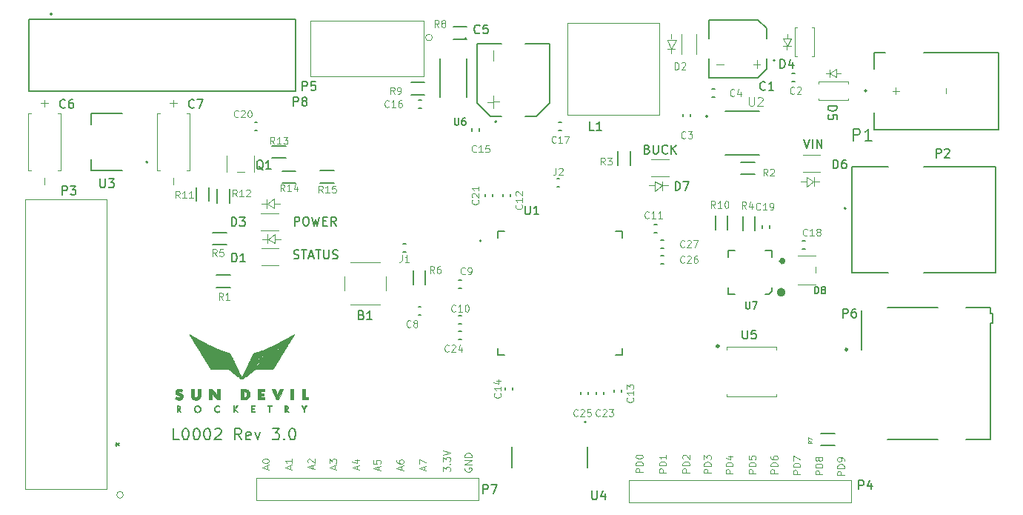
<source format=gbr>
%TF.GenerationSoftware,KiCad,Pcbnew,5.1.10*%
%TF.CreationDate,2021-11-13T19:57:08-07:00*%
%TF.ProjectId,Engine-Controller,456e6769-6e65-42d4-936f-6e74726f6c6c,1.0*%
%TF.SameCoordinates,Original*%
%TF.FileFunction,Legend,Top*%
%TF.FilePolarity,Positive*%
%FSLAX46Y46*%
G04 Gerber Fmt 4.6, Leading zero omitted, Abs format (unit mm)*
G04 Created by KiCad (PCBNEW 5.1.10) date 2021-11-13 19:57:08*
%MOMM*%
%LPD*%
G01*
G04 APERTURE LIST*
%ADD10C,0.203200*%
%ADD11C,0.100000*%
%ADD12C,0.200000*%
%ADD13C,0.120000*%
%ADD14C,0.381000*%
%ADD15C,0.127000*%
%ADD16C,0.304800*%
%ADD17C,0.240000*%
%ADD18C,0.010000*%
%ADD19C,0.508000*%
%ADD20C,0.150000*%
%ADD21C,0.076200*%
G04 APERTURE END LIST*
D10*
X183621438Y-110073319D02*
X183960104Y-111089319D01*
X184298771Y-110073319D01*
X184637438Y-111089319D02*
X184637438Y-110073319D01*
X185121247Y-111089319D02*
X185121247Y-110073319D01*
X185701819Y-111089319D01*
X185701819Y-110073319D01*
X165745280Y-111204828D02*
X165890423Y-111253209D01*
X165938804Y-111301590D01*
X165987185Y-111398352D01*
X165987185Y-111543495D01*
X165938804Y-111640257D01*
X165890423Y-111688638D01*
X165793661Y-111737019D01*
X165406614Y-111737019D01*
X165406614Y-110721019D01*
X165745280Y-110721019D01*
X165842042Y-110769400D01*
X165890423Y-110817780D01*
X165938804Y-110914542D01*
X165938804Y-111011304D01*
X165890423Y-111108066D01*
X165842042Y-111156447D01*
X165745280Y-111204828D01*
X165406614Y-111204828D01*
X166422614Y-110721019D02*
X166422614Y-111543495D01*
X166470995Y-111640257D01*
X166519376Y-111688638D01*
X166616138Y-111737019D01*
X166809661Y-111737019D01*
X166906423Y-111688638D01*
X166954804Y-111640257D01*
X167003185Y-111543495D01*
X167003185Y-110721019D01*
X168067566Y-111640257D02*
X168019185Y-111688638D01*
X167874042Y-111737019D01*
X167777280Y-111737019D01*
X167632138Y-111688638D01*
X167535376Y-111591876D01*
X167486995Y-111495114D01*
X167438614Y-111301590D01*
X167438614Y-111156447D01*
X167486995Y-110962923D01*
X167535376Y-110866161D01*
X167632138Y-110769400D01*
X167777280Y-110721019D01*
X167874042Y-110721019D01*
X168019185Y-110769400D01*
X168067566Y-110817780D01*
X168502995Y-111737019D02*
X168502995Y-110721019D01*
X169083566Y-111737019D02*
X168648138Y-111156447D01*
X169083566Y-110721019D02*
X168502995Y-111301590D01*
X125428223Y-119953919D02*
X125428223Y-118937919D01*
X125815271Y-118937919D01*
X125912033Y-118986300D01*
X125960414Y-119034680D01*
X126008795Y-119131442D01*
X126008795Y-119276585D01*
X125960414Y-119373347D01*
X125912033Y-119421728D01*
X125815271Y-119470109D01*
X125428223Y-119470109D01*
X126637747Y-118937919D02*
X126831271Y-118937919D01*
X126928033Y-118986300D01*
X127024795Y-119083061D01*
X127073176Y-119276585D01*
X127073176Y-119615252D01*
X127024795Y-119808776D01*
X126928033Y-119905538D01*
X126831271Y-119953919D01*
X126637747Y-119953919D01*
X126540985Y-119905538D01*
X126444223Y-119808776D01*
X126395842Y-119615252D01*
X126395842Y-119276585D01*
X126444223Y-119083061D01*
X126540985Y-118986300D01*
X126637747Y-118937919D01*
X127411842Y-118937919D02*
X127653747Y-119953919D01*
X127847271Y-119228204D01*
X128040795Y-119953919D01*
X128282700Y-118937919D01*
X128669747Y-119421728D02*
X129008414Y-119421728D01*
X129153557Y-119953919D02*
X128669747Y-119953919D01*
X128669747Y-118937919D01*
X129153557Y-118937919D01*
X130169557Y-119953919D02*
X129830890Y-119470109D01*
X129588985Y-119953919D02*
X129588985Y-118937919D01*
X129976033Y-118937919D01*
X130072795Y-118986300D01*
X130121176Y-119034680D01*
X130169557Y-119131442D01*
X130169557Y-119276585D01*
X130121176Y-119373347D01*
X130072795Y-119421728D01*
X129976033Y-119470109D01*
X129588985Y-119470109D01*
X125347790Y-123702838D02*
X125492933Y-123751219D01*
X125734838Y-123751219D01*
X125831600Y-123702838D01*
X125879980Y-123654457D01*
X125928361Y-123557695D01*
X125928361Y-123460933D01*
X125879980Y-123364171D01*
X125831600Y-123315790D01*
X125734838Y-123267409D01*
X125541314Y-123219028D01*
X125444552Y-123170647D01*
X125396171Y-123122266D01*
X125347790Y-123025504D01*
X125347790Y-122928742D01*
X125396171Y-122831980D01*
X125444552Y-122783600D01*
X125541314Y-122735219D01*
X125783219Y-122735219D01*
X125928361Y-122783600D01*
X126218647Y-122735219D02*
X126799219Y-122735219D01*
X126508933Y-123751219D02*
X126508933Y-122735219D01*
X127089504Y-123460933D02*
X127573314Y-123460933D01*
X126992742Y-123751219D02*
X127331409Y-122735219D01*
X127670076Y-123751219D01*
X127863600Y-122735219D02*
X128444171Y-122735219D01*
X128153885Y-123751219D02*
X128153885Y-122735219D01*
X128782838Y-122735219D02*
X128782838Y-123557695D01*
X128831219Y-123654457D01*
X128879600Y-123702838D01*
X128976361Y-123751219D01*
X129169885Y-123751219D01*
X129266647Y-123702838D01*
X129315028Y-123654457D01*
X129363409Y-123557695D01*
X129363409Y-122735219D01*
X129798838Y-123702838D02*
X129943980Y-123751219D01*
X130185885Y-123751219D01*
X130282647Y-123702838D01*
X130331028Y-123654457D01*
X130379409Y-123557695D01*
X130379409Y-123460933D01*
X130331028Y-123364171D01*
X130282647Y-123315790D01*
X130185885Y-123267409D01*
X129992361Y-123219028D01*
X129895600Y-123170647D01*
X129847219Y-123122266D01*
X129798838Y-123025504D01*
X129798838Y-122928742D01*
X129847219Y-122831980D01*
X129895600Y-122783600D01*
X129992361Y-122735219D01*
X130234266Y-122735219D01*
X130379409Y-122783600D01*
D11*
X144921500Y-147612023D02*
X144883404Y-147688214D01*
X144883404Y-147802500D01*
X144921500Y-147916785D01*
X144997690Y-147992976D01*
X145073880Y-148031071D01*
X145226261Y-148069166D01*
X145340547Y-148069166D01*
X145492928Y-148031071D01*
X145569119Y-147992976D01*
X145645309Y-147916785D01*
X145683404Y-147802500D01*
X145683404Y-147726309D01*
X145645309Y-147612023D01*
X145607214Y-147573928D01*
X145340547Y-147573928D01*
X145340547Y-147726309D01*
X145683404Y-147231071D02*
X144883404Y-147231071D01*
X145683404Y-146773928D01*
X144883404Y-146773928D01*
X145683404Y-146392976D02*
X144883404Y-146392976D01*
X144883404Y-146202500D01*
X144921500Y-146088214D01*
X144997690Y-146012023D01*
X145073880Y-145973928D01*
X145226261Y-145935833D01*
X145340547Y-145935833D01*
X145492928Y-145973928D01*
X145569119Y-146012023D01*
X145645309Y-146088214D01*
X145683404Y-146202500D01*
X145683404Y-146392976D01*
X122302733Y-147751728D02*
X122302733Y-147370776D01*
X122531304Y-147827919D02*
X121731304Y-147561252D01*
X122531304Y-147294585D01*
X121731304Y-146875538D02*
X121731304Y-146799347D01*
X121769400Y-146723157D01*
X121807495Y-146685061D01*
X121883685Y-146646966D01*
X122036066Y-146608871D01*
X122226542Y-146608871D01*
X122378923Y-146646966D01*
X122455114Y-146685061D01*
X122493209Y-146723157D01*
X122531304Y-146799347D01*
X122531304Y-146875538D01*
X122493209Y-146951728D01*
X122455114Y-146989823D01*
X122378923Y-147027919D01*
X122226542Y-147066014D01*
X122036066Y-147066014D01*
X121883685Y-147027919D01*
X121807495Y-146989823D01*
X121769400Y-146951728D01*
X121731304Y-146875538D01*
X124918933Y-147751728D02*
X124918933Y-147370776D01*
X125147504Y-147827919D02*
X124347504Y-147561252D01*
X125147504Y-147294585D01*
X125147504Y-146608871D02*
X125147504Y-147066014D01*
X125147504Y-146837442D02*
X124347504Y-146837442D01*
X124461790Y-146913633D01*
X124537980Y-146989823D01*
X124576076Y-147066014D01*
X127509733Y-147726328D02*
X127509733Y-147345376D01*
X127738304Y-147802519D02*
X126938304Y-147535852D01*
X127738304Y-147269185D01*
X127014495Y-147040614D02*
X126976400Y-147002519D01*
X126938304Y-146926328D01*
X126938304Y-146735852D01*
X126976400Y-146659661D01*
X127014495Y-146621566D01*
X127090685Y-146583471D01*
X127166876Y-146583471D01*
X127281161Y-146621566D01*
X127738304Y-147078709D01*
X127738304Y-146583471D01*
X129998933Y-147751728D02*
X129998933Y-147370776D01*
X130227504Y-147827919D02*
X129427504Y-147561252D01*
X130227504Y-147294585D01*
X129427504Y-147104109D02*
X129427504Y-146608871D01*
X129732266Y-146875538D01*
X129732266Y-146761252D01*
X129770361Y-146685061D01*
X129808457Y-146646966D01*
X129884647Y-146608871D01*
X130075123Y-146608871D01*
X130151314Y-146646966D01*
X130189409Y-146685061D01*
X130227504Y-146761252D01*
X130227504Y-146989823D01*
X130189409Y-147066014D01*
X130151314Y-147104109D01*
X132615133Y-147802528D02*
X132615133Y-147421576D01*
X132843704Y-147878719D02*
X132043704Y-147612052D01*
X132843704Y-147345385D01*
X132310371Y-146735861D02*
X132843704Y-146735861D01*
X132005609Y-146926338D02*
X132577038Y-147116814D01*
X132577038Y-146621576D01*
X135028133Y-147853328D02*
X135028133Y-147472376D01*
X135256704Y-147929519D02*
X134456704Y-147662852D01*
X135256704Y-147396185D01*
X134456704Y-146748566D02*
X134456704Y-147129519D01*
X134837657Y-147167614D01*
X134799561Y-147129519D01*
X134761466Y-147053328D01*
X134761466Y-146862852D01*
X134799561Y-146786661D01*
X134837657Y-146748566D01*
X134913847Y-146710471D01*
X135104323Y-146710471D01*
X135180514Y-146748566D01*
X135218609Y-146786661D01*
X135256704Y-146862852D01*
X135256704Y-147053328D01*
X135218609Y-147129519D01*
X135180514Y-147167614D01*
X137669733Y-147827928D02*
X137669733Y-147446976D01*
X137898304Y-147904119D02*
X137098304Y-147637452D01*
X137898304Y-147370785D01*
X137098304Y-146761261D02*
X137098304Y-146913642D01*
X137136400Y-146989833D01*
X137174495Y-147027928D01*
X137288780Y-147104119D01*
X137441161Y-147142214D01*
X137745923Y-147142214D01*
X137822114Y-147104119D01*
X137860209Y-147066023D01*
X137898304Y-146989833D01*
X137898304Y-146837452D01*
X137860209Y-146761261D01*
X137822114Y-146723166D01*
X137745923Y-146685071D01*
X137555447Y-146685071D01*
X137479257Y-146723166D01*
X137441161Y-146761261D01*
X137403066Y-146837452D01*
X137403066Y-146989833D01*
X137441161Y-147066023D01*
X137479257Y-147104119D01*
X137555447Y-147142214D01*
X140260533Y-147853328D02*
X140260533Y-147472376D01*
X140489104Y-147929519D02*
X139689104Y-147662852D01*
X140489104Y-147396185D01*
X139689104Y-147205709D02*
X139689104Y-146672376D01*
X140489104Y-147015233D01*
X142406904Y-148018352D02*
X142406904Y-147523114D01*
X142711666Y-147789780D01*
X142711666Y-147675495D01*
X142749761Y-147599304D01*
X142787857Y-147561209D01*
X142864047Y-147523114D01*
X143054523Y-147523114D01*
X143130714Y-147561209D01*
X143168809Y-147599304D01*
X143206904Y-147675495D01*
X143206904Y-147904066D01*
X143168809Y-147980257D01*
X143130714Y-148018352D01*
X143130714Y-147180257D02*
X143168809Y-147142161D01*
X143206904Y-147180257D01*
X143168809Y-147218352D01*
X143130714Y-147180257D01*
X143206904Y-147180257D01*
X142406904Y-146875495D02*
X142406904Y-146380257D01*
X142711666Y-146646923D01*
X142711666Y-146532638D01*
X142749761Y-146456447D01*
X142787857Y-146418352D01*
X142864047Y-146380257D01*
X143054523Y-146380257D01*
X143130714Y-146418352D01*
X143168809Y-146456447D01*
X143206904Y-146532638D01*
X143206904Y-146761209D01*
X143168809Y-146837400D01*
X143130714Y-146875495D01*
X142406904Y-146151685D02*
X143206904Y-145885019D01*
X142406904Y-145618352D01*
X165228704Y-148132676D02*
X164428704Y-148132676D01*
X164428704Y-147827914D01*
X164466800Y-147751723D01*
X164504895Y-147713628D01*
X164581085Y-147675533D01*
X164695371Y-147675533D01*
X164771561Y-147713628D01*
X164809657Y-147751723D01*
X164847752Y-147827914D01*
X164847752Y-148132676D01*
X165228704Y-147332676D02*
X164428704Y-147332676D01*
X164428704Y-147142200D01*
X164466800Y-147027914D01*
X164542990Y-146951723D01*
X164619180Y-146913628D01*
X164771561Y-146875533D01*
X164885847Y-146875533D01*
X165038228Y-146913628D01*
X165114419Y-146951723D01*
X165190609Y-147027914D01*
X165228704Y-147142200D01*
X165228704Y-147332676D01*
X164428704Y-146380295D02*
X164428704Y-146304104D01*
X164466800Y-146227914D01*
X164504895Y-146189819D01*
X164581085Y-146151723D01*
X164733466Y-146113628D01*
X164923942Y-146113628D01*
X165076323Y-146151723D01*
X165152514Y-146189819D01*
X165190609Y-146227914D01*
X165228704Y-146304104D01*
X165228704Y-146380295D01*
X165190609Y-146456485D01*
X165152514Y-146494580D01*
X165076323Y-146532676D01*
X164923942Y-146570771D01*
X164733466Y-146570771D01*
X164581085Y-146532676D01*
X164504895Y-146494580D01*
X164466800Y-146456485D01*
X164428704Y-146380295D01*
X167895704Y-148158076D02*
X167095704Y-148158076D01*
X167095704Y-147853314D01*
X167133800Y-147777123D01*
X167171895Y-147739028D01*
X167248085Y-147700933D01*
X167362371Y-147700933D01*
X167438561Y-147739028D01*
X167476657Y-147777123D01*
X167514752Y-147853314D01*
X167514752Y-148158076D01*
X167895704Y-147358076D02*
X167095704Y-147358076D01*
X167095704Y-147167600D01*
X167133800Y-147053314D01*
X167209990Y-146977123D01*
X167286180Y-146939028D01*
X167438561Y-146900933D01*
X167552847Y-146900933D01*
X167705228Y-146939028D01*
X167781419Y-146977123D01*
X167857609Y-147053314D01*
X167895704Y-147167600D01*
X167895704Y-147358076D01*
X167895704Y-146139028D02*
X167895704Y-146596171D01*
X167895704Y-146367600D02*
X167095704Y-146367600D01*
X167209990Y-146443790D01*
X167286180Y-146519980D01*
X167324276Y-146596171D01*
X170588104Y-148158076D02*
X169788104Y-148158076D01*
X169788104Y-147853314D01*
X169826200Y-147777123D01*
X169864295Y-147739028D01*
X169940485Y-147700933D01*
X170054771Y-147700933D01*
X170130961Y-147739028D01*
X170169057Y-147777123D01*
X170207152Y-147853314D01*
X170207152Y-148158076D01*
X170588104Y-147358076D02*
X169788104Y-147358076D01*
X169788104Y-147167600D01*
X169826200Y-147053314D01*
X169902390Y-146977123D01*
X169978580Y-146939028D01*
X170130961Y-146900933D01*
X170245247Y-146900933D01*
X170397628Y-146939028D01*
X170473819Y-146977123D01*
X170550009Y-147053314D01*
X170588104Y-147167600D01*
X170588104Y-147358076D01*
X169864295Y-146596171D02*
X169826200Y-146558076D01*
X169788104Y-146481885D01*
X169788104Y-146291409D01*
X169826200Y-146215219D01*
X169864295Y-146177123D01*
X169940485Y-146139028D01*
X170016676Y-146139028D01*
X170130961Y-146177123D01*
X170588104Y-146634266D01*
X170588104Y-146139028D01*
X173026504Y-148208876D02*
X172226504Y-148208876D01*
X172226504Y-147904114D01*
X172264600Y-147827923D01*
X172302695Y-147789828D01*
X172378885Y-147751733D01*
X172493171Y-147751733D01*
X172569361Y-147789828D01*
X172607457Y-147827923D01*
X172645552Y-147904114D01*
X172645552Y-148208876D01*
X173026504Y-147408876D02*
X172226504Y-147408876D01*
X172226504Y-147218400D01*
X172264600Y-147104114D01*
X172340790Y-147027923D01*
X172416980Y-146989828D01*
X172569361Y-146951733D01*
X172683647Y-146951733D01*
X172836028Y-146989828D01*
X172912219Y-147027923D01*
X172988409Y-147104114D01*
X173026504Y-147218400D01*
X173026504Y-147408876D01*
X172226504Y-146685066D02*
X172226504Y-146189828D01*
X172531266Y-146456495D01*
X172531266Y-146342209D01*
X172569361Y-146266019D01*
X172607457Y-146227923D01*
X172683647Y-146189828D01*
X172874123Y-146189828D01*
X172950314Y-146227923D01*
X172988409Y-146266019D01*
X173026504Y-146342209D01*
X173026504Y-146570780D01*
X172988409Y-146646971D01*
X172950314Y-146685066D01*
X175541104Y-148259676D02*
X174741104Y-148259676D01*
X174741104Y-147954914D01*
X174779200Y-147878723D01*
X174817295Y-147840628D01*
X174893485Y-147802533D01*
X175007771Y-147802533D01*
X175083961Y-147840628D01*
X175122057Y-147878723D01*
X175160152Y-147954914D01*
X175160152Y-148259676D01*
X175541104Y-147459676D02*
X174741104Y-147459676D01*
X174741104Y-147269200D01*
X174779200Y-147154914D01*
X174855390Y-147078723D01*
X174931580Y-147040628D01*
X175083961Y-147002533D01*
X175198247Y-147002533D01*
X175350628Y-147040628D01*
X175426819Y-147078723D01*
X175503009Y-147154914D01*
X175541104Y-147269200D01*
X175541104Y-147459676D01*
X175007771Y-146316819D02*
X175541104Y-146316819D01*
X174703009Y-146507295D02*
X175274438Y-146697771D01*
X175274438Y-146202533D01*
X178131904Y-148234276D02*
X177331904Y-148234276D01*
X177331904Y-147929514D01*
X177370000Y-147853323D01*
X177408095Y-147815228D01*
X177484285Y-147777133D01*
X177598571Y-147777133D01*
X177674761Y-147815228D01*
X177712857Y-147853323D01*
X177750952Y-147929514D01*
X177750952Y-148234276D01*
X178131904Y-147434276D02*
X177331904Y-147434276D01*
X177331904Y-147243800D01*
X177370000Y-147129514D01*
X177446190Y-147053323D01*
X177522380Y-147015228D01*
X177674761Y-146977133D01*
X177789047Y-146977133D01*
X177941428Y-147015228D01*
X178017619Y-147053323D01*
X178093809Y-147129514D01*
X178131904Y-147243800D01*
X178131904Y-147434276D01*
X177331904Y-146253323D02*
X177331904Y-146634276D01*
X177712857Y-146672371D01*
X177674761Y-146634276D01*
X177636666Y-146558085D01*
X177636666Y-146367609D01*
X177674761Y-146291419D01*
X177712857Y-146253323D01*
X177789047Y-146215228D01*
X177979523Y-146215228D01*
X178055714Y-146253323D01*
X178093809Y-146291419D01*
X178131904Y-146367609D01*
X178131904Y-146558085D01*
X178093809Y-146634276D01*
X178055714Y-146672371D01*
X180646504Y-148259676D02*
X179846504Y-148259676D01*
X179846504Y-147954914D01*
X179884600Y-147878723D01*
X179922695Y-147840628D01*
X179998885Y-147802533D01*
X180113171Y-147802533D01*
X180189361Y-147840628D01*
X180227457Y-147878723D01*
X180265552Y-147954914D01*
X180265552Y-148259676D01*
X180646504Y-147459676D02*
X179846504Y-147459676D01*
X179846504Y-147269200D01*
X179884600Y-147154914D01*
X179960790Y-147078723D01*
X180036980Y-147040628D01*
X180189361Y-147002533D01*
X180303647Y-147002533D01*
X180456028Y-147040628D01*
X180532219Y-147078723D01*
X180608409Y-147154914D01*
X180646504Y-147269200D01*
X180646504Y-147459676D01*
X179846504Y-146316819D02*
X179846504Y-146469200D01*
X179884600Y-146545390D01*
X179922695Y-146583485D01*
X180036980Y-146659676D01*
X180189361Y-146697771D01*
X180494123Y-146697771D01*
X180570314Y-146659676D01*
X180608409Y-146621580D01*
X180646504Y-146545390D01*
X180646504Y-146393009D01*
X180608409Y-146316819D01*
X180570314Y-146278723D01*
X180494123Y-146240628D01*
X180303647Y-146240628D01*
X180227457Y-146278723D01*
X180189361Y-146316819D01*
X180151266Y-146393009D01*
X180151266Y-146545390D01*
X180189361Y-146621580D01*
X180227457Y-146659676D01*
X180303647Y-146697771D01*
X183226904Y-148335876D02*
X182426904Y-148335876D01*
X182426904Y-148031114D01*
X182465000Y-147954923D01*
X182503095Y-147916828D01*
X182579285Y-147878733D01*
X182693571Y-147878733D01*
X182769761Y-147916828D01*
X182807857Y-147954923D01*
X182845952Y-148031114D01*
X182845952Y-148335876D01*
X183226904Y-147535876D02*
X182426904Y-147535876D01*
X182426904Y-147345400D01*
X182465000Y-147231114D01*
X182541190Y-147154923D01*
X182617380Y-147116828D01*
X182769761Y-147078733D01*
X182884047Y-147078733D01*
X183036428Y-147116828D01*
X183112619Y-147154923D01*
X183188809Y-147231114D01*
X183226904Y-147345400D01*
X183226904Y-147535876D01*
X182426904Y-146812066D02*
X182426904Y-146278733D01*
X183226904Y-146621590D01*
X185756504Y-148386676D02*
X184956504Y-148386676D01*
X184956504Y-148081914D01*
X184994600Y-148005723D01*
X185032695Y-147967628D01*
X185108885Y-147929533D01*
X185223171Y-147929533D01*
X185299361Y-147967628D01*
X185337457Y-148005723D01*
X185375552Y-148081914D01*
X185375552Y-148386676D01*
X185756504Y-147586676D02*
X184956504Y-147586676D01*
X184956504Y-147396200D01*
X184994600Y-147281914D01*
X185070790Y-147205723D01*
X185146980Y-147167628D01*
X185299361Y-147129533D01*
X185413647Y-147129533D01*
X185566028Y-147167628D01*
X185642219Y-147205723D01*
X185718409Y-147281914D01*
X185756504Y-147396200D01*
X185756504Y-147586676D01*
X185299361Y-146672390D02*
X185261266Y-146748580D01*
X185223171Y-146786676D01*
X185146980Y-146824771D01*
X185108885Y-146824771D01*
X185032695Y-146786676D01*
X184994600Y-146748580D01*
X184956504Y-146672390D01*
X184956504Y-146520009D01*
X184994600Y-146443819D01*
X185032695Y-146405723D01*
X185108885Y-146367628D01*
X185146980Y-146367628D01*
X185223171Y-146405723D01*
X185261266Y-146443819D01*
X185299361Y-146520009D01*
X185299361Y-146672390D01*
X185337457Y-146748580D01*
X185375552Y-146786676D01*
X185451742Y-146824771D01*
X185604123Y-146824771D01*
X185680314Y-146786676D01*
X185718409Y-146748580D01*
X185756504Y-146672390D01*
X185756504Y-146520009D01*
X185718409Y-146443819D01*
X185680314Y-146405723D01*
X185604123Y-146367628D01*
X185451742Y-146367628D01*
X185375552Y-146405723D01*
X185337457Y-146443819D01*
X185299361Y-146520009D01*
X188271104Y-148462876D02*
X187471104Y-148462876D01*
X187471104Y-148158114D01*
X187509200Y-148081923D01*
X187547295Y-148043828D01*
X187623485Y-148005733D01*
X187737771Y-148005733D01*
X187813961Y-148043828D01*
X187852057Y-148081923D01*
X187890152Y-148158114D01*
X187890152Y-148462876D01*
X188271104Y-147662876D02*
X187471104Y-147662876D01*
X187471104Y-147472400D01*
X187509200Y-147358114D01*
X187585390Y-147281923D01*
X187661580Y-147243828D01*
X187813961Y-147205733D01*
X187928247Y-147205733D01*
X188080628Y-147243828D01*
X188156819Y-147281923D01*
X188233009Y-147358114D01*
X188271104Y-147472400D01*
X188271104Y-147662876D01*
X188271104Y-146824780D02*
X188271104Y-146672400D01*
X188233009Y-146596209D01*
X188194914Y-146558114D01*
X188080628Y-146481923D01*
X187928247Y-146443828D01*
X187623485Y-146443828D01*
X187547295Y-146481923D01*
X187509200Y-146520019D01*
X187471104Y-146596209D01*
X187471104Y-146748590D01*
X187509200Y-146824780D01*
X187547295Y-146862876D01*
X187623485Y-146900971D01*
X187813961Y-146900971D01*
X187890152Y-146862876D01*
X187928247Y-146824780D01*
X187966342Y-146748590D01*
X187966342Y-146596209D01*
X187928247Y-146520019D01*
X187890152Y-146481923D01*
X187813961Y-146443828D01*
D12*
X112240214Y-144402895D02*
X111621166Y-144402895D01*
X111621166Y-143102895D01*
X112921166Y-143102895D02*
X113044976Y-143102895D01*
X113168785Y-143164800D01*
X113230690Y-143226704D01*
X113292595Y-143350514D01*
X113354500Y-143598133D01*
X113354500Y-143907657D01*
X113292595Y-144155276D01*
X113230690Y-144279085D01*
X113168785Y-144340990D01*
X113044976Y-144402895D01*
X112921166Y-144402895D01*
X112797357Y-144340990D01*
X112735452Y-144279085D01*
X112673547Y-144155276D01*
X112611642Y-143907657D01*
X112611642Y-143598133D01*
X112673547Y-143350514D01*
X112735452Y-143226704D01*
X112797357Y-143164800D01*
X112921166Y-143102895D01*
X114159261Y-143102895D02*
X114283071Y-143102895D01*
X114406880Y-143164800D01*
X114468785Y-143226704D01*
X114530690Y-143350514D01*
X114592595Y-143598133D01*
X114592595Y-143907657D01*
X114530690Y-144155276D01*
X114468785Y-144279085D01*
X114406880Y-144340990D01*
X114283071Y-144402895D01*
X114159261Y-144402895D01*
X114035452Y-144340990D01*
X113973547Y-144279085D01*
X113911642Y-144155276D01*
X113849738Y-143907657D01*
X113849738Y-143598133D01*
X113911642Y-143350514D01*
X113973547Y-143226704D01*
X114035452Y-143164800D01*
X114159261Y-143102895D01*
X115397357Y-143102895D02*
X115521166Y-143102895D01*
X115644976Y-143164800D01*
X115706880Y-143226704D01*
X115768785Y-143350514D01*
X115830690Y-143598133D01*
X115830690Y-143907657D01*
X115768785Y-144155276D01*
X115706880Y-144279085D01*
X115644976Y-144340990D01*
X115521166Y-144402895D01*
X115397357Y-144402895D01*
X115273547Y-144340990D01*
X115211642Y-144279085D01*
X115149738Y-144155276D01*
X115087833Y-143907657D01*
X115087833Y-143598133D01*
X115149738Y-143350514D01*
X115211642Y-143226704D01*
X115273547Y-143164800D01*
X115397357Y-143102895D01*
X116325928Y-143226704D02*
X116387833Y-143164800D01*
X116511642Y-143102895D01*
X116821166Y-143102895D01*
X116944976Y-143164800D01*
X117006880Y-143226704D01*
X117068785Y-143350514D01*
X117068785Y-143474323D01*
X117006880Y-143660038D01*
X116264023Y-144402895D01*
X117068785Y-144402895D01*
X119359261Y-144402895D02*
X118925928Y-143783847D01*
X118616404Y-144402895D02*
X118616404Y-143102895D01*
X119111642Y-143102895D01*
X119235452Y-143164800D01*
X119297357Y-143226704D01*
X119359261Y-143350514D01*
X119359261Y-143536228D01*
X119297357Y-143660038D01*
X119235452Y-143721942D01*
X119111642Y-143783847D01*
X118616404Y-143783847D01*
X120411642Y-144340990D02*
X120287833Y-144402895D01*
X120040214Y-144402895D01*
X119916404Y-144340990D01*
X119854500Y-144217180D01*
X119854500Y-143721942D01*
X119916404Y-143598133D01*
X120040214Y-143536228D01*
X120287833Y-143536228D01*
X120411642Y-143598133D01*
X120473547Y-143721942D01*
X120473547Y-143845752D01*
X119854500Y-143969561D01*
X120906880Y-143536228D02*
X121216404Y-144402895D01*
X121525928Y-143536228D01*
X122887833Y-143102895D02*
X123692595Y-143102895D01*
X123259261Y-143598133D01*
X123444976Y-143598133D01*
X123568785Y-143660038D01*
X123630690Y-143721942D01*
X123692595Y-143845752D01*
X123692595Y-144155276D01*
X123630690Y-144279085D01*
X123568785Y-144340990D01*
X123444976Y-144402895D01*
X123073547Y-144402895D01*
X122949738Y-144340990D01*
X122887833Y-144279085D01*
X124249738Y-144279085D02*
X124311642Y-144340990D01*
X124249738Y-144402895D01*
X124187833Y-144340990D01*
X124249738Y-144279085D01*
X124249738Y-144402895D01*
X125116404Y-143102895D02*
X125240214Y-143102895D01*
X125364023Y-143164800D01*
X125425928Y-143226704D01*
X125487833Y-143350514D01*
X125549738Y-143598133D01*
X125549738Y-143907657D01*
X125487833Y-144155276D01*
X125425928Y-144279085D01*
X125364023Y-144340990D01*
X125240214Y-144402895D01*
X125116404Y-144402895D01*
X124992595Y-144340990D01*
X124930690Y-144279085D01*
X124868785Y-144155276D01*
X124806880Y-143907657D01*
X124806880Y-143598133D01*
X124868785Y-143350514D01*
X124930690Y-143226704D01*
X124992595Y-143164800D01*
X125116404Y-143102895D01*
D13*
%TO.C,Q1*%
X117690900Y-111988600D02*
X117690900Y-113842800D01*
X118851639Y-113842800D02*
X119679761Y-113842800D01*
X120840500Y-113842800D02*
X120840500Y-111988600D01*
%TO.C,D8*%
X182943500Y-126644400D02*
X184950100Y-126644400D01*
X184950100Y-125331261D02*
X184950100Y-124655539D01*
X184950100Y-123342400D02*
X182943500Y-123342400D01*
D14*
X181332405Y-123977400D02*
G75*
G03*
X181332405Y-123977400I-179605J0D01*
G01*
D15*
%TO.C,U1*%
X148678200Y-121330400D02*
X148678200Y-120560400D01*
X148678200Y-120560400D02*
X149448200Y-120560400D01*
X162108200Y-120560400D02*
X162878200Y-120560400D01*
X162878200Y-120560400D02*
X162878200Y-121330400D01*
X149448200Y-134760400D02*
X148678200Y-134760400D01*
X148678200Y-134760400D02*
X148678200Y-133990400D01*
X162878200Y-133990400D02*
X162878200Y-134760400D01*
X162878200Y-134760400D02*
X162108200Y-134760400D01*
D12*
X146778200Y-121660400D02*
G75*
G03*
X146778200Y-121660400I-100000J0D01*
G01*
D13*
%TO.C,P4*%
X163652200Y-151549100D02*
X163652200Y-149009100D01*
X163652200Y-151549100D02*
X189052200Y-151549100D01*
X189052200Y-149009100D02*
X189052200Y-151549100D01*
X163652200Y-149009100D02*
X189052200Y-149009100D01*
D15*
%TO.C,C8*%
X139899900Y-129255100D02*
X139599900Y-129255100D01*
X139899900Y-130155100D02*
X139599900Y-130155100D01*
%TO.C,R6*%
X138984600Y-125057000D02*
X138984600Y-126657000D01*
X140364600Y-125057000D02*
X140364600Y-126657000D01*
D12*
%TO.C,P2*%
X188448200Y-117988400D02*
G75*
G03*
X188448200Y-117988400I-100000J0D01*
G01*
D15*
X205598200Y-125298400D02*
X205598200Y-113258400D01*
X205598200Y-113258400D02*
X197323200Y-113258400D01*
X193313200Y-113258400D02*
X189098200Y-113258400D01*
X189098200Y-113258400D02*
X189098200Y-125298400D01*
X189098200Y-125298400D02*
X193313200Y-125298400D01*
X197323200Y-125298400D02*
X205598200Y-125298400D01*
%TO.C,R8*%
X145148200Y-97252400D02*
X143548200Y-97252400D01*
X145148200Y-98632400D02*
X143548200Y-98632400D01*
D13*
%TO.C,D6*%
X183517935Y-113817400D02*
X185518665Y-113817400D01*
X185518665Y-111861600D02*
X183517935Y-111861600D01*
X183299100Y-114871500D02*
X183959500Y-114871500D01*
X183959500Y-114871500D02*
X183959500Y-115481100D01*
X183959500Y-115481100D02*
X184772300Y-114871500D01*
X183959500Y-114871500D02*
X183959500Y-114414300D01*
X183959500Y-114414300D02*
X184772300Y-114871500D01*
X184772300Y-114871500D02*
X185432700Y-114871500D01*
X184823100Y-115430300D02*
X184823100Y-114414300D01*
%TO.C,D3*%
X123568065Y-118529100D02*
X121567335Y-118529100D01*
X121567335Y-120484900D02*
X123568065Y-120484900D01*
X123786900Y-117475000D02*
X123126500Y-117475000D01*
X123126500Y-117475000D02*
X123126500Y-116865400D01*
X123126500Y-116865400D02*
X122313700Y-117475000D01*
X123126500Y-117475000D02*
X123126500Y-117932200D01*
X123126500Y-117932200D02*
X122313700Y-117475000D01*
X122313700Y-117475000D02*
X121653300Y-117475000D01*
X122262900Y-116916200D02*
X122262900Y-117932200D01*
D15*
%TO.C,U6*%
X142086200Y-100822400D02*
X142086200Y-105222400D01*
X145086200Y-100822400D02*
X145086200Y-105222400D01*
D12*
X145071200Y-98582400D02*
G75*
G03*
X145071200Y-98582400I-100000J0D01*
G01*
D16*
%TO.C,U5*%
X173901100Y-133718300D02*
G75*
G03*
X173901100Y-133718300I-101600J0D01*
G01*
D13*
X180479700Y-134153675D02*
X180479700Y-133832600D01*
X174840900Y-139175725D02*
X174840900Y-139496800D01*
X174840900Y-133832600D02*
X174840900Y-134153675D01*
X180479700Y-133832600D02*
X174840900Y-133832600D01*
X180479700Y-139496800D02*
X180479700Y-139175725D01*
X174840900Y-139496800D02*
X180479700Y-139496800D01*
D15*
%TO.C,U4*%
X150234000Y-145248300D02*
X150234000Y-147588300D01*
X158884000Y-145248300D02*
X158884000Y-147588300D01*
D12*
X158759000Y-142368300D02*
G75*
G03*
X158759000Y-142368300I-100000J0D01*
G01*
%TO.C,P6*%
X204970200Y-144362400D02*
X204970200Y-131112400D01*
X204970200Y-144362400D02*
X202190200Y-144362400D01*
X198990200Y-144362400D02*
X193190200Y-144362400D01*
X190220200Y-134112400D02*
X190220200Y-129612400D01*
X198990200Y-129312400D02*
X193190200Y-129312400D01*
D17*
X188610200Y-134112400D02*
G75*
G03*
X188610200Y-134112400I-120000J0D01*
G01*
D12*
X204970200Y-131112400D02*
X205220200Y-131112400D01*
X205220200Y-131112400D02*
X205220200Y-130012400D01*
X205220200Y-130012400D02*
X204970200Y-130012400D01*
X204970200Y-130012400D02*
X204970200Y-129312400D01*
X204970200Y-129312400D02*
X202190200Y-129312400D01*
D13*
%TO.C,B1*%
X135877300Y-127327459D02*
X135877300Y-125783541D01*
X131832486Y-128930400D02*
X135172314Y-128930400D01*
X131127500Y-125783541D02*
X131127500Y-127327459D01*
X135172314Y-124180600D02*
X131832486Y-124180600D01*
D15*
%TO.C,R5*%
X117690800Y-122127400D02*
X116090800Y-122127400D01*
X117690800Y-120747400D02*
X116090800Y-120747400D01*
%TO.C,C4*%
X173454200Y-104350400D02*
X173154200Y-104350400D01*
X173454200Y-105250400D02*
X173154200Y-105250400D01*
%TO.C,C2*%
X182298200Y-103472400D02*
X182598200Y-103472400D01*
X182298200Y-102572400D02*
X182598200Y-102572400D01*
%TO.C,C13*%
X162832200Y-138986400D02*
X162832200Y-138686400D01*
X161932200Y-138986400D02*
X161932200Y-138686400D01*
D12*
%TO.C,C1*%
X180348200Y-101070400D02*
G75*
G03*
X180348200Y-101070400I-100000J0D01*
G01*
D15*
X172798200Y-96420400D02*
X172798200Y-98600400D01*
X172798200Y-100840400D02*
X172798200Y-103020400D01*
X179398200Y-98600400D02*
X179398200Y-97420400D01*
X179398200Y-102020400D02*
X179398200Y-100840400D01*
X178398200Y-103020400D02*
X179398200Y-102020400D01*
X172798200Y-103020400D02*
X178398200Y-103020400D01*
X178398200Y-96420400D02*
X172798200Y-96420400D01*
X179398200Y-97420400D02*
X178398200Y-96420400D01*
D13*
X178292760Y-101935280D02*
X178280060Y-101051360D01*
X178671220Y-101493320D02*
X177901600Y-101493320D01*
X174510700Y-101531420D02*
X173664880Y-101531420D01*
%TO.C,L1*%
X156624200Y-96756400D02*
X167124200Y-96756400D01*
X167124200Y-96756400D02*
X167124200Y-107256400D01*
X167124200Y-107256400D02*
X156624200Y-107256400D01*
X156624200Y-107256400D02*
X156624200Y-96756400D01*
D12*
%TO.C,U2*%
X172636200Y-107467400D02*
G75*
G03*
X172636200Y-107467400I-100000J0D01*
G01*
D15*
X174656200Y-111897400D02*
X178556200Y-111897400D01*
X174656200Y-106847400D02*
X178556200Y-106847400D01*
D13*
%TO.C,P7*%
X121043700Y-151358600D02*
X121043700Y-148818600D01*
X121043700Y-151358600D02*
X146443700Y-151358600D01*
X146443700Y-148818600D02*
X146443700Y-151358600D01*
X121043700Y-148818600D02*
X146443700Y-148818600D01*
%TO.C,C6*%
X96850200Y-114452400D02*
X96850200Y-115265200D01*
X96850200Y-105562400D02*
X96850200Y-106375200D01*
X97256600Y-105968800D02*
X96393000Y-105968800D01*
X98338640Y-113665000D02*
X98729800Y-113665000D01*
X95361760Y-107111800D02*
X94970600Y-107111800D01*
X98729800Y-107111800D02*
X98338640Y-107111800D01*
X98729800Y-113665000D02*
X98729800Y-107111800D01*
X94970600Y-113665000D02*
X95361760Y-113665000D01*
X94970600Y-107111800D02*
X94970600Y-113665000D01*
%TO.C,C7*%
X111582200Y-114452400D02*
X111582200Y-115265200D01*
X111582200Y-105562400D02*
X111582200Y-106375200D01*
X111988600Y-105968800D02*
X111125000Y-105968800D01*
X113070640Y-113665000D02*
X113461800Y-113665000D01*
X110093760Y-107111800D02*
X109702600Y-107111800D01*
X113461800Y-107111800D02*
X113070640Y-107111800D01*
X113461800Y-113665000D02*
X113461800Y-107111800D01*
X109702600Y-113665000D02*
X110093760Y-113665000D01*
X109702600Y-107111800D02*
X109702600Y-113665000D01*
D15*
%TO.C,C3*%
X169806200Y-107190400D02*
X169806200Y-107490400D01*
X170706200Y-107190400D02*
X170706200Y-107490400D01*
D13*
%TO.C,D1*%
X122339100Y-120942100D02*
X122339100Y-121958100D01*
X122389900Y-121500900D02*
X121729500Y-121500900D01*
X123202700Y-121958100D02*
X122389900Y-121500900D01*
X123202700Y-121500900D02*
X123202700Y-121958100D01*
X123202700Y-120891300D02*
X122389900Y-121500900D01*
X123202700Y-121500900D02*
X123202700Y-120891300D01*
X123863100Y-121500900D02*
X123202700Y-121500900D01*
X121643535Y-124510800D02*
X123644265Y-124510800D01*
X123644265Y-122555000D02*
X121643535Y-122555000D01*
D15*
%TO.C,R1*%
X118084500Y-126978800D02*
X116484500Y-126978800D01*
X118084500Y-125598800D02*
X116484500Y-125598800D01*
%TO.C,C9*%
X144198200Y-126194400D02*
X144498200Y-126194400D01*
X144198200Y-127094400D02*
X144498200Y-127094400D01*
%TO.C,C10*%
X144198200Y-131158400D02*
X144498200Y-131158400D01*
X144198200Y-130258400D02*
X144498200Y-130258400D01*
%TO.C,C11*%
X166850200Y-120744400D02*
X166550200Y-120744400D01*
X166850200Y-119844400D02*
X166550200Y-119844400D01*
%TO.C,C12*%
X149232200Y-116334400D02*
X149232200Y-116634400D01*
X150132200Y-116334400D02*
X150132200Y-116634400D01*
%TO.C,C14*%
X150386200Y-138732400D02*
X150386200Y-138432400D01*
X149486200Y-138732400D02*
X149486200Y-138432400D01*
%TO.C,J1*%
X138135500Y-122041500D02*
X137835500Y-122041500D01*
X138135500Y-122941500D02*
X137835500Y-122941500D01*
D12*
%TO.C,P1*%
X190798200Y-104546400D02*
G75*
G03*
X190798200Y-104546400I-100000J0D01*
G01*
D15*
X191673200Y-100146400D02*
X192928200Y-100146400D01*
X191673200Y-102026400D02*
X191673200Y-100146400D01*
X205888200Y-100146400D02*
X197368200Y-100146400D01*
X205888200Y-108946400D02*
X205888200Y-100146400D01*
X191673200Y-108946400D02*
X205888200Y-108946400D01*
X191673200Y-107066400D02*
X191673200Y-108946400D01*
D13*
X193776600Y-104546400D02*
X194538600Y-104546400D01*
X194132200Y-104902000D02*
X194132200Y-104190800D01*
X199872600Y-104800400D02*
X199872600Y-104241600D01*
%TO.C,P5*%
X141173200Y-98450400D02*
G75*
G03*
X141173200Y-98450400I-381000J0D01*
G01*
X140157200Y-102895400D02*
X140157200Y-96545400D01*
X127203200Y-102895400D02*
X140157200Y-102895400D01*
X127203200Y-96545400D02*
X127203200Y-102895400D01*
X140157200Y-96545400D02*
X127203200Y-96545400D01*
D15*
%TO.C,R7*%
X187159800Y-143709000D02*
X185559800Y-143709000D01*
X187159800Y-145089000D02*
X185559800Y-145089000D01*
%TO.C,C15*%
X146576200Y-109141400D02*
X146576200Y-108841400D01*
X145676200Y-109141400D02*
X145676200Y-108841400D01*
%TO.C,C16*%
X139626200Y-105620400D02*
X139926200Y-105620400D01*
X139626200Y-106520400D02*
X139926200Y-106520400D01*
D13*
%TO.C,D2*%
X168478200Y-99720400D02*
X168478200Y-100279200D01*
X168021000Y-99771200D02*
X168935400Y-99771200D01*
X168478200Y-98602800D02*
X168478200Y-98094800D01*
X168478200Y-99720400D02*
X168021000Y-98704400D01*
X169087800Y-98704400D02*
X168478200Y-99720400D01*
X168021000Y-98704400D02*
X169087800Y-98704400D01*
X169684700Y-98082100D02*
X169684700Y-100342700D01*
X171335700Y-100342700D02*
X171335700Y-98082100D01*
%TO.C,D4*%
X182156100Y-99405440D02*
X181295040Y-99405440D01*
X181716680Y-99397820D02*
X181719220Y-99827080D01*
X181744620Y-98557080D02*
X181744620Y-98082100D01*
X181731920Y-99392740D02*
X181239160Y-98607880D01*
X182176420Y-98585020D02*
X181731920Y-99392740D01*
X181259480Y-98592640D02*
X182176420Y-98585020D01*
X182864760Y-97282000D02*
X182638700Y-97282000D01*
X184571640Y-100634800D02*
X184797700Y-100634800D01*
X182638700Y-100634800D02*
X182864760Y-100634800D01*
X182638700Y-97282000D02*
X182638700Y-100634800D01*
X184797700Y-97282000D02*
X184571640Y-97282000D01*
X184797700Y-100634800D02*
X184797700Y-97282000D01*
%TO.C,D5*%
X185343800Y-105625900D02*
X188696600Y-105625900D01*
X188696600Y-105625900D02*
X188696600Y-105399840D01*
X188696600Y-103466900D02*
X185343800Y-103466900D01*
X185343800Y-103466900D02*
X185343800Y-103692960D01*
X185343800Y-105399840D02*
X185343800Y-105625900D01*
X188696600Y-103692960D02*
X188696600Y-103466900D01*
X187385960Y-102087680D02*
X187393580Y-103004620D01*
X187393580Y-103004620D02*
X186585860Y-102560120D01*
X186585860Y-102560120D02*
X187370720Y-102067360D01*
X187421520Y-102572820D02*
X187896500Y-102572820D01*
X186580780Y-102544880D02*
X186151520Y-102547420D01*
X186573160Y-102984300D02*
X186573160Y-102123240D01*
D15*
%TO.C,R9*%
X140322200Y-103602400D02*
X138722200Y-103602400D01*
X140322200Y-104982400D02*
X138722200Y-104982400D01*
%TO.C,C17*%
X155928200Y-108160400D02*
X155628200Y-108160400D01*
X155928200Y-109060400D02*
X155628200Y-109060400D01*
D13*
%TO.C,C5*%
X147513040Y-105811320D02*
X148849080Y-105803700D01*
X148183600Y-101125020D02*
X148183600Y-99921060D01*
X148196300Y-106499660D02*
X148196300Y-105097580D01*
D15*
X153094200Y-107426400D02*
X154594200Y-105926400D01*
X154594200Y-105926400D02*
X154594200Y-99126400D01*
X146294200Y-99126400D02*
X146294200Y-105926400D01*
X146294200Y-105926400D02*
X147794200Y-107426400D01*
X147794200Y-107426400D02*
X149124200Y-107426400D01*
X151764200Y-107426400D02*
X153094200Y-107426400D01*
X149124200Y-99126400D02*
X146294200Y-99126400D01*
X154594200Y-99126400D02*
X151764200Y-99126400D01*
D12*
X148544200Y-108076400D02*
G75*
G03*
X148544200Y-108076400I-100000J0D01*
G01*
D13*
%TO.C,D7*%
X167500300Y-115925600D02*
X167500300Y-114909600D01*
X167449500Y-115366800D02*
X168109900Y-115366800D01*
X166636700Y-114909600D02*
X167449500Y-115366800D01*
X166636700Y-115366800D02*
X166636700Y-114909600D01*
X166636700Y-115976400D02*
X167449500Y-115366800D01*
X166636700Y-115366800D02*
X166636700Y-115976400D01*
X165976300Y-115366800D02*
X166636700Y-115366800D01*
X168195865Y-112356900D02*
X166195135Y-112356900D01*
X166195135Y-114312700D02*
X168195865Y-114312700D01*
D15*
%TO.C,R2*%
X178015800Y-112708300D02*
X176415800Y-112708300D01*
X178015800Y-114088300D02*
X176415800Y-114088300D01*
%TO.C,R3*%
X163783400Y-111407100D02*
X163783400Y-113007100D01*
X162403400Y-111407100D02*
X162403400Y-113007100D01*
%TO.C,C18*%
X183766600Y-121724000D02*
X183466600Y-121724000D01*
X183766600Y-122624000D02*
X183466600Y-122624000D01*
%TO.C,C19*%
X179774000Y-119903100D02*
X179774000Y-120203100D01*
X178874000Y-119903100D02*
X178874000Y-120203100D01*
%TO.C,C20*%
X121168300Y-108173100D02*
X120868300Y-108173100D01*
X121168300Y-109073100D02*
X120868300Y-109073100D01*
%TO.C,C21*%
X148100200Y-116334400D02*
X148100200Y-116634400D01*
X147200200Y-116334400D02*
X147200200Y-116634400D01*
%TO.C,C23*%
X159900200Y-139240400D02*
X159900200Y-138940400D01*
X160800200Y-139240400D02*
X160800200Y-138940400D01*
%TO.C,C24*%
X144198200Y-132936400D02*
X144498200Y-132936400D01*
X144198200Y-132036400D02*
X144498200Y-132036400D01*
%TO.C,C25*%
X159022200Y-139240400D02*
X159022200Y-138940400D01*
X158122200Y-139240400D02*
X158122200Y-138940400D01*
%TO.C,C26*%
X167612200Y-124300400D02*
X167312200Y-124300400D01*
X167612200Y-123400400D02*
X167312200Y-123400400D01*
%TO.C,C27*%
X167612200Y-121622400D02*
X167312200Y-121622400D01*
X167612200Y-122522400D02*
X167312200Y-122522400D01*
%TO.C,J2*%
X155399600Y-115512000D02*
X155699600Y-115512000D01*
X155399600Y-114612000D02*
X155699600Y-114612000D01*
D18*
%TO.C,LOGO1*%
G36*
X114428537Y-140506789D02*
G01*
X114502823Y-140535742D01*
X114568924Y-140578302D01*
X114625344Y-140632384D01*
X114670587Y-140695903D01*
X114703158Y-140766774D01*
X114721560Y-140842912D01*
X114724300Y-140922232D01*
X114709880Y-141002649D01*
X114678300Y-141079329D01*
X114643384Y-141129956D01*
X114595464Y-141180345D01*
X114541022Y-141224504D01*
X114487027Y-141256213D01*
X114436005Y-141272974D01*
X114373816Y-141283727D01*
X114308924Y-141287711D01*
X114249793Y-141284165D01*
X114226298Y-141279656D01*
X114148224Y-141249991D01*
X114075922Y-141203469D01*
X114013552Y-141143488D01*
X113965276Y-141073449D01*
X113959026Y-141061310D01*
X113945346Y-141031677D01*
X113936610Y-141005970D01*
X113931728Y-140978069D01*
X113929608Y-140941849D01*
X113929281Y-140906558D01*
X114014369Y-140906558D01*
X114027591Y-140980933D01*
X114059148Y-141050674D01*
X114094051Y-141097446D01*
X114154865Y-141151414D01*
X114222530Y-141186900D01*
X114294984Y-141203484D01*
X114370167Y-141200741D01*
X114446017Y-141178250D01*
X114459111Y-141172298D01*
X114518082Y-141133856D01*
X114569429Y-141080562D01*
X114608046Y-141017727D01*
X114608399Y-141016963D01*
X114620975Y-140982883D01*
X114627586Y-140944922D01*
X114629488Y-140895433D01*
X114629462Y-140888720D01*
X114623348Y-140816855D01*
X114604604Y-140756855D01*
X114570957Y-140703101D01*
X114540770Y-140669600D01*
X114491401Y-140627233D01*
X114440762Y-140600116D01*
X114382118Y-140585289D01*
X114339187Y-140580994D01*
X114295669Y-140579432D01*
X114263629Y-140581929D01*
X114234394Y-140589909D01*
X114202027Y-140603547D01*
X114138311Y-140639738D01*
X114089672Y-140684842D01*
X114051314Y-140743527D01*
X114044772Y-140756640D01*
X114019943Y-140830732D01*
X114014369Y-140906558D01*
X113929281Y-140906558D01*
X113929160Y-140893641D01*
X113929596Y-140844226D01*
X113931705Y-140808842D01*
X113936683Y-140781204D01*
X113945730Y-140755029D01*
X113960043Y-140724033D01*
X113962424Y-140719177D01*
X114010721Y-140643088D01*
X114073049Y-140580800D01*
X114147244Y-140533915D01*
X114231140Y-140504033D01*
X114261387Y-140498047D01*
X114347559Y-140493530D01*
X114428537Y-140506789D01*
G37*
X114428537Y-140506789D02*
X114502823Y-140535742D01*
X114568924Y-140578302D01*
X114625344Y-140632384D01*
X114670587Y-140695903D01*
X114703158Y-140766774D01*
X114721560Y-140842912D01*
X114724300Y-140922232D01*
X114709880Y-141002649D01*
X114678300Y-141079329D01*
X114643384Y-141129956D01*
X114595464Y-141180345D01*
X114541022Y-141224504D01*
X114487027Y-141256213D01*
X114436005Y-141272974D01*
X114373816Y-141283727D01*
X114308924Y-141287711D01*
X114249793Y-141284165D01*
X114226298Y-141279656D01*
X114148224Y-141249991D01*
X114075922Y-141203469D01*
X114013552Y-141143488D01*
X113965276Y-141073449D01*
X113959026Y-141061310D01*
X113945346Y-141031677D01*
X113936610Y-141005970D01*
X113931728Y-140978069D01*
X113929608Y-140941849D01*
X113929281Y-140906558D01*
X114014369Y-140906558D01*
X114027591Y-140980933D01*
X114059148Y-141050674D01*
X114094051Y-141097446D01*
X114154865Y-141151414D01*
X114222530Y-141186900D01*
X114294984Y-141203484D01*
X114370167Y-141200741D01*
X114446017Y-141178250D01*
X114459111Y-141172298D01*
X114518082Y-141133856D01*
X114569429Y-141080562D01*
X114608046Y-141017727D01*
X114608399Y-141016963D01*
X114620975Y-140982883D01*
X114627586Y-140944922D01*
X114629488Y-140895433D01*
X114629462Y-140888720D01*
X114623348Y-140816855D01*
X114604604Y-140756855D01*
X114570957Y-140703101D01*
X114540770Y-140669600D01*
X114491401Y-140627233D01*
X114440762Y-140600116D01*
X114382118Y-140585289D01*
X114339187Y-140580994D01*
X114295669Y-140579432D01*
X114263629Y-140581929D01*
X114234394Y-140589909D01*
X114202027Y-140603547D01*
X114138311Y-140639738D01*
X114089672Y-140684842D01*
X114051314Y-140743527D01*
X114044772Y-140756640D01*
X114019943Y-140830732D01*
X114014369Y-140906558D01*
X113929281Y-140906558D01*
X113929160Y-140893641D01*
X113929596Y-140844226D01*
X113931705Y-140808842D01*
X113936683Y-140781204D01*
X113945730Y-140755029D01*
X113960043Y-140724033D01*
X113962424Y-140719177D01*
X114010721Y-140643088D01*
X114073049Y-140580800D01*
X114147244Y-140533915D01*
X114231140Y-140504033D01*
X114261387Y-140498047D01*
X114347559Y-140493530D01*
X114428537Y-140506789D01*
G36*
X116679865Y-140499243D02*
G01*
X116757798Y-140519715D01*
X116794057Y-140536255D01*
X116822968Y-140552607D01*
X116838505Y-140566461D01*
X116845304Y-140584730D01*
X116847999Y-140614327D01*
X116848150Y-140616940D01*
X116849078Y-140646714D01*
X116848171Y-140666075D01*
X116846631Y-140670280D01*
X116836459Y-140665049D01*
X116814559Y-140651429D01*
X116789693Y-140635051D01*
X116731736Y-140602143D01*
X116675037Y-140584322D01*
X116611012Y-140578897D01*
X116610669Y-140578896D01*
X116537789Y-140588612D01*
X116469415Y-140616570D01*
X116408644Y-140660740D01*
X116358574Y-140719095D01*
X116335333Y-140759299D01*
X116311453Y-140829335D01*
X116305816Y-140900465D01*
X116316760Y-140969974D01*
X116342626Y-141035146D01*
X116381750Y-141093266D01*
X116432472Y-141141621D01*
X116493132Y-141177495D01*
X116562067Y-141198173D01*
X116606320Y-141202151D01*
X116672657Y-141197983D01*
X116728663Y-141181833D01*
X116781944Y-141151265D01*
X116794815Y-141141784D01*
X116820423Y-141122861D01*
X116839007Y-141110284D01*
X116845167Y-141107160D01*
X116848054Y-141116287D01*
X116849857Y-141139553D01*
X116850160Y-141156385D01*
X116846402Y-141195635D01*
X116834432Y-141219646D01*
X116832008Y-141222037D01*
X116788100Y-141250437D01*
X116730517Y-141271327D01*
X116664767Y-141283903D01*
X116596356Y-141287361D01*
X116530791Y-141280896D01*
X116493634Y-141271436D01*
X116412577Y-141234932D01*
X116344566Y-141185032D01*
X116290204Y-141124224D01*
X116250094Y-141054992D01*
X116224838Y-140979826D01*
X116215040Y-140901210D01*
X116221302Y-140821633D01*
X116244228Y-140743580D01*
X116284420Y-140669539D01*
X116333451Y-140610771D01*
X116368881Y-140579438D01*
X116408617Y-140550357D01*
X116438849Y-140532591D01*
X116515004Y-140505626D01*
X116597138Y-140494528D01*
X116679865Y-140499243D01*
G37*
X116679865Y-140499243D02*
X116757798Y-140519715D01*
X116794057Y-140536255D01*
X116822968Y-140552607D01*
X116838505Y-140566461D01*
X116845304Y-140584730D01*
X116847999Y-140614327D01*
X116848150Y-140616940D01*
X116849078Y-140646714D01*
X116848171Y-140666075D01*
X116846631Y-140670280D01*
X116836459Y-140665049D01*
X116814559Y-140651429D01*
X116789693Y-140635051D01*
X116731736Y-140602143D01*
X116675037Y-140584322D01*
X116611012Y-140578897D01*
X116610669Y-140578896D01*
X116537789Y-140588612D01*
X116469415Y-140616570D01*
X116408644Y-140660740D01*
X116358574Y-140719095D01*
X116335333Y-140759299D01*
X116311453Y-140829335D01*
X116305816Y-140900465D01*
X116316760Y-140969974D01*
X116342626Y-141035146D01*
X116381750Y-141093266D01*
X116432472Y-141141621D01*
X116493132Y-141177495D01*
X116562067Y-141198173D01*
X116606320Y-141202151D01*
X116672657Y-141197983D01*
X116728663Y-141181833D01*
X116781944Y-141151265D01*
X116794815Y-141141784D01*
X116820423Y-141122861D01*
X116839007Y-141110284D01*
X116845167Y-141107160D01*
X116848054Y-141116287D01*
X116849857Y-141139553D01*
X116850160Y-141156385D01*
X116846402Y-141195635D01*
X116834432Y-141219646D01*
X116832008Y-141222037D01*
X116788100Y-141250437D01*
X116730517Y-141271327D01*
X116664767Y-141283903D01*
X116596356Y-141287361D01*
X116530791Y-141280896D01*
X116493634Y-141271436D01*
X116412577Y-141234932D01*
X116344566Y-141185032D01*
X116290204Y-141124224D01*
X116250094Y-141054992D01*
X116224838Y-140979826D01*
X116215040Y-140901210D01*
X116221302Y-140821633D01*
X116244228Y-140743580D01*
X116284420Y-140669539D01*
X116333451Y-140610771D01*
X116368881Y-140579438D01*
X116408617Y-140550357D01*
X116438849Y-140532591D01*
X116515004Y-140505626D01*
X116597138Y-140494528D01*
X116679865Y-140499243D01*
G36*
X112172912Y-140512383D02*
G01*
X112245249Y-140526785D01*
X112301144Y-140551544D01*
X112341456Y-140587277D01*
X112367042Y-140634603D01*
X112378762Y-140694138D01*
X112379760Y-140721158D01*
X112371274Y-140787460D01*
X112346843Y-140843845D01*
X112308006Y-140888126D01*
X112256304Y-140918117D01*
X112236495Y-140924555D01*
X112195754Y-140935526D01*
X112229903Y-140983243D01*
X112276771Y-141049036D01*
X112319905Y-141110166D01*
X112357896Y-141164591D01*
X112389338Y-141210272D01*
X112412824Y-141245168D01*
X112426947Y-141267239D01*
X112430560Y-141274270D01*
X112421425Y-141277476D01*
X112397976Y-141278535D01*
X112377691Y-141277870D01*
X112324823Y-141274800D01*
X112212591Y-141110232D01*
X112177399Y-141059512D01*
X112145417Y-141015078D01*
X112118597Y-140979509D01*
X112098890Y-140955383D01*
X112088247Y-140945280D01*
X112087660Y-140945132D01*
X112082703Y-140949916D01*
X112079119Y-140966185D01*
X112076744Y-140996095D01*
X112075413Y-141041802D01*
X112074962Y-141105464D01*
X112074960Y-141112240D01*
X112074960Y-141279880D01*
X112036013Y-141279880D01*
X112009164Y-141278256D01*
X111991977Y-141274241D01*
X111990293Y-141273106D01*
X111988763Y-141261749D01*
X111987353Y-141232351D01*
X111986105Y-141187192D01*
X111985058Y-141128552D01*
X111984251Y-141058711D01*
X111983726Y-140979946D01*
X111983521Y-140894539D01*
X111983520Y-140887026D01*
X111983520Y-140865661D01*
X112074960Y-140865661D01*
X112133380Y-140858419D01*
X112172135Y-140851973D01*
X112207712Y-140843360D01*
X112223492Y-140838002D01*
X112260254Y-140814069D01*
X112281510Y-140778394D01*
X112288320Y-140729457D01*
X112283177Y-140678105D01*
X112266422Y-140640371D01*
X112236066Y-140614415D01*
X112190120Y-140598398D01*
X112138919Y-140591352D01*
X112074960Y-140586217D01*
X112074960Y-140865661D01*
X111983520Y-140865661D01*
X111983520Y-140507720D01*
X112083275Y-140507720D01*
X112172912Y-140512383D01*
G37*
X112172912Y-140512383D02*
X112245249Y-140526785D01*
X112301144Y-140551544D01*
X112341456Y-140587277D01*
X112367042Y-140634603D01*
X112378762Y-140694138D01*
X112379760Y-140721158D01*
X112371274Y-140787460D01*
X112346843Y-140843845D01*
X112308006Y-140888126D01*
X112256304Y-140918117D01*
X112236495Y-140924555D01*
X112195754Y-140935526D01*
X112229903Y-140983243D01*
X112276771Y-141049036D01*
X112319905Y-141110166D01*
X112357896Y-141164591D01*
X112389338Y-141210272D01*
X112412824Y-141245168D01*
X112426947Y-141267239D01*
X112430560Y-141274270D01*
X112421425Y-141277476D01*
X112397976Y-141278535D01*
X112377691Y-141277870D01*
X112324823Y-141274800D01*
X112212591Y-141110232D01*
X112177399Y-141059512D01*
X112145417Y-141015078D01*
X112118597Y-140979509D01*
X112098890Y-140955383D01*
X112088247Y-140945280D01*
X112087660Y-140945132D01*
X112082703Y-140949916D01*
X112079119Y-140966185D01*
X112076744Y-140996095D01*
X112075413Y-141041802D01*
X112074962Y-141105464D01*
X112074960Y-141112240D01*
X112074960Y-141279880D01*
X112036013Y-141279880D01*
X112009164Y-141278256D01*
X111991977Y-141274241D01*
X111990293Y-141273106D01*
X111988763Y-141261749D01*
X111987353Y-141232351D01*
X111986105Y-141187192D01*
X111985058Y-141128552D01*
X111984251Y-141058711D01*
X111983726Y-140979946D01*
X111983521Y-140894539D01*
X111983520Y-140887026D01*
X111983520Y-140865661D01*
X112074960Y-140865661D01*
X112133380Y-140858419D01*
X112172135Y-140851973D01*
X112207712Y-140843360D01*
X112223492Y-140838002D01*
X112260254Y-140814069D01*
X112281510Y-140778394D01*
X112288320Y-140729457D01*
X112283177Y-140678105D01*
X112266422Y-140640371D01*
X112236066Y-140614415D01*
X112190120Y-140598398D01*
X112138919Y-140591352D01*
X112074960Y-140586217D01*
X112074960Y-140865661D01*
X111983520Y-140865661D01*
X111983520Y-140507720D01*
X112083275Y-140507720D01*
X112172912Y-140512383D01*
G36*
X118496080Y-140827521D02*
G01*
X118656215Y-140667620D01*
X118816351Y-140507720D01*
X118937822Y-140507720D01*
X118583338Y-140862638D01*
X118603932Y-140885839D01*
X118616741Y-140900162D01*
X118640805Y-140926974D01*
X118673779Y-140963664D01*
X118713318Y-141007624D01*
X118757076Y-141056245D01*
X118771123Y-141071846D01*
X118815627Y-141121323D01*
X118856544Y-141166906D01*
X118891550Y-141206001D01*
X118918321Y-141236010D01*
X118934535Y-141254339D01*
X118937074Y-141257266D01*
X118956429Y-141279880D01*
X118833120Y-141279880D01*
X118678350Y-141106809D01*
X118633631Y-141057484D01*
X118592998Y-141013957D01*
X118558498Y-140978317D01*
X118532180Y-140952653D01*
X118516091Y-140939054D01*
X118512370Y-140937466D01*
X118507387Y-140949400D01*
X118503398Y-140981425D01*
X118500420Y-141033335D01*
X118498469Y-141104926D01*
X118498374Y-141110536D01*
X118495588Y-141279880D01*
X118456887Y-141279880D01*
X118430121Y-141278246D01*
X118413032Y-141274209D01*
X118411413Y-141273106D01*
X118409883Y-141261749D01*
X118408473Y-141232351D01*
X118407225Y-141187192D01*
X118406178Y-141128552D01*
X118405371Y-141058711D01*
X118404846Y-140979946D01*
X118404641Y-140894539D01*
X118404640Y-140887026D01*
X118404640Y-140507720D01*
X118496080Y-140507720D01*
X118496080Y-140827521D01*
G37*
X118496080Y-140827521D02*
X118656215Y-140667620D01*
X118816351Y-140507720D01*
X118937822Y-140507720D01*
X118583338Y-140862638D01*
X118603932Y-140885839D01*
X118616741Y-140900162D01*
X118640805Y-140926974D01*
X118673779Y-140963664D01*
X118713318Y-141007624D01*
X118757076Y-141056245D01*
X118771123Y-141071846D01*
X118815627Y-141121323D01*
X118856544Y-141166906D01*
X118891550Y-141206001D01*
X118918321Y-141236010D01*
X118934535Y-141254339D01*
X118937074Y-141257266D01*
X118956429Y-141279880D01*
X118833120Y-141279880D01*
X118678350Y-141106809D01*
X118633631Y-141057484D01*
X118592998Y-141013957D01*
X118558498Y-140978317D01*
X118532180Y-140952653D01*
X118516091Y-140939054D01*
X118512370Y-140937466D01*
X118507387Y-140949400D01*
X118503398Y-140981425D01*
X118500420Y-141033335D01*
X118498469Y-141104926D01*
X118498374Y-141110536D01*
X118495588Y-141279880D01*
X118456887Y-141279880D01*
X118430121Y-141278246D01*
X118413032Y-141274209D01*
X118411413Y-141273106D01*
X118409883Y-141261749D01*
X118408473Y-141232351D01*
X118407225Y-141187192D01*
X118406178Y-141128552D01*
X118405371Y-141058711D01*
X118404846Y-140979946D01*
X118404641Y-140894539D01*
X118404640Y-140887026D01*
X118404640Y-140507720D01*
X118496080Y-140507720D01*
X118496080Y-140827521D01*
G36*
X120853200Y-140589000D02*
G01*
X120538240Y-140589000D01*
X120538240Y-140812520D01*
X120843040Y-140812520D01*
X120843040Y-140893256D01*
X120543320Y-140898880D01*
X120537682Y-141188440D01*
X120853200Y-141188440D01*
X120853200Y-141279880D01*
X120456960Y-141279880D01*
X120456960Y-140507720D01*
X120853200Y-140507720D01*
X120853200Y-140589000D01*
G37*
X120853200Y-140589000D02*
X120538240Y-140589000D01*
X120538240Y-140812520D01*
X120843040Y-140812520D01*
X120843040Y-140893256D01*
X120543320Y-140898880D01*
X120537682Y-141188440D01*
X120853200Y-141188440D01*
X120853200Y-141279880D01*
X120456960Y-141279880D01*
X120456960Y-140507720D01*
X120853200Y-140507720D01*
X120853200Y-140589000D01*
G36*
X122814080Y-140589000D02*
G01*
X122621040Y-140589000D01*
X122621040Y-141279880D01*
X122539760Y-141279880D01*
X122539760Y-140589000D01*
X122346720Y-140589000D01*
X122346720Y-140507720D01*
X122814080Y-140507720D01*
X122814080Y-140589000D01*
G37*
X122814080Y-140589000D02*
X122621040Y-140589000D01*
X122621040Y-141279880D01*
X122539760Y-141279880D01*
X122539760Y-140589000D01*
X122346720Y-140589000D01*
X122346720Y-140507720D01*
X122814080Y-140507720D01*
X122814080Y-140589000D01*
G36*
X124501962Y-140511685D02*
G01*
X124569525Y-140523923D01*
X124622102Y-140544942D01*
X124659077Y-140572685D01*
X124692612Y-140619335D01*
X124710392Y-140673215D01*
X124713369Y-140730410D01*
X124702497Y-140787002D01*
X124678727Y-140839075D01*
X124643011Y-140882714D01*
X124596302Y-140914001D01*
X124574056Y-140922391D01*
X124548161Y-140930986D01*
X124532874Y-140937678D01*
X124531120Y-140939364D01*
X124536737Y-140948511D01*
X124552401Y-140971615D01*
X124576331Y-141006112D01*
X124606744Y-141049436D01*
X124641861Y-141099024D01*
X124647960Y-141107596D01*
X124683678Y-141157965D01*
X124714987Y-141202491D01*
X124740104Y-141238609D01*
X124757250Y-141263754D01*
X124764641Y-141275363D01*
X124764800Y-141275799D01*
X124755625Y-141278070D01*
X124732039Y-141279551D01*
X124710916Y-141279880D01*
X124657032Y-141279880D01*
X124542805Y-141112240D01*
X124507497Y-141061103D01*
X124475648Y-141016258D01*
X124449132Y-140980244D01*
X124429826Y-140955599D01*
X124419607Y-140944860D01*
X124418888Y-140944600D01*
X124415334Y-140954350D01*
X124412463Y-140981977D01*
X124410416Y-141025044D01*
X124409335Y-141081115D01*
X124409200Y-141112240D01*
X124409200Y-141279880D01*
X124317760Y-141279880D01*
X124317760Y-140865661D01*
X124409200Y-140865661D01*
X124467620Y-140858419D01*
X124506548Y-140851913D01*
X124542454Y-140843161D01*
X124558385Y-140837729D01*
X124591501Y-140813849D01*
X124613122Y-140777653D01*
X124622131Y-140734297D01*
X124617408Y-140688935D01*
X124599348Y-140648922D01*
X124566471Y-140616229D01*
X124519951Y-140596644D01*
X124458396Y-140589585D01*
X124457460Y-140589573D01*
X124409200Y-140589000D01*
X124409200Y-140865661D01*
X124317760Y-140865661D01*
X124317760Y-140507720D01*
X124417515Y-140507720D01*
X124501962Y-140511685D01*
G37*
X124501962Y-140511685D02*
X124569525Y-140523923D01*
X124622102Y-140544942D01*
X124659077Y-140572685D01*
X124692612Y-140619335D01*
X124710392Y-140673215D01*
X124713369Y-140730410D01*
X124702497Y-140787002D01*
X124678727Y-140839075D01*
X124643011Y-140882714D01*
X124596302Y-140914001D01*
X124574056Y-140922391D01*
X124548161Y-140930986D01*
X124532874Y-140937678D01*
X124531120Y-140939364D01*
X124536737Y-140948511D01*
X124552401Y-140971615D01*
X124576331Y-141006112D01*
X124606744Y-141049436D01*
X124641861Y-141099024D01*
X124647960Y-141107596D01*
X124683678Y-141157965D01*
X124714987Y-141202491D01*
X124740104Y-141238609D01*
X124757250Y-141263754D01*
X124764641Y-141275363D01*
X124764800Y-141275799D01*
X124755625Y-141278070D01*
X124732039Y-141279551D01*
X124710916Y-141279880D01*
X124657032Y-141279880D01*
X124542805Y-141112240D01*
X124507497Y-141061103D01*
X124475648Y-141016258D01*
X124449132Y-140980244D01*
X124429826Y-140955599D01*
X124419607Y-140944860D01*
X124418888Y-140944600D01*
X124415334Y-140954350D01*
X124412463Y-140981977D01*
X124410416Y-141025044D01*
X124409335Y-141081115D01*
X124409200Y-141112240D01*
X124409200Y-141279880D01*
X124317760Y-141279880D01*
X124317760Y-140865661D01*
X124409200Y-140865661D01*
X124467620Y-140858419D01*
X124506548Y-140851913D01*
X124542454Y-140843161D01*
X124558385Y-140837729D01*
X124591501Y-140813849D01*
X124613122Y-140777653D01*
X124622131Y-140734297D01*
X124617408Y-140688935D01*
X124599348Y-140648922D01*
X124566471Y-140616229D01*
X124519951Y-140596644D01*
X124458396Y-140589585D01*
X124457460Y-140589573D01*
X124409200Y-140589000D01*
X124409200Y-140865661D01*
X124317760Y-140865661D01*
X124317760Y-140507720D01*
X124417515Y-140507720D01*
X124501962Y-140511685D01*
G36*
X126495711Y-140842272D02*
G01*
X126512297Y-140814696D01*
X126522995Y-140796412D01*
X126541513Y-140764258D01*
X126565665Y-140722047D01*
X126593266Y-140673594D01*
X126608130Y-140647420D01*
X126687377Y-140507720D01*
X126738095Y-140507720D01*
X126768276Y-140508843D01*
X126782080Y-140513096D01*
X126783370Y-140521807D01*
X126782908Y-140523108D01*
X126776292Y-140536030D01*
X126760984Y-140563813D01*
X126738511Y-140603753D01*
X126710398Y-140653148D01*
X126678173Y-140709295D01*
X126659901Y-140740947D01*
X126542800Y-140943397D01*
X126542800Y-141279880D01*
X126451360Y-141279880D01*
X126451360Y-140946338D01*
X126199516Y-140507720D01*
X126304993Y-140507720D01*
X126495711Y-140842272D01*
G37*
X126495711Y-140842272D02*
X126512297Y-140814696D01*
X126522995Y-140796412D01*
X126541513Y-140764258D01*
X126565665Y-140722047D01*
X126593266Y-140673594D01*
X126608130Y-140647420D01*
X126687377Y-140507720D01*
X126738095Y-140507720D01*
X126768276Y-140508843D01*
X126782080Y-140513096D01*
X126783370Y-140521807D01*
X126782908Y-140523108D01*
X126776292Y-140536030D01*
X126760984Y-140563813D01*
X126738511Y-140603753D01*
X126710398Y-140653148D01*
X126678173Y-140709295D01*
X126659901Y-140740947D01*
X126542800Y-140943397D01*
X126542800Y-141279880D01*
X126451360Y-141279880D01*
X126451360Y-140946338D01*
X126199516Y-140507720D01*
X126304993Y-140507720D01*
X126495711Y-140842272D01*
G36*
X112291417Y-138583902D02*
G01*
X112365030Y-138590574D01*
X112425480Y-138602209D01*
X112465493Y-138613951D01*
X112508476Y-138628869D01*
X112550093Y-138645151D01*
X112586007Y-138660986D01*
X112611882Y-138674559D01*
X112623382Y-138684059D01*
X112623600Y-138685025D01*
X112619106Y-138696375D01*
X112607128Y-138721251D01*
X112589923Y-138755344D01*
X112569747Y-138794345D01*
X112548857Y-138833946D01*
X112529507Y-138869839D01*
X112513956Y-138897715D01*
X112504458Y-138913265D01*
X112503330Y-138914685D01*
X112491678Y-138913853D01*
X112466999Y-138905173D01*
X112434164Y-138890420D01*
X112426743Y-138886745D01*
X112362666Y-138861613D01*
X112302083Y-138851392D01*
X112247835Y-138855881D01*
X112202764Y-138874880D01*
X112172096Y-138904642D01*
X112156448Y-138937397D01*
X112157971Y-138967550D01*
X112177325Y-138995793D01*
X112215167Y-139022820D01*
X112272156Y-139049322D01*
X112329031Y-139069654D01*
X112424921Y-139103861D01*
X112502253Y-139138539D01*
X112562755Y-139175316D01*
X112608157Y-139215818D01*
X112640187Y-139261672D01*
X112660574Y-139314506D01*
X112671047Y-139375945D01*
X112672312Y-139392724D01*
X112670226Y-139494295D01*
X112651479Y-139584845D01*
X112616483Y-139663773D01*
X112565652Y-139730477D01*
X112499398Y-139784354D01*
X112418134Y-139824803D01*
X112364164Y-139841905D01*
X112306751Y-139851919D01*
X112236999Y-139856586D01*
X112162149Y-139856000D01*
X112089439Y-139850256D01*
X112026111Y-139839449D01*
X112017786Y-139837375D01*
X111950643Y-139815332D01*
X111880742Y-139784927D01*
X111817881Y-139750594D01*
X111799583Y-139738629D01*
X111773127Y-139720320D01*
X111839199Y-139595860D01*
X111863792Y-139550783D01*
X111885679Y-139512984D01*
X111902873Y-139485723D01*
X111913389Y-139472261D01*
X111914989Y-139471400D01*
X111928376Y-139477437D01*
X111949523Y-139492431D01*
X111955561Y-139497362D01*
X112009867Y-139534734D01*
X112071333Y-139563425D01*
X112134553Y-139581799D01*
X112194125Y-139588223D01*
X112238436Y-139582913D01*
X112286299Y-139562578D01*
X112319433Y-139533145D01*
X112336684Y-139497669D01*
X112336897Y-139459204D01*
X112318917Y-139420805D01*
X112305545Y-139405313D01*
X112285632Y-139388577D01*
X112259588Y-139373528D01*
X112223342Y-139358291D01*
X112172825Y-139340993D01*
X112150605Y-139333976D01*
X112064978Y-139305427D01*
X111996948Y-139278023D01*
X111943974Y-139250196D01*
X111903515Y-139220380D01*
X111873030Y-139187007D01*
X111850022Y-139148599D01*
X111838653Y-139121752D01*
X111831586Y-139094149D01*
X111827873Y-139059755D01*
X111826565Y-139012530D01*
X111826504Y-138998960D01*
X111828336Y-138931065D01*
X111835150Y-138877187D01*
X111848513Y-138831310D01*
X111869992Y-138787419D01*
X111889761Y-138756042D01*
X111943399Y-138692704D01*
X112009614Y-138640969D01*
X112083019Y-138604951D01*
X112091310Y-138602122D01*
X112147769Y-138589675D01*
X112216734Y-138583602D01*
X112291417Y-138583902D01*
G37*
X112291417Y-138583902D02*
X112365030Y-138590574D01*
X112425480Y-138602209D01*
X112465493Y-138613951D01*
X112508476Y-138628869D01*
X112550093Y-138645151D01*
X112586007Y-138660986D01*
X112611882Y-138674559D01*
X112623382Y-138684059D01*
X112623600Y-138685025D01*
X112619106Y-138696375D01*
X112607128Y-138721251D01*
X112589923Y-138755344D01*
X112569747Y-138794345D01*
X112548857Y-138833946D01*
X112529507Y-138869839D01*
X112513956Y-138897715D01*
X112504458Y-138913265D01*
X112503330Y-138914685D01*
X112491678Y-138913853D01*
X112466999Y-138905173D01*
X112434164Y-138890420D01*
X112426743Y-138886745D01*
X112362666Y-138861613D01*
X112302083Y-138851392D01*
X112247835Y-138855881D01*
X112202764Y-138874880D01*
X112172096Y-138904642D01*
X112156448Y-138937397D01*
X112157971Y-138967550D01*
X112177325Y-138995793D01*
X112215167Y-139022820D01*
X112272156Y-139049322D01*
X112329031Y-139069654D01*
X112424921Y-139103861D01*
X112502253Y-139138539D01*
X112562755Y-139175316D01*
X112608157Y-139215818D01*
X112640187Y-139261672D01*
X112660574Y-139314506D01*
X112671047Y-139375945D01*
X112672312Y-139392724D01*
X112670226Y-139494295D01*
X112651479Y-139584845D01*
X112616483Y-139663773D01*
X112565652Y-139730477D01*
X112499398Y-139784354D01*
X112418134Y-139824803D01*
X112364164Y-139841905D01*
X112306751Y-139851919D01*
X112236999Y-139856586D01*
X112162149Y-139856000D01*
X112089439Y-139850256D01*
X112026111Y-139839449D01*
X112017786Y-139837375D01*
X111950643Y-139815332D01*
X111880742Y-139784927D01*
X111817881Y-139750594D01*
X111799583Y-139738629D01*
X111773127Y-139720320D01*
X111839199Y-139595860D01*
X111863792Y-139550783D01*
X111885679Y-139512984D01*
X111902873Y-139485723D01*
X111913389Y-139472261D01*
X111914989Y-139471400D01*
X111928376Y-139477437D01*
X111949523Y-139492431D01*
X111955561Y-139497362D01*
X112009867Y-139534734D01*
X112071333Y-139563425D01*
X112134553Y-139581799D01*
X112194125Y-139588223D01*
X112238436Y-139582913D01*
X112286299Y-139562578D01*
X112319433Y-139533145D01*
X112336684Y-139497669D01*
X112336897Y-139459204D01*
X112318917Y-139420805D01*
X112305545Y-139405313D01*
X112285632Y-139388577D01*
X112259588Y-139373528D01*
X112223342Y-139358291D01*
X112172825Y-139340993D01*
X112150605Y-139333976D01*
X112064978Y-139305427D01*
X111996948Y-139278023D01*
X111943974Y-139250196D01*
X111903515Y-139220380D01*
X111873030Y-139187007D01*
X111850022Y-139148599D01*
X111838653Y-139121752D01*
X111831586Y-139094149D01*
X111827873Y-139059755D01*
X111826565Y-139012530D01*
X111826504Y-138998960D01*
X111828336Y-138931065D01*
X111835150Y-138877187D01*
X111848513Y-138831310D01*
X111869992Y-138787419D01*
X111889761Y-138756042D01*
X111943399Y-138692704D01*
X112009614Y-138640969D01*
X112083019Y-138604951D01*
X112091310Y-138602122D01*
X112147769Y-138589675D01*
X112216734Y-138583602D01*
X112291417Y-138583902D01*
G36*
X114521518Y-138610084D02*
G01*
X114681000Y-138612880D01*
X114680622Y-139029440D01*
X114680435Y-139135458D01*
X114680026Y-139223358D01*
X114679313Y-139295339D01*
X114678215Y-139353603D01*
X114676648Y-139400351D01*
X114674530Y-139437782D01*
X114671778Y-139468098D01*
X114668310Y-139493500D01*
X114664043Y-139516187D01*
X114662030Y-139525275D01*
X114632213Y-139612116D01*
X114585812Y-139687801D01*
X114523986Y-139751078D01*
X114447895Y-139800695D01*
X114381280Y-139828484D01*
X114334485Y-139839641D01*
X114273356Y-139847969D01*
X114203704Y-139853278D01*
X114131342Y-139855377D01*
X114062083Y-139854076D01*
X114001739Y-139849185D01*
X113962410Y-139842216D01*
X113875514Y-139811586D01*
X113797597Y-139766707D01*
X113731890Y-139709933D01*
X113681623Y-139643617D01*
X113675961Y-139633630D01*
X113663093Y-139607970D01*
X113652323Y-139581016D01*
X113643468Y-139550767D01*
X113636345Y-139515219D01*
X113630771Y-139472371D01*
X113626564Y-139420219D01*
X113623539Y-139356760D01*
X113621516Y-139279994D01*
X113620310Y-139187917D01*
X113619739Y-139078526D01*
X113619634Y-139016740D01*
X113619280Y-138607800D01*
X113932416Y-138607800D01*
X113936671Y-139001500D01*
X113937986Y-139110863D01*
X113939521Y-139201904D01*
X113941526Y-139276622D01*
X113944249Y-139337015D01*
X113947942Y-139385081D01*
X113952854Y-139422818D01*
X113959234Y-139452225D01*
X113967332Y-139475300D01*
X113977398Y-139494042D01*
X113989681Y-139510448D01*
X114001958Y-139523952D01*
X114038745Y-139550561D01*
X114087298Y-139569804D01*
X114139680Y-139579287D01*
X114180994Y-139577934D01*
X114243721Y-139559320D01*
X114292584Y-139525864D01*
X114327649Y-139477520D01*
X114331593Y-139469267D01*
X114337677Y-139455425D01*
X114342665Y-139442026D01*
X114346685Y-139426962D01*
X114349862Y-139408121D01*
X114352322Y-139383394D01*
X114354192Y-139350669D01*
X114355597Y-139307836D01*
X114356664Y-139252785D01*
X114357519Y-139183406D01*
X114358287Y-139097587D01*
X114358958Y-139011404D01*
X114362036Y-138607289D01*
X114521518Y-138610084D01*
G37*
X114521518Y-138610084D02*
X114681000Y-138612880D01*
X114680622Y-139029440D01*
X114680435Y-139135458D01*
X114680026Y-139223358D01*
X114679313Y-139295339D01*
X114678215Y-139353603D01*
X114676648Y-139400351D01*
X114674530Y-139437782D01*
X114671778Y-139468098D01*
X114668310Y-139493500D01*
X114664043Y-139516187D01*
X114662030Y-139525275D01*
X114632213Y-139612116D01*
X114585812Y-139687801D01*
X114523986Y-139751078D01*
X114447895Y-139800695D01*
X114381280Y-139828484D01*
X114334485Y-139839641D01*
X114273356Y-139847969D01*
X114203704Y-139853278D01*
X114131342Y-139855377D01*
X114062083Y-139854076D01*
X114001739Y-139849185D01*
X113962410Y-139842216D01*
X113875514Y-139811586D01*
X113797597Y-139766707D01*
X113731890Y-139709933D01*
X113681623Y-139643617D01*
X113675961Y-139633630D01*
X113663093Y-139607970D01*
X113652323Y-139581016D01*
X113643468Y-139550767D01*
X113636345Y-139515219D01*
X113630771Y-139472371D01*
X113626564Y-139420219D01*
X113623539Y-139356760D01*
X113621516Y-139279994D01*
X113620310Y-139187917D01*
X113619739Y-139078526D01*
X113619634Y-139016740D01*
X113619280Y-138607800D01*
X113932416Y-138607800D01*
X113936671Y-139001500D01*
X113937986Y-139110863D01*
X113939521Y-139201904D01*
X113941526Y-139276622D01*
X113944249Y-139337015D01*
X113947942Y-139385081D01*
X113952854Y-139422818D01*
X113959234Y-139452225D01*
X113967332Y-139475300D01*
X113977398Y-139494042D01*
X113989681Y-139510448D01*
X114001958Y-139523952D01*
X114038745Y-139550561D01*
X114087298Y-139569804D01*
X114139680Y-139579287D01*
X114180994Y-139577934D01*
X114243721Y-139559320D01*
X114292584Y-139525864D01*
X114327649Y-139477520D01*
X114331593Y-139469267D01*
X114337677Y-139455425D01*
X114342665Y-139442026D01*
X114346685Y-139426962D01*
X114349862Y-139408121D01*
X114352322Y-139383394D01*
X114354192Y-139350669D01*
X114355597Y-139307836D01*
X114356664Y-139252785D01*
X114357519Y-139183406D01*
X114358287Y-139097587D01*
X114358958Y-139011404D01*
X114362036Y-138607289D01*
X114521518Y-138610084D01*
G36*
X115841384Y-138610082D02*
G01*
X116001009Y-138612880D01*
X116285884Y-138978640D01*
X116570760Y-139344400D01*
X116573427Y-138975842D01*
X116576094Y-138607285D01*
X116735987Y-138610082D01*
X116895880Y-138612880D01*
X116901120Y-139827504D01*
X116571552Y-139821920D01*
X116001800Y-139090400D01*
X115996466Y-139827000D01*
X115681760Y-139827000D01*
X115681760Y-138607284D01*
X115841384Y-138610082D01*
G37*
X115841384Y-138610082D02*
X116001009Y-138612880D01*
X116285884Y-138978640D01*
X116570760Y-139344400D01*
X116573427Y-138975842D01*
X116576094Y-138607285D01*
X116735987Y-138610082D01*
X116895880Y-138612880D01*
X116901120Y-139827504D01*
X116571552Y-139821920D01*
X116001800Y-139090400D01*
X115996466Y-139827000D01*
X115681760Y-139827000D01*
X115681760Y-138607284D01*
X115841384Y-138610082D01*
G36*
X119540020Y-138610108D02*
G01*
X119623649Y-138611489D01*
X119689872Y-138612878D01*
X119741601Y-138614524D01*
X119781747Y-138616679D01*
X119813224Y-138619593D01*
X119838943Y-138623517D01*
X119861816Y-138628703D01*
X119884755Y-138635401D01*
X119903240Y-138641397D01*
X120001864Y-138684129D01*
X120091675Y-138743132D01*
X120170207Y-138815994D01*
X120234993Y-138900304D01*
X120283564Y-138993651D01*
X120295050Y-139024360D01*
X120311961Y-139092791D01*
X120321461Y-139172096D01*
X120323176Y-139254085D01*
X120316734Y-139330569D01*
X120310484Y-139363569D01*
X120277593Y-139460481D01*
X120226995Y-139551484D01*
X120161024Y-139634010D01*
X120082015Y-139705493D01*
X119992305Y-139763363D01*
X119915663Y-139797672D01*
X119896241Y-139804398D01*
X119877084Y-139809734D01*
X119855521Y-139813882D01*
X119828880Y-139817039D01*
X119794489Y-139819407D01*
X119749676Y-139821184D01*
X119691770Y-139822570D01*
X119618099Y-139823765D01*
X119555260Y-139824600D01*
X119258080Y-139828376D01*
X119258080Y-138882120D01*
X119583200Y-138882120D01*
X119583200Y-139555165D01*
X119672100Y-139550595D01*
X119739092Y-139543995D01*
X119792280Y-139531226D01*
X119813971Y-139522860D01*
X119870098Y-139489329D01*
X119919327Y-139442980D01*
X119956747Y-139389165D01*
X119973593Y-139348890D01*
X119982057Y-139309351D01*
X119987858Y-139261135D01*
X119989600Y-139222480D01*
X119984255Y-139144456D01*
X119967263Y-139079807D01*
X119937181Y-139024338D01*
X119910344Y-138991664D01*
X119879970Y-138962253D01*
X119848731Y-138936811D01*
X119827290Y-138923050D01*
X119777707Y-138904090D01*
X119717123Y-138890003D01*
X119654643Y-138882711D01*
X119633499Y-138882120D01*
X119583200Y-138882120D01*
X119258080Y-138882120D01*
X119258080Y-138605692D01*
X119540020Y-138610108D01*
G37*
X119540020Y-138610108D02*
X119623649Y-138611489D01*
X119689872Y-138612878D01*
X119741601Y-138614524D01*
X119781747Y-138616679D01*
X119813224Y-138619593D01*
X119838943Y-138623517D01*
X119861816Y-138628703D01*
X119884755Y-138635401D01*
X119903240Y-138641397D01*
X120001864Y-138684129D01*
X120091675Y-138743132D01*
X120170207Y-138815994D01*
X120234993Y-138900304D01*
X120283564Y-138993651D01*
X120295050Y-139024360D01*
X120311961Y-139092791D01*
X120321461Y-139172096D01*
X120323176Y-139254085D01*
X120316734Y-139330569D01*
X120310484Y-139363569D01*
X120277593Y-139460481D01*
X120226995Y-139551484D01*
X120161024Y-139634010D01*
X120082015Y-139705493D01*
X119992305Y-139763363D01*
X119915663Y-139797672D01*
X119896241Y-139804398D01*
X119877084Y-139809734D01*
X119855521Y-139813882D01*
X119828880Y-139817039D01*
X119794489Y-139819407D01*
X119749676Y-139821184D01*
X119691770Y-139822570D01*
X119618099Y-139823765D01*
X119555260Y-139824600D01*
X119258080Y-139828376D01*
X119258080Y-138882120D01*
X119583200Y-138882120D01*
X119583200Y-139555165D01*
X119672100Y-139550595D01*
X119739092Y-139543995D01*
X119792280Y-139531226D01*
X119813971Y-139522860D01*
X119870098Y-139489329D01*
X119919327Y-139442980D01*
X119956747Y-139389165D01*
X119973593Y-139348890D01*
X119982057Y-139309351D01*
X119987858Y-139261135D01*
X119989600Y-139222480D01*
X119984255Y-139144456D01*
X119967263Y-139079807D01*
X119937181Y-139024338D01*
X119910344Y-138991664D01*
X119879970Y-138962253D01*
X119848731Y-138936811D01*
X119827290Y-138923050D01*
X119777707Y-138904090D01*
X119717123Y-138890003D01*
X119654643Y-138882711D01*
X119633499Y-138882120D01*
X119583200Y-138882120D01*
X119258080Y-138882120D01*
X119258080Y-138605692D01*
X119540020Y-138610108D01*
G36*
X121617740Y-138610206D02*
G01*
X121965720Y-138612880D01*
X121968554Y-138747500D01*
X121971389Y-138882120D01*
X121594880Y-138882120D01*
X121594880Y-139085320D01*
X121950480Y-139085320D01*
X121950480Y-139349480D01*
X121594880Y-139349480D01*
X121594880Y-139552221D01*
X121780300Y-139554990D01*
X121965720Y-139557760D01*
X121968554Y-139692380D01*
X121971389Y-139827000D01*
X121269760Y-139827000D01*
X121269760Y-138607533D01*
X121617740Y-138610206D01*
G37*
X121617740Y-138610206D02*
X121965720Y-138612880D01*
X121968554Y-138747500D01*
X121971389Y-138882120D01*
X121594880Y-138882120D01*
X121594880Y-139085320D01*
X121950480Y-139085320D01*
X121950480Y-139349480D01*
X121594880Y-139349480D01*
X121594880Y-139552221D01*
X121780300Y-139554990D01*
X121965720Y-139557760D01*
X121968554Y-139692380D01*
X121971389Y-139827000D01*
X121269760Y-139827000D01*
X121269760Y-138607533D01*
X121617740Y-138610206D01*
G36*
X124046958Y-138609718D02*
G01*
X124078629Y-138611297D01*
X124096899Y-138614238D01*
X124104068Y-138618676D01*
X124104400Y-138620212D01*
X124100505Y-138631578D01*
X124089272Y-138660009D01*
X124071370Y-138703897D01*
X124047474Y-138761632D01*
X124018255Y-138831605D01*
X123984386Y-138912209D01*
X123946539Y-139001835D01*
X123905386Y-139098873D01*
X123861601Y-139201715D01*
X123849504Y-139230058D01*
X123594609Y-139827000D01*
X123468253Y-139827000D01*
X123415623Y-139826824D01*
X123379745Y-139825897D01*
X123357049Y-139823613D01*
X123343967Y-139819372D01*
X123336932Y-139812569D01*
X123332968Y-139804140D01*
X123327527Y-139790918D01*
X123314904Y-139760644D01*
X123295800Y-139714992D01*
X123270920Y-139655637D01*
X123240966Y-139584253D01*
X123206640Y-139502515D01*
X123168646Y-139412098D01*
X123127686Y-139314677D01*
X123084464Y-139211927D01*
X123079220Y-139199464D01*
X123036064Y-139096822D01*
X122995333Y-138999792D01*
X122957698Y-138909982D01*
X122923831Y-138829000D01*
X122894402Y-138758457D01*
X122870082Y-138699960D01*
X122851543Y-138655118D01*
X122839455Y-138625540D01*
X122834489Y-138612835D01*
X122834400Y-138612484D01*
X122844009Y-138610949D01*
X122870649Y-138609918D01*
X122911035Y-138609434D01*
X122961881Y-138609544D01*
X123008491Y-138610100D01*
X123182582Y-138612880D01*
X123327027Y-138977039D01*
X123471472Y-139341199D01*
X123617756Y-138977039D01*
X123764040Y-138612880D01*
X123934220Y-138610094D01*
X123999588Y-138609362D01*
X124046958Y-138609718D01*
G37*
X124046958Y-138609718D02*
X124078629Y-138611297D01*
X124096899Y-138614238D01*
X124104068Y-138618676D01*
X124104400Y-138620212D01*
X124100505Y-138631578D01*
X124089272Y-138660009D01*
X124071370Y-138703897D01*
X124047474Y-138761632D01*
X124018255Y-138831605D01*
X123984386Y-138912209D01*
X123946539Y-139001835D01*
X123905386Y-139098873D01*
X123861601Y-139201715D01*
X123849504Y-139230058D01*
X123594609Y-139827000D01*
X123468253Y-139827000D01*
X123415623Y-139826824D01*
X123379745Y-139825897D01*
X123357049Y-139823613D01*
X123343967Y-139819372D01*
X123336932Y-139812569D01*
X123332968Y-139804140D01*
X123327527Y-139790918D01*
X123314904Y-139760644D01*
X123295800Y-139714992D01*
X123270920Y-139655637D01*
X123240966Y-139584253D01*
X123206640Y-139502515D01*
X123168646Y-139412098D01*
X123127686Y-139314677D01*
X123084464Y-139211927D01*
X123079220Y-139199464D01*
X123036064Y-139096822D01*
X122995333Y-138999792D01*
X122957698Y-138909982D01*
X122923831Y-138829000D01*
X122894402Y-138758457D01*
X122870082Y-138699960D01*
X122851543Y-138655118D01*
X122839455Y-138625540D01*
X122834489Y-138612835D01*
X122834400Y-138612484D01*
X122844009Y-138610949D01*
X122870649Y-138609918D01*
X122911035Y-138609434D01*
X122961881Y-138609544D01*
X123008491Y-138610100D01*
X123182582Y-138612880D01*
X123327027Y-138977039D01*
X123471472Y-139341199D01*
X123617756Y-138977039D01*
X123764040Y-138612880D01*
X123934220Y-138610094D01*
X123999588Y-138609362D01*
X124046958Y-138609718D01*
G36*
X125308360Y-138612880D02*
G01*
X125310979Y-139219940D01*
X125313599Y-139827000D01*
X124988320Y-139827000D01*
X124988320Y-138607284D01*
X125308360Y-138612880D01*
G37*
X125308360Y-138612880D02*
X125310979Y-139219940D01*
X125313599Y-139827000D01*
X124988320Y-139827000D01*
X124988320Y-138607284D01*
X125308360Y-138612880D01*
G36*
X126634240Y-139552680D02*
G01*
X127010160Y-139552680D01*
X127010160Y-139827000D01*
X126319280Y-139827000D01*
X126319280Y-138607800D01*
X126634240Y-138607800D01*
X126634240Y-139552680D01*
G37*
X126634240Y-139552680D02*
X127010160Y-139552680D01*
X127010160Y-139827000D01*
X126319280Y-139827000D01*
X126319280Y-138607800D01*
X126634240Y-138607800D01*
X126634240Y-139552680D01*
G36*
X113444115Y-132394656D02*
G01*
X113468280Y-132407359D01*
X113500755Y-132425547D01*
X113511583Y-132431797D01*
X113550429Y-132454351D01*
X113586855Y-132475470D01*
X113613837Y-132491082D01*
X113616739Y-132492757D01*
X113650023Y-132511963D01*
X113682779Y-132530882D01*
X113702197Y-132542036D01*
X113735719Y-132561221D01*
X113779793Y-132586408D01*
X113830869Y-132615567D01*
X113878360Y-132642657D01*
X113931063Y-132672778D01*
X113978337Y-132699925D01*
X114017070Y-132722301D01*
X114044149Y-132738109D01*
X114056160Y-132745349D01*
X114075013Y-132756528D01*
X114101823Y-132771186D01*
X114106960Y-132773884D01*
X114129385Y-132785965D01*
X114164764Y-132805476D01*
X114208387Y-132829803D01*
X114255544Y-132856331D01*
X114259360Y-132858488D01*
X114306583Y-132885022D01*
X114350655Y-132909483D01*
X114386871Y-132929278D01*
X114410525Y-132941815D01*
X114411760Y-132942440D01*
X114440796Y-132957492D01*
X114465214Y-132970873D01*
X114467640Y-132972283D01*
X114483912Y-132981390D01*
X114514099Y-132997869D01*
X114554181Y-133019540D01*
X114600138Y-133044222D01*
X114609880Y-133049434D01*
X114658933Y-133075712D01*
X114705268Y-133100621D01*
X114744014Y-133121537D01*
X114770302Y-133135836D01*
X114772440Y-133137011D01*
X114813610Y-133159175D01*
X114870420Y-133189004D01*
X114940278Y-133225190D01*
X115020591Y-133266427D01*
X115108770Y-133311405D01*
X115202221Y-133358818D01*
X115298352Y-133407356D01*
X115394573Y-133455714D01*
X115488292Y-133502582D01*
X115576916Y-133546652D01*
X115657854Y-133586618D01*
X115728514Y-133621171D01*
X115786304Y-133649002D01*
X115798600Y-133654834D01*
X115888559Y-133697018D01*
X115992251Y-133745116D01*
X116104800Y-133796882D01*
X116221329Y-133850073D01*
X116316760Y-133893326D01*
X116440864Y-133948406D01*
X116576081Y-134006693D01*
X116716573Y-134065763D01*
X116856502Y-134123193D01*
X116990032Y-134176557D01*
X117111325Y-134223432D01*
X117114320Y-134224564D01*
X117166843Y-134244497D01*
X117213854Y-134262516D01*
X117251495Y-134277128D01*
X117275906Y-134286841D01*
X117281960Y-134289401D01*
X117311632Y-134301464D01*
X117357526Y-134318409D01*
X117416429Y-134339182D01*
X117485130Y-134362731D01*
X117560414Y-134388004D01*
X117639070Y-134413947D01*
X117717886Y-134439508D01*
X117793648Y-134463635D01*
X117863145Y-134485275D01*
X117923164Y-134503375D01*
X117970492Y-134516882D01*
X117996631Y-134523576D01*
X118050903Y-134536113D01*
X118137319Y-134715216D01*
X118170241Y-134783322D01*
X118208816Y-134862924D01*
X118249767Y-134947267D01*
X118289812Y-135029595D01*
X118322923Y-135097520D01*
X118355330Y-135164007D01*
X118387966Y-135231138D01*
X118418643Y-135294397D01*
X118445172Y-135349271D01*
X118465364Y-135391243D01*
X118468233Y-135397240D01*
X118488851Y-135440384D01*
X118515488Y-135496119D01*
X118545398Y-135558702D01*
X118575836Y-135622389D01*
X118592053Y-135656320D01*
X118622501Y-135719664D01*
X118658800Y-135794614D01*
X118697745Y-135874583D01*
X118736128Y-135952987D01*
X118765795Y-136013227D01*
X118794246Y-136071311D01*
X118819350Y-136123545D01*
X118839782Y-136167088D01*
X118854215Y-136199102D01*
X118861326Y-136216748D01*
X118861840Y-136218967D01*
X118868872Y-136229804D01*
X118872000Y-136230360D01*
X118881457Y-136238373D01*
X118882160Y-136242970D01*
X118886390Y-136257641D01*
X118897587Y-136285020D01*
X118913506Y-136319701D01*
X118916938Y-136326790D01*
X118932552Y-136358894D01*
X118954861Y-136404946D01*
X118981755Y-136460580D01*
X119011124Y-136521432D01*
X119039770Y-136580880D01*
X119074267Y-136652363D01*
X119112844Y-136732032D01*
X119151970Y-136812613D01*
X119188117Y-136886833D01*
X119208191Y-136927912D01*
X119234020Y-136981260D01*
X119256403Y-137028621D01*
X119273903Y-137066862D01*
X119285085Y-137092852D01*
X119288560Y-137103172D01*
X119295743Y-137113790D01*
X119298720Y-137114280D01*
X119308262Y-137122244D01*
X119308880Y-137126392D01*
X119313051Y-137141477D01*
X119323925Y-137168015D01*
X119339039Y-137200992D01*
X119355934Y-137235397D01*
X119372146Y-137266218D01*
X119385215Y-137288445D01*
X119392680Y-137297064D01*
X119392700Y-137297064D01*
X119399934Y-137289204D01*
X119400320Y-137285581D01*
X119404591Y-137272874D01*
X119416377Y-137245383D01*
X119434138Y-137206514D01*
X119456333Y-137159672D01*
X119470411Y-137130641D01*
X119500539Y-137068830D01*
X119535751Y-136996294D01*
X119572361Y-136920638D01*
X119606687Y-136849469D01*
X119618588Y-136824720D01*
X119649156Y-136761361D01*
X119681678Y-136694427D01*
X119713105Y-136630163D01*
X119740385Y-136574817D01*
X119751696Y-136552083D01*
X119773077Y-136508172D01*
X119790582Y-136470059D01*
X119802399Y-136441838D01*
X119806720Y-136427623D01*
X119812488Y-136414661D01*
X119816880Y-136413240D01*
X119826691Y-136405462D01*
X119827040Y-136402737D01*
X119831337Y-136390933D01*
X119843376Y-136363664D01*
X119861879Y-136323676D01*
X119885568Y-136273711D01*
X119913162Y-136216514D01*
X119927644Y-136186837D01*
X119959358Y-136121881D01*
X119990373Y-136057979D01*
X120018758Y-135999142D01*
X120042578Y-135949378D01*
X120059902Y-135912698D01*
X120063361Y-135905240D01*
X120076914Y-135876079D01*
X120093320Y-135841278D01*
X120113391Y-135799153D01*
X120137938Y-135748023D01*
X120167772Y-135686207D01*
X120203702Y-135612023D01*
X120246541Y-135523788D01*
X120297098Y-135419820D01*
X120325394Y-135361680D01*
X120357768Y-135295017D01*
X120391825Y-135224617D01*
X120424776Y-135156267D01*
X120453827Y-135095756D01*
X120472386Y-135056880D01*
X120500414Y-134998104D01*
X120533119Y-134929783D01*
X120566314Y-134860653D01*
X120594155Y-134802880D01*
X120620074Y-134748977D01*
X120645617Y-134695433D01*
X120668104Y-134647891D01*
X120684856Y-134611994D01*
X120686996Y-134607333D01*
X120697794Y-134583394D01*
X120706935Y-134565818D01*
X120717647Y-134552704D01*
X120733158Y-134542152D01*
X120756694Y-134532261D01*
X120791481Y-134521129D01*
X120840748Y-134506855D01*
X120873520Y-134497457D01*
X120999414Y-134459329D01*
X121140328Y-134413320D01*
X121293102Y-134360627D01*
X121454578Y-134302445D01*
X121621596Y-134239974D01*
X121790996Y-134174408D01*
X121959620Y-134106945D01*
X122124306Y-134038782D01*
X122281897Y-133971115D01*
X122390338Y-133922858D01*
X122433342Y-133903533D01*
X122469078Y-133887725D01*
X122493789Y-133877079D01*
X122503699Y-133873240D01*
X122513844Y-133869216D01*
X122538463Y-133858320D01*
X122573635Y-133842311D01*
X122607400Y-133826695D01*
X122650296Y-133806751D01*
X122706266Y-133780760D01*
X122769944Y-133751211D01*
X122835965Y-133720595D01*
X122885200Y-133697778D01*
X122929336Y-133676921D01*
X122989036Y-133648094D01*
X123061763Y-133612567D01*
X123144982Y-133571607D01*
X123236157Y-133526481D01*
X123332750Y-133478456D01*
X123432227Y-133428801D01*
X123532051Y-133378783D01*
X123629687Y-133329669D01*
X123722597Y-133282727D01*
X123808246Y-133239225D01*
X123884098Y-133200430D01*
X123947617Y-133167610D01*
X123982480Y-133149347D01*
X124054580Y-133110960D01*
X124140347Y-133064786D01*
X124235756Y-133013031D01*
X124336778Y-132957899D01*
X124439388Y-132901593D01*
X124539558Y-132846318D01*
X124633261Y-132794279D01*
X124716471Y-132747680D01*
X124724160Y-132743348D01*
X124782186Y-132710604D01*
X124827710Y-132684833D01*
X124865949Y-132663060D01*
X124902120Y-132642312D01*
X124941440Y-132619615D01*
X124954086Y-132612296D01*
X125050593Y-132556523D01*
X125130922Y-132510341D01*
X125196402Y-132473021D01*
X125248358Y-132443836D01*
X125288119Y-132422055D01*
X125317012Y-132406952D01*
X125336364Y-132397797D01*
X125347502Y-132393861D01*
X125351526Y-132394099D01*
X125351750Y-132406696D01*
X125342567Y-132427464D01*
X125341910Y-132428556D01*
X125328437Y-132451078D01*
X125308963Y-132484172D01*
X125287626Y-132520803D01*
X125286956Y-132521960D01*
X125260824Y-132565942D01*
X125230420Y-132615461D01*
X125204875Y-132655819D01*
X125184223Y-132689067D01*
X125168805Y-132716357D01*
X125161344Y-132732801D01*
X125161040Y-132734559D01*
X125155371Y-132745048D01*
X125153190Y-132745480D01*
X125144067Y-132753640D01*
X125130563Y-132774110D01*
X125125347Y-132783580D01*
X125111799Y-132808355D01*
X125101974Y-132824469D01*
X125100177Y-132826760D01*
X125091392Y-132838733D01*
X125083027Y-132852160D01*
X125073240Y-132868303D01*
X125055197Y-132897652D01*
X125031389Y-132936167D01*
X125004308Y-132979809D01*
X125001747Y-132983929D01*
X124974743Y-133028075D01*
X124951246Y-133067831D01*
X124933643Y-133099064D01*
X124924323Y-133117641D01*
X124923973Y-133118549D01*
X124914105Y-133136344D01*
X124906193Y-133141720D01*
X124897202Y-133149528D01*
X124896880Y-133152280D01*
X124891556Y-133165725D01*
X124877707Y-133190115D01*
X124861320Y-133215645D01*
X124842628Y-133245201D01*
X124829749Y-133269013D01*
X124825760Y-133280437D01*
X124819437Y-133294262D01*
X124816763Y-133295813D01*
X124807824Y-133305503D01*
X124791479Y-133328585D01*
X124770588Y-133360913D01*
X124760123Y-133377940D01*
X124738200Y-133412685D01*
X124719512Y-133439596D01*
X124706870Y-133454742D01*
X124703782Y-133456680D01*
X124691903Y-133460826D01*
X124665293Y-133472207D01*
X124627524Y-133489233D01*
X124582171Y-133510315D01*
X124566680Y-133517640D01*
X124520145Y-133539610D01*
X124480577Y-133558062D01*
X124451387Y-133571423D01*
X124435981Y-133578120D01*
X124434497Y-133578600D01*
X124424249Y-133582617D01*
X124399929Y-133593384D01*
X124365842Y-133608976D01*
X124346300Y-133618064D01*
X124289288Y-133644600D01*
X124216534Y-133678275D01*
X124130793Y-133717818D01*
X124034821Y-133761959D01*
X123952000Y-133799969D01*
X123836001Y-133853197D01*
X123732540Y-133900784D01*
X123639070Y-133943941D01*
X123553045Y-133983879D01*
X123471921Y-134021809D01*
X123393151Y-134058942D01*
X123314189Y-134096489D01*
X123232490Y-134135661D01*
X123145508Y-134177669D01*
X123050698Y-134223723D01*
X122945512Y-134275036D01*
X122827406Y-134332817D01*
X122693835Y-134398277D01*
X122682000Y-134404081D01*
X122606827Y-134440890D01*
X122531456Y-134477700D01*
X122459561Y-134512723D01*
X122394817Y-134544171D01*
X122340900Y-134570256D01*
X122301484Y-134589191D01*
X122301000Y-134589422D01*
X122259799Y-134609197D01*
X122204489Y-134635923D01*
X122139201Y-134667594D01*
X122068065Y-134702204D01*
X121995213Y-134737747D01*
X121950480Y-134759625D01*
X121869181Y-134799421D01*
X121778284Y-134843907D01*
X121684266Y-134889913D01*
X121593604Y-134934270D01*
X121512775Y-134973809D01*
X121491457Y-134984235D01*
X121418617Y-135020197D01*
X121362129Y-135048971D01*
X121319855Y-135071797D01*
X121289660Y-135089918D01*
X121269406Y-135104574D01*
X121256956Y-135117005D01*
X121253047Y-135122677D01*
X121239083Y-135143156D01*
X121228577Y-135153194D01*
X121227614Y-135153400D01*
X121218951Y-135161697D01*
X121214351Y-135172233D01*
X121204507Y-135189871D01*
X121185375Y-135215626D01*
X121168323Y-135235733D01*
X121143807Y-135264916D01*
X121123541Y-135292254D01*
X121115196Y-135305800D01*
X121098533Y-135332059D01*
X121078931Y-135356600D01*
X121060776Y-135378712D01*
X121037254Y-135410254D01*
X121017971Y-135437811D01*
X120997007Y-135468230D01*
X120979535Y-135492595D01*
X120970040Y-135504782D01*
X120962347Y-135513734D01*
X120951338Y-135527581D01*
X120935442Y-135548415D01*
X120913089Y-135578330D01*
X120882708Y-135619420D01*
X120842729Y-135673777D01*
X120818259Y-135707120D01*
X120782948Y-135755031D01*
X120749612Y-135799857D01*
X120721089Y-135837813D01*
X120700215Y-135865112D01*
X120693303Y-135873866D01*
X120671789Y-135901294D01*
X120653367Y-135926167D01*
X120650000Y-135931013D01*
X120621061Y-135973410D01*
X120601928Y-136000708D01*
X120591264Y-136014802D01*
X120589249Y-136017000D01*
X120579779Y-136028555D01*
X120559529Y-136055179D01*
X120529568Y-136095435D01*
X120490965Y-136147883D01*
X120444789Y-136211087D01*
X120438154Y-136220200D01*
X120411121Y-136257224D01*
X120387951Y-136288744D01*
X120371624Y-136310717D01*
X120365828Y-136318295D01*
X120355383Y-136331900D01*
X120334733Y-136359333D01*
X120305746Y-136398079D01*
X120270290Y-136445620D01*
X120230234Y-136499442D01*
X120187445Y-136557026D01*
X120143791Y-136615857D01*
X120101139Y-136673419D01*
X120061358Y-136727195D01*
X120026315Y-136774668D01*
X119997879Y-136813323D01*
X119977917Y-136840642D01*
X119971635Y-136849353D01*
X119956594Y-136869916D01*
X119934649Y-136899357D01*
X119909830Y-136932338D01*
X119886166Y-136963519D01*
X119867688Y-136987560D01*
X119859867Y-136997440D01*
X119850379Y-137010258D01*
X119832869Y-137034963D01*
X119810788Y-137066674D01*
X119806246Y-137073256D01*
X119781885Y-137107760D01*
X119759494Y-137138018D01*
X119743478Y-137158099D01*
X119742126Y-137159616D01*
X119724853Y-137181158D01*
X119704213Y-137210298D01*
X119697358Y-137220733D01*
X119679429Y-137247739D01*
X119664482Y-137268604D01*
X119660351Y-137273721D01*
X119653630Y-137281446D01*
X119646225Y-137290436D01*
X119635722Y-137303795D01*
X119619706Y-137324631D01*
X119595765Y-137356048D01*
X119569091Y-137391140D01*
X119509263Y-137469880D01*
X119389152Y-137469880D01*
X119329418Y-137468963D01*
X119288457Y-137466116D01*
X119264796Y-137461199D01*
X119258280Y-137457180D01*
X119225290Y-137417538D01*
X119205257Y-137391712D01*
X119197337Y-137378602D01*
X119197132Y-137377454D01*
X119191162Y-137366123D01*
X119178706Y-137350158D01*
X119157880Y-137324516D01*
X119143606Y-137305423D01*
X119133386Y-137291401D01*
X119113354Y-137264219D01*
X119085631Y-137226729D01*
X119052335Y-137181788D01*
X119015588Y-137132248D01*
X118977507Y-137080964D01*
X118940214Y-137030791D01*
X118905828Y-136984582D01*
X118876468Y-136945193D01*
X118854256Y-136915477D01*
X118841309Y-136898288D01*
X118839422Y-136895840D01*
X118829567Y-136882691D01*
X118811911Y-136858616D01*
X118793289Y-136832982D01*
X118768749Y-136799096D01*
X118748683Y-136771508D01*
X118729988Y-136746012D01*
X118709560Y-136718401D01*
X118684295Y-136684469D01*
X118651089Y-136640011D01*
X118636388Y-136620344D01*
X118603984Y-136576944D01*
X118574605Y-136537495D01*
X118551089Y-136505814D01*
X118536274Y-136485721D01*
X118534428Y-136483184D01*
X118509911Y-136449608D01*
X118478454Y-136406975D01*
X118442095Y-136358002D01*
X118402872Y-136305405D01*
X118362824Y-136251901D01*
X118323989Y-136200207D01*
X118288405Y-136153040D01*
X118258112Y-136113115D01*
X118235146Y-136083150D01*
X118221548Y-136065862D01*
X118219411Y-136063344D01*
X118205917Y-136046273D01*
X118201440Y-136036958D01*
X118195547Y-136025028D01*
X118183660Y-136009250D01*
X118156397Y-135976526D01*
X118137470Y-135952242D01*
X118121716Y-135929651D01*
X118115894Y-135920740D01*
X118100155Y-135897318D01*
X118088071Y-135880930D01*
X118087373Y-135880104D01*
X118078538Y-135868724D01*
X118060392Y-135844600D01*
X118035637Y-135811378D01*
X118006973Y-135772704D01*
X117977101Y-135732225D01*
X117948721Y-135693585D01*
X117924535Y-135660432D01*
X117918980Y-135652766D01*
X117901526Y-135629248D01*
X117879560Y-135600417D01*
X117873780Y-135592948D01*
X117856899Y-135569973D01*
X117846932Y-135553977D01*
X117845792Y-135550782D01*
X117839473Y-135540097D01*
X117823751Y-135520995D01*
X117817482Y-135514080D01*
X117792457Y-135483810D01*
X117769032Y-135450541D01*
X117766994Y-135447269D01*
X117745993Y-135416376D01*
X117723560Y-135388136D01*
X117720621Y-135384882D01*
X117698256Y-135357654D01*
X117676628Y-135326797D01*
X117675309Y-135324692D01*
X117656145Y-135296430D01*
X117637249Y-135272425D01*
X117635272Y-135270240D01*
X117618553Y-135250065D01*
X117596888Y-135221191D01*
X117584873Y-135204200D01*
X117562471Y-135172957D01*
X117540845Y-135144765D01*
X117531954Y-135134065D01*
X117517044Y-135114794D01*
X117510568Y-135101953D01*
X117510560Y-135101721D01*
X117502018Y-135094121D01*
X117479125Y-135080367D01*
X117445978Y-135062825D01*
X117426740Y-135053325D01*
X117391688Y-135036402D01*
X117342610Y-135012705D01*
X117283778Y-134984297D01*
X117219463Y-134953242D01*
X117153936Y-134921600D01*
X117141280Y-134915489D01*
X117082553Y-134887192D01*
X117030294Y-134862128D01*
X116987160Y-134841563D01*
X116955809Y-134826761D01*
X116938899Y-134818988D01*
X116936710Y-134818120D01*
X116927113Y-134813901D01*
X116901962Y-134802112D01*
X116863983Y-134784051D01*
X116815904Y-134761017D01*
X116760452Y-134734308D01*
X116742109Y-134725446D01*
X116676449Y-134693741D01*
X116609344Y-134661412D01*
X116545731Y-134630832D01*
X116490547Y-134604375D01*
X116448840Y-134584467D01*
X116394954Y-134558848D01*
X116332144Y-134528987D01*
X116269837Y-134499367D01*
X116235480Y-134483035D01*
X116181365Y-134457221D01*
X116117093Y-134426427D01*
X116050785Y-134394548D01*
X115991640Y-134366004D01*
X115879153Y-134311652D01*
X115766847Y-134257519D01*
X115659080Y-134205701D01*
X115560211Y-134158295D01*
X115474600Y-134117395D01*
X115463320Y-134112022D01*
X115408083Y-134085678D01*
X115343110Y-134054625D01*
X115276978Y-134022965D01*
X115224560Y-133997825D01*
X115168250Y-133970846D01*
X115109135Y-133942622D01*
X115054281Y-133916522D01*
X115011200Y-133896124D01*
X114801926Y-133796782D01*
X114591923Y-133695692D01*
X114538283Y-133669660D01*
X114479333Y-133641135D01*
X114420944Y-133613108D01*
X114367937Y-133587877D01*
X114325134Y-133567741D01*
X114304603Y-133558261D01*
X114225508Y-133521388D01*
X114159003Y-133488585D01*
X114106710Y-133460714D01*
X114070256Y-133438636D01*
X114052408Y-133424514D01*
X114034941Y-133402001D01*
X114015863Y-133372186D01*
X114011545Y-133364562D01*
X113992556Y-133331230D01*
X113968595Y-133291043D01*
X113942271Y-133248155D01*
X113916194Y-133206721D01*
X113892975Y-133170895D01*
X113875223Y-133144831D01*
X113866302Y-133133374D01*
X113854913Y-133117524D01*
X113852960Y-133110816D01*
X113847746Y-133099770D01*
X113833228Y-133074426D01*
X113811086Y-133037580D01*
X113783005Y-132992029D01*
X113750664Y-132940568D01*
X113747945Y-132936282D01*
X113700154Y-132860785D01*
X113659923Y-132796649D01*
X113623739Y-132738193D01*
X113588090Y-132679740D01*
X113549463Y-132615610D01*
X113545093Y-132608320D01*
X113533171Y-132590247D01*
X113527074Y-132582920D01*
X113518807Y-132571472D01*
X113505536Y-132549348D01*
X113501674Y-132542466D01*
X113485737Y-132515939D01*
X113471501Y-132495868D01*
X113469420Y-132493480D01*
X113458391Y-132474949D01*
X113456720Y-132466598D01*
X113449582Y-132449449D01*
X113441480Y-132440679D01*
X113431092Y-132425493D01*
X113426165Y-132406589D01*
X113428148Y-132392494D01*
X113432843Y-132389880D01*
X113444115Y-132394656D01*
G37*
X113444115Y-132394656D02*
X113468280Y-132407359D01*
X113500755Y-132425547D01*
X113511583Y-132431797D01*
X113550429Y-132454351D01*
X113586855Y-132475470D01*
X113613837Y-132491082D01*
X113616739Y-132492757D01*
X113650023Y-132511963D01*
X113682779Y-132530882D01*
X113702197Y-132542036D01*
X113735719Y-132561221D01*
X113779793Y-132586408D01*
X113830869Y-132615567D01*
X113878360Y-132642657D01*
X113931063Y-132672778D01*
X113978337Y-132699925D01*
X114017070Y-132722301D01*
X114044149Y-132738109D01*
X114056160Y-132745349D01*
X114075013Y-132756528D01*
X114101823Y-132771186D01*
X114106960Y-132773884D01*
X114129385Y-132785965D01*
X114164764Y-132805476D01*
X114208387Y-132829803D01*
X114255544Y-132856331D01*
X114259360Y-132858488D01*
X114306583Y-132885022D01*
X114350655Y-132909483D01*
X114386871Y-132929278D01*
X114410525Y-132941815D01*
X114411760Y-132942440D01*
X114440796Y-132957492D01*
X114465214Y-132970873D01*
X114467640Y-132972283D01*
X114483912Y-132981390D01*
X114514099Y-132997869D01*
X114554181Y-133019540D01*
X114600138Y-133044222D01*
X114609880Y-133049434D01*
X114658933Y-133075712D01*
X114705268Y-133100621D01*
X114744014Y-133121537D01*
X114770302Y-133135836D01*
X114772440Y-133137011D01*
X114813610Y-133159175D01*
X114870420Y-133189004D01*
X114940278Y-133225190D01*
X115020591Y-133266427D01*
X115108770Y-133311405D01*
X115202221Y-133358818D01*
X115298352Y-133407356D01*
X115394573Y-133455714D01*
X115488292Y-133502582D01*
X115576916Y-133546652D01*
X115657854Y-133586618D01*
X115728514Y-133621171D01*
X115786304Y-133649002D01*
X115798600Y-133654834D01*
X115888559Y-133697018D01*
X115992251Y-133745116D01*
X116104800Y-133796882D01*
X116221329Y-133850073D01*
X116316760Y-133893326D01*
X116440864Y-133948406D01*
X116576081Y-134006693D01*
X116716573Y-134065763D01*
X116856502Y-134123193D01*
X116990032Y-134176557D01*
X117111325Y-134223432D01*
X117114320Y-134224564D01*
X117166843Y-134244497D01*
X117213854Y-134262516D01*
X117251495Y-134277128D01*
X117275906Y-134286841D01*
X117281960Y-134289401D01*
X117311632Y-134301464D01*
X117357526Y-134318409D01*
X117416429Y-134339182D01*
X117485130Y-134362731D01*
X117560414Y-134388004D01*
X117639070Y-134413947D01*
X117717886Y-134439508D01*
X117793648Y-134463635D01*
X117863145Y-134485275D01*
X117923164Y-134503375D01*
X117970492Y-134516882D01*
X117996631Y-134523576D01*
X118050903Y-134536113D01*
X118137319Y-134715216D01*
X118170241Y-134783322D01*
X118208816Y-134862924D01*
X118249767Y-134947267D01*
X118289812Y-135029595D01*
X118322923Y-135097520D01*
X118355330Y-135164007D01*
X118387966Y-135231138D01*
X118418643Y-135294397D01*
X118445172Y-135349271D01*
X118465364Y-135391243D01*
X118468233Y-135397240D01*
X118488851Y-135440384D01*
X118515488Y-135496119D01*
X118545398Y-135558702D01*
X118575836Y-135622389D01*
X118592053Y-135656320D01*
X118622501Y-135719664D01*
X118658800Y-135794614D01*
X118697745Y-135874583D01*
X118736128Y-135952987D01*
X118765795Y-136013227D01*
X118794246Y-136071311D01*
X118819350Y-136123545D01*
X118839782Y-136167088D01*
X118854215Y-136199102D01*
X118861326Y-136216748D01*
X118861840Y-136218967D01*
X118868872Y-136229804D01*
X118872000Y-136230360D01*
X118881457Y-136238373D01*
X118882160Y-136242970D01*
X118886390Y-136257641D01*
X118897587Y-136285020D01*
X118913506Y-136319701D01*
X118916938Y-136326790D01*
X118932552Y-136358894D01*
X118954861Y-136404946D01*
X118981755Y-136460580D01*
X119011124Y-136521432D01*
X119039770Y-136580880D01*
X119074267Y-136652363D01*
X119112844Y-136732032D01*
X119151970Y-136812613D01*
X119188117Y-136886833D01*
X119208191Y-136927912D01*
X119234020Y-136981260D01*
X119256403Y-137028621D01*
X119273903Y-137066862D01*
X119285085Y-137092852D01*
X119288560Y-137103172D01*
X119295743Y-137113790D01*
X119298720Y-137114280D01*
X119308262Y-137122244D01*
X119308880Y-137126392D01*
X119313051Y-137141477D01*
X119323925Y-137168015D01*
X119339039Y-137200992D01*
X119355934Y-137235397D01*
X119372146Y-137266218D01*
X119385215Y-137288445D01*
X119392680Y-137297064D01*
X119392700Y-137297064D01*
X119399934Y-137289204D01*
X119400320Y-137285581D01*
X119404591Y-137272874D01*
X119416377Y-137245383D01*
X119434138Y-137206514D01*
X119456333Y-137159672D01*
X119470411Y-137130641D01*
X119500539Y-137068830D01*
X119535751Y-136996294D01*
X119572361Y-136920638D01*
X119606687Y-136849469D01*
X119618588Y-136824720D01*
X119649156Y-136761361D01*
X119681678Y-136694427D01*
X119713105Y-136630163D01*
X119740385Y-136574817D01*
X119751696Y-136552083D01*
X119773077Y-136508172D01*
X119790582Y-136470059D01*
X119802399Y-136441838D01*
X119806720Y-136427623D01*
X119812488Y-136414661D01*
X119816880Y-136413240D01*
X119826691Y-136405462D01*
X119827040Y-136402737D01*
X119831337Y-136390933D01*
X119843376Y-136363664D01*
X119861879Y-136323676D01*
X119885568Y-136273711D01*
X119913162Y-136216514D01*
X119927644Y-136186837D01*
X119959358Y-136121881D01*
X119990373Y-136057979D01*
X120018758Y-135999142D01*
X120042578Y-135949378D01*
X120059902Y-135912698D01*
X120063361Y-135905240D01*
X120076914Y-135876079D01*
X120093320Y-135841278D01*
X120113391Y-135799153D01*
X120137938Y-135748023D01*
X120167772Y-135686207D01*
X120203702Y-135612023D01*
X120246541Y-135523788D01*
X120297098Y-135419820D01*
X120325394Y-135361680D01*
X120357768Y-135295017D01*
X120391825Y-135224617D01*
X120424776Y-135156267D01*
X120453827Y-135095756D01*
X120472386Y-135056880D01*
X120500414Y-134998104D01*
X120533119Y-134929783D01*
X120566314Y-134860653D01*
X120594155Y-134802880D01*
X120620074Y-134748977D01*
X120645617Y-134695433D01*
X120668104Y-134647891D01*
X120684856Y-134611994D01*
X120686996Y-134607333D01*
X120697794Y-134583394D01*
X120706935Y-134565818D01*
X120717647Y-134552704D01*
X120733158Y-134542152D01*
X120756694Y-134532261D01*
X120791481Y-134521129D01*
X120840748Y-134506855D01*
X120873520Y-134497457D01*
X120999414Y-134459329D01*
X121140328Y-134413320D01*
X121293102Y-134360627D01*
X121454578Y-134302445D01*
X121621596Y-134239974D01*
X121790996Y-134174408D01*
X121959620Y-134106945D01*
X122124306Y-134038782D01*
X122281897Y-133971115D01*
X122390338Y-133922858D01*
X122433342Y-133903533D01*
X122469078Y-133887725D01*
X122493789Y-133877079D01*
X122503699Y-133873240D01*
X122513844Y-133869216D01*
X122538463Y-133858320D01*
X122573635Y-133842311D01*
X122607400Y-133826695D01*
X122650296Y-133806751D01*
X122706266Y-133780760D01*
X122769944Y-133751211D01*
X122835965Y-133720595D01*
X122885200Y-133697778D01*
X122929336Y-133676921D01*
X122989036Y-133648094D01*
X123061763Y-133612567D01*
X123144982Y-133571607D01*
X123236157Y-133526481D01*
X123332750Y-133478456D01*
X123432227Y-133428801D01*
X123532051Y-133378783D01*
X123629687Y-133329669D01*
X123722597Y-133282727D01*
X123808246Y-133239225D01*
X123884098Y-133200430D01*
X123947617Y-133167610D01*
X123982480Y-133149347D01*
X124054580Y-133110960D01*
X124140347Y-133064786D01*
X124235756Y-133013031D01*
X124336778Y-132957899D01*
X124439388Y-132901593D01*
X124539558Y-132846318D01*
X124633261Y-132794279D01*
X124716471Y-132747680D01*
X124724160Y-132743348D01*
X124782186Y-132710604D01*
X124827710Y-132684833D01*
X124865949Y-132663060D01*
X124902120Y-132642312D01*
X124941440Y-132619615D01*
X124954086Y-132612296D01*
X125050593Y-132556523D01*
X125130922Y-132510341D01*
X125196402Y-132473021D01*
X125248358Y-132443836D01*
X125288119Y-132422055D01*
X125317012Y-132406952D01*
X125336364Y-132397797D01*
X125347502Y-132393861D01*
X125351526Y-132394099D01*
X125351750Y-132406696D01*
X125342567Y-132427464D01*
X125341910Y-132428556D01*
X125328437Y-132451078D01*
X125308963Y-132484172D01*
X125287626Y-132520803D01*
X125286956Y-132521960D01*
X125260824Y-132565942D01*
X125230420Y-132615461D01*
X125204875Y-132655819D01*
X125184223Y-132689067D01*
X125168805Y-132716357D01*
X125161344Y-132732801D01*
X125161040Y-132734559D01*
X125155371Y-132745048D01*
X125153190Y-132745480D01*
X125144067Y-132753640D01*
X125130563Y-132774110D01*
X125125347Y-132783580D01*
X125111799Y-132808355D01*
X125101974Y-132824469D01*
X125100177Y-132826760D01*
X125091392Y-132838733D01*
X125083027Y-132852160D01*
X125073240Y-132868303D01*
X125055197Y-132897652D01*
X125031389Y-132936167D01*
X125004308Y-132979809D01*
X125001747Y-132983929D01*
X124974743Y-133028075D01*
X124951246Y-133067831D01*
X124933643Y-133099064D01*
X124924323Y-133117641D01*
X124923973Y-133118549D01*
X124914105Y-133136344D01*
X124906193Y-133141720D01*
X124897202Y-133149528D01*
X124896880Y-133152280D01*
X124891556Y-133165725D01*
X124877707Y-133190115D01*
X124861320Y-133215645D01*
X124842628Y-133245201D01*
X124829749Y-133269013D01*
X124825760Y-133280437D01*
X124819437Y-133294262D01*
X124816763Y-133295813D01*
X124807824Y-133305503D01*
X124791479Y-133328585D01*
X124770588Y-133360913D01*
X124760123Y-133377940D01*
X124738200Y-133412685D01*
X124719512Y-133439596D01*
X124706870Y-133454742D01*
X124703782Y-133456680D01*
X124691903Y-133460826D01*
X124665293Y-133472207D01*
X124627524Y-133489233D01*
X124582171Y-133510315D01*
X124566680Y-133517640D01*
X124520145Y-133539610D01*
X124480577Y-133558062D01*
X124451387Y-133571423D01*
X124435981Y-133578120D01*
X124434497Y-133578600D01*
X124424249Y-133582617D01*
X124399929Y-133593384D01*
X124365842Y-133608976D01*
X124346300Y-133618064D01*
X124289288Y-133644600D01*
X124216534Y-133678275D01*
X124130793Y-133717818D01*
X124034821Y-133761959D01*
X123952000Y-133799969D01*
X123836001Y-133853197D01*
X123732540Y-133900784D01*
X123639070Y-133943941D01*
X123553045Y-133983879D01*
X123471921Y-134021809D01*
X123393151Y-134058942D01*
X123314189Y-134096489D01*
X123232490Y-134135661D01*
X123145508Y-134177669D01*
X123050698Y-134223723D01*
X122945512Y-134275036D01*
X122827406Y-134332817D01*
X122693835Y-134398277D01*
X122682000Y-134404081D01*
X122606827Y-134440890D01*
X122531456Y-134477700D01*
X122459561Y-134512723D01*
X122394817Y-134544171D01*
X122340900Y-134570256D01*
X122301484Y-134589191D01*
X122301000Y-134589422D01*
X122259799Y-134609197D01*
X122204489Y-134635923D01*
X122139201Y-134667594D01*
X122068065Y-134702204D01*
X121995213Y-134737747D01*
X121950480Y-134759625D01*
X121869181Y-134799421D01*
X121778284Y-134843907D01*
X121684266Y-134889913D01*
X121593604Y-134934270D01*
X121512775Y-134973809D01*
X121491457Y-134984235D01*
X121418617Y-135020197D01*
X121362129Y-135048971D01*
X121319855Y-135071797D01*
X121289660Y-135089918D01*
X121269406Y-135104574D01*
X121256956Y-135117005D01*
X121253047Y-135122677D01*
X121239083Y-135143156D01*
X121228577Y-135153194D01*
X121227614Y-135153400D01*
X121218951Y-135161697D01*
X121214351Y-135172233D01*
X121204507Y-135189871D01*
X121185375Y-135215626D01*
X121168323Y-135235733D01*
X121143807Y-135264916D01*
X121123541Y-135292254D01*
X121115196Y-135305800D01*
X121098533Y-135332059D01*
X121078931Y-135356600D01*
X121060776Y-135378712D01*
X121037254Y-135410254D01*
X121017971Y-135437811D01*
X120997007Y-135468230D01*
X120979535Y-135492595D01*
X120970040Y-135504782D01*
X120962347Y-135513734D01*
X120951338Y-135527581D01*
X120935442Y-135548415D01*
X120913089Y-135578330D01*
X120882708Y-135619420D01*
X120842729Y-135673777D01*
X120818259Y-135707120D01*
X120782948Y-135755031D01*
X120749612Y-135799857D01*
X120721089Y-135837813D01*
X120700215Y-135865112D01*
X120693303Y-135873866D01*
X120671789Y-135901294D01*
X120653367Y-135926167D01*
X120650000Y-135931013D01*
X120621061Y-135973410D01*
X120601928Y-136000708D01*
X120591264Y-136014802D01*
X120589249Y-136017000D01*
X120579779Y-136028555D01*
X120559529Y-136055179D01*
X120529568Y-136095435D01*
X120490965Y-136147883D01*
X120444789Y-136211087D01*
X120438154Y-136220200D01*
X120411121Y-136257224D01*
X120387951Y-136288744D01*
X120371624Y-136310717D01*
X120365828Y-136318295D01*
X120355383Y-136331900D01*
X120334733Y-136359333D01*
X120305746Y-136398079D01*
X120270290Y-136445620D01*
X120230234Y-136499442D01*
X120187445Y-136557026D01*
X120143791Y-136615857D01*
X120101139Y-136673419D01*
X120061358Y-136727195D01*
X120026315Y-136774668D01*
X119997879Y-136813323D01*
X119977917Y-136840642D01*
X119971635Y-136849353D01*
X119956594Y-136869916D01*
X119934649Y-136899357D01*
X119909830Y-136932338D01*
X119886166Y-136963519D01*
X119867688Y-136987560D01*
X119859867Y-136997440D01*
X119850379Y-137010258D01*
X119832869Y-137034963D01*
X119810788Y-137066674D01*
X119806246Y-137073256D01*
X119781885Y-137107760D01*
X119759494Y-137138018D01*
X119743478Y-137158099D01*
X119742126Y-137159616D01*
X119724853Y-137181158D01*
X119704213Y-137210298D01*
X119697358Y-137220733D01*
X119679429Y-137247739D01*
X119664482Y-137268604D01*
X119660351Y-137273721D01*
X119653630Y-137281446D01*
X119646225Y-137290436D01*
X119635722Y-137303795D01*
X119619706Y-137324631D01*
X119595765Y-137356048D01*
X119569091Y-137391140D01*
X119509263Y-137469880D01*
X119389152Y-137469880D01*
X119329418Y-137468963D01*
X119288457Y-137466116D01*
X119264796Y-137461199D01*
X119258280Y-137457180D01*
X119225290Y-137417538D01*
X119205257Y-137391712D01*
X119197337Y-137378602D01*
X119197132Y-137377454D01*
X119191162Y-137366123D01*
X119178706Y-137350158D01*
X119157880Y-137324516D01*
X119143606Y-137305423D01*
X119133386Y-137291401D01*
X119113354Y-137264219D01*
X119085631Y-137226729D01*
X119052335Y-137181788D01*
X119015588Y-137132248D01*
X118977507Y-137080964D01*
X118940214Y-137030791D01*
X118905828Y-136984582D01*
X118876468Y-136945193D01*
X118854256Y-136915477D01*
X118841309Y-136898288D01*
X118839422Y-136895840D01*
X118829567Y-136882691D01*
X118811911Y-136858616D01*
X118793289Y-136832982D01*
X118768749Y-136799096D01*
X118748683Y-136771508D01*
X118729988Y-136746012D01*
X118709560Y-136718401D01*
X118684295Y-136684469D01*
X118651089Y-136640011D01*
X118636388Y-136620344D01*
X118603984Y-136576944D01*
X118574605Y-136537495D01*
X118551089Y-136505814D01*
X118536274Y-136485721D01*
X118534428Y-136483184D01*
X118509911Y-136449608D01*
X118478454Y-136406975D01*
X118442095Y-136358002D01*
X118402872Y-136305405D01*
X118362824Y-136251901D01*
X118323989Y-136200207D01*
X118288405Y-136153040D01*
X118258112Y-136113115D01*
X118235146Y-136083150D01*
X118221548Y-136065862D01*
X118219411Y-136063344D01*
X118205917Y-136046273D01*
X118201440Y-136036958D01*
X118195547Y-136025028D01*
X118183660Y-136009250D01*
X118156397Y-135976526D01*
X118137470Y-135952242D01*
X118121716Y-135929651D01*
X118115894Y-135920740D01*
X118100155Y-135897318D01*
X118088071Y-135880930D01*
X118087373Y-135880104D01*
X118078538Y-135868724D01*
X118060392Y-135844600D01*
X118035637Y-135811378D01*
X118006973Y-135772704D01*
X117977101Y-135732225D01*
X117948721Y-135693585D01*
X117924535Y-135660432D01*
X117918980Y-135652766D01*
X117901526Y-135629248D01*
X117879560Y-135600417D01*
X117873780Y-135592948D01*
X117856899Y-135569973D01*
X117846932Y-135553977D01*
X117845792Y-135550782D01*
X117839473Y-135540097D01*
X117823751Y-135520995D01*
X117817482Y-135514080D01*
X117792457Y-135483810D01*
X117769032Y-135450541D01*
X117766994Y-135447269D01*
X117745993Y-135416376D01*
X117723560Y-135388136D01*
X117720621Y-135384882D01*
X117698256Y-135357654D01*
X117676628Y-135326797D01*
X117675309Y-135324692D01*
X117656145Y-135296430D01*
X117637249Y-135272425D01*
X117635272Y-135270240D01*
X117618553Y-135250065D01*
X117596888Y-135221191D01*
X117584873Y-135204200D01*
X117562471Y-135172957D01*
X117540845Y-135144765D01*
X117531954Y-135134065D01*
X117517044Y-135114794D01*
X117510568Y-135101953D01*
X117510560Y-135101721D01*
X117502018Y-135094121D01*
X117479125Y-135080367D01*
X117445978Y-135062825D01*
X117426740Y-135053325D01*
X117391688Y-135036402D01*
X117342610Y-135012705D01*
X117283778Y-134984297D01*
X117219463Y-134953242D01*
X117153936Y-134921600D01*
X117141280Y-134915489D01*
X117082553Y-134887192D01*
X117030294Y-134862128D01*
X116987160Y-134841563D01*
X116955809Y-134826761D01*
X116938899Y-134818988D01*
X116936710Y-134818120D01*
X116927113Y-134813901D01*
X116901962Y-134802112D01*
X116863983Y-134784051D01*
X116815904Y-134761017D01*
X116760452Y-134734308D01*
X116742109Y-134725446D01*
X116676449Y-134693741D01*
X116609344Y-134661412D01*
X116545731Y-134630832D01*
X116490547Y-134604375D01*
X116448840Y-134584467D01*
X116394954Y-134558848D01*
X116332144Y-134528987D01*
X116269837Y-134499367D01*
X116235480Y-134483035D01*
X116181365Y-134457221D01*
X116117093Y-134426427D01*
X116050785Y-134394548D01*
X115991640Y-134366004D01*
X115879153Y-134311652D01*
X115766847Y-134257519D01*
X115659080Y-134205701D01*
X115560211Y-134158295D01*
X115474600Y-134117395D01*
X115463320Y-134112022D01*
X115408083Y-134085678D01*
X115343110Y-134054625D01*
X115276978Y-134022965D01*
X115224560Y-133997825D01*
X115168250Y-133970846D01*
X115109135Y-133942622D01*
X115054281Y-133916522D01*
X115011200Y-133896124D01*
X114801926Y-133796782D01*
X114591923Y-133695692D01*
X114538283Y-133669660D01*
X114479333Y-133641135D01*
X114420944Y-133613108D01*
X114367937Y-133587877D01*
X114325134Y-133567741D01*
X114304603Y-133558261D01*
X114225508Y-133521388D01*
X114159003Y-133488585D01*
X114106710Y-133460714D01*
X114070256Y-133438636D01*
X114052408Y-133424514D01*
X114034941Y-133402001D01*
X114015863Y-133372186D01*
X114011545Y-133364562D01*
X113992556Y-133331230D01*
X113968595Y-133291043D01*
X113942271Y-133248155D01*
X113916194Y-133206721D01*
X113892975Y-133170895D01*
X113875223Y-133144831D01*
X113866302Y-133133374D01*
X113854913Y-133117524D01*
X113852960Y-133110816D01*
X113847746Y-133099770D01*
X113833228Y-133074426D01*
X113811086Y-133037580D01*
X113783005Y-132992029D01*
X113750664Y-132940568D01*
X113747945Y-132936282D01*
X113700154Y-132860785D01*
X113659923Y-132796649D01*
X113623739Y-132738193D01*
X113588090Y-132679740D01*
X113549463Y-132615610D01*
X113545093Y-132608320D01*
X113533171Y-132590247D01*
X113527074Y-132582920D01*
X113518807Y-132571472D01*
X113505536Y-132549348D01*
X113501674Y-132542466D01*
X113485737Y-132515939D01*
X113471501Y-132495868D01*
X113469420Y-132493480D01*
X113458391Y-132474949D01*
X113456720Y-132466598D01*
X113449582Y-132449449D01*
X113441480Y-132440679D01*
X113431092Y-132425493D01*
X113426165Y-132406589D01*
X113428148Y-132392494D01*
X113432843Y-132389880D01*
X113444115Y-132394656D01*
G36*
X114652995Y-134334880D02*
G01*
X114694086Y-134345389D01*
X114752428Y-134362758D01*
X114761177Y-134365465D01*
X114816664Y-134382637D01*
X114883041Y-134403108D01*
X114951761Y-134424244D01*
X115011200Y-134442472D01*
X115067230Y-134459639D01*
X115122206Y-134476512D01*
X115170284Y-134491295D01*
X115205618Y-134502193D01*
X115209320Y-134503339D01*
X115252338Y-134516603D01*
X115310374Y-134534404D01*
X115378995Y-134555391D01*
X115453771Y-134578211D01*
X115530270Y-134601511D01*
X115604063Y-134623937D01*
X115641120Y-134635176D01*
X115697924Y-134652458D01*
X115759959Y-134671441D01*
X115817199Y-134689052D01*
X115839240Y-134695872D01*
X115890884Y-134711808D01*
X115951957Y-134730523D01*
X116012428Y-134748950D01*
X116037360Y-134756507D01*
X116095541Y-134774205D01*
X116162428Y-134794703D01*
X116227337Y-134814723D01*
X116255800Y-134823556D01*
X116324566Y-134844923D01*
X116397857Y-134867632D01*
X116472329Y-134890655D01*
X116544639Y-134912962D01*
X116611445Y-134933523D01*
X116669405Y-134951307D01*
X116715175Y-134965286D01*
X116745412Y-134974429D01*
X116748560Y-134975367D01*
X116786718Y-134986766D01*
X116830154Y-134999841D01*
X116847620Y-135005129D01*
X116890456Y-135018094D01*
X116935804Y-135031766D01*
X116951760Y-135036560D01*
X117018688Y-135056706D01*
X117076450Y-135074276D01*
X117134650Y-135092211D01*
X117200680Y-135112760D01*
X117270435Y-135134483D01*
X117324166Y-135151075D01*
X117365217Y-135163535D01*
X117396937Y-135172865D01*
X117422670Y-135180067D01*
X117445765Y-135186141D01*
X117447060Y-135186471D01*
X117473187Y-135194480D01*
X117488537Y-135201811D01*
X117490240Y-135204081D01*
X117496433Y-135215006D01*
X117512064Y-135234871D01*
X117520720Y-135244840D01*
X117539062Y-135266579D01*
X117549925Y-135281762D01*
X117551200Y-135284873D01*
X117557435Y-135295560D01*
X117572687Y-135313912D01*
X117575071Y-135316512D01*
X117595490Y-135341079D01*
X117618762Y-135372584D01*
X117627221Y-135384988D01*
X117644735Y-135409463D01*
X117658332Y-135424924D01*
X117662757Y-135427720D01*
X117672456Y-135435689D01*
X117679187Y-135446870D01*
X117691065Y-135465777D01*
X117710766Y-135491961D01*
X117721732Y-135505290D01*
X117743398Y-135531847D01*
X117771937Y-135568259D01*
X117802237Y-135607969D01*
X117811809Y-135620760D01*
X117837232Y-135654542D01*
X117858294Y-135681823D01*
X117871946Y-135698688D01*
X117875101Y-135702040D01*
X117883757Y-135711893D01*
X117901540Y-135734136D01*
X117925387Y-135764898D01*
X117939632Y-135783588D01*
X117967266Y-135819616D01*
X117992266Y-135851429D01*
X118010748Y-135874118D01*
X118015964Y-135880108D01*
X118033860Y-135901617D01*
X118054889Y-135929482D01*
X118059331Y-135935720D01*
X118078245Y-135962171D01*
X118096410Y-135986154D01*
X118118914Y-136014230D01*
X118141194Y-136041310D01*
X118162845Y-136068273D01*
X118188836Y-136101702D01*
X118202154Y-136119230D01*
X118230380Y-136155804D01*
X118261713Y-136195025D01*
X118274577Y-136210670D01*
X118302981Y-136245741D01*
X118334122Y-136285632D01*
X118349957Y-136306560D01*
X118394326Y-136365478D01*
X118440318Y-136424973D01*
X118493579Y-136492345D01*
X118496080Y-136495481D01*
X118523345Y-136529826D01*
X118549433Y-136562944D01*
X118567200Y-136585738D01*
X118590181Y-136615260D01*
X118616190Y-136648302D01*
X118623080Y-136656985D01*
X118649811Y-136690851D01*
X118684705Y-136735428D01*
X118724224Y-136786155D01*
X118764828Y-136838472D01*
X118802975Y-136887820D01*
X118835126Y-136929639D01*
X118855148Y-136955926D01*
X118881053Y-136989301D01*
X118906823Y-137021039D01*
X118921424Y-137038080D01*
X118946131Y-137067831D01*
X118970599Y-137100371D01*
X118973218Y-137104120D01*
X118995272Y-137133629D01*
X119017838Y-137160317D01*
X119021242Y-137163925D01*
X119040298Y-137187443D01*
X119043260Y-137201469D01*
X119032020Y-137205044D01*
X119023309Y-137197885D01*
X119001236Y-137177203D01*
X118966732Y-137143924D01*
X118920727Y-137098969D01*
X118864152Y-137043262D01*
X118797936Y-136977726D01*
X118723010Y-136903283D01*
X118640305Y-136820858D01*
X118550750Y-136731372D01*
X118455277Y-136635748D01*
X118354815Y-136534911D01*
X118250294Y-136429782D01*
X118230675Y-136410024D01*
X117442030Y-135615680D01*
X117260395Y-135576424D01*
X117198728Y-135563165D01*
X117140681Y-135550810D01*
X117090495Y-135540252D01*
X117052408Y-135532384D01*
X117033040Y-135528540D01*
X117002351Y-135522447D01*
X116959237Y-135513506D01*
X116911110Y-135503264D01*
X116890800Y-135498862D01*
X116837269Y-135487250D01*
X116780266Y-135474983D01*
X116729973Y-135464250D01*
X116718080Y-135461734D01*
X116646404Y-135446584D01*
X116588422Y-135434251D01*
X116537937Y-135423395D01*
X116488752Y-135412674D01*
X116434670Y-135400747D01*
X116372640Y-135386973D01*
X116316298Y-135374550D01*
X116263101Y-135363018D01*
X116218069Y-135353454D01*
X116186223Y-135346930D01*
X116179600Y-135345654D01*
X116159555Y-135341796D01*
X116134297Y-135336699D01*
X116101253Y-135329817D01*
X116057850Y-135320608D01*
X116001515Y-135308525D01*
X115929677Y-135293025D01*
X115869720Y-135280051D01*
X115775103Y-135259638D01*
X115695702Y-135242683D01*
X115626903Y-135228205D01*
X115590320Y-135220614D01*
X115551046Y-135212356D01*
X115498450Y-135201085D01*
X115439042Y-135188204D01*
X115379334Y-135175119D01*
X115371880Y-135173475D01*
X115314164Y-135160944D01*
X115257383Y-135148996D01*
X115207481Y-135138856D01*
X115170407Y-135131752D01*
X115165653Y-135130908D01*
X115101667Y-135119754D01*
X115060987Y-135052757D01*
X115039628Y-135017545D01*
X115021063Y-134986879D01*
X115008958Y-134966814D01*
X115008133Y-134965440D01*
X114996391Y-134947383D01*
X114990546Y-134940040D01*
X114982767Y-134929170D01*
X114968252Y-134906319D01*
X114954785Y-134884160D01*
X114935817Y-134852436D01*
X114919443Y-134825100D01*
X114912200Y-134813040D01*
X114900110Y-134792708D01*
X114882660Y-134763076D01*
X114871761Y-134744470D01*
X114854940Y-134717864D01*
X114841422Y-134700336D01*
X114835940Y-134696210D01*
X114829170Y-134687936D01*
X114828320Y-134680960D01*
X114823419Y-134667430D01*
X114819261Y-134665720D01*
X114810317Y-134657109D01*
X114803827Y-134640320D01*
X114795669Y-134621291D01*
X114787486Y-134614920D01*
X114778024Y-134607014D01*
X114777520Y-134603403D01*
X114772387Y-134591380D01*
X114758607Y-134566273D01*
X114738602Y-134532033D01*
X114714796Y-134492615D01*
X114689613Y-134451971D01*
X114665478Y-134414054D01*
X114644814Y-134382818D01*
X114630045Y-134362215D01*
X114628349Y-134360119D01*
X114616833Y-134343850D01*
X114616009Y-134334177D01*
X114627516Y-134331165D01*
X114652995Y-134334880D01*
G37*
X114652995Y-134334880D02*
X114694086Y-134345389D01*
X114752428Y-134362758D01*
X114761177Y-134365465D01*
X114816664Y-134382637D01*
X114883041Y-134403108D01*
X114951761Y-134424244D01*
X115011200Y-134442472D01*
X115067230Y-134459639D01*
X115122206Y-134476512D01*
X115170284Y-134491295D01*
X115205618Y-134502193D01*
X115209320Y-134503339D01*
X115252338Y-134516603D01*
X115310374Y-134534404D01*
X115378995Y-134555391D01*
X115453771Y-134578211D01*
X115530270Y-134601511D01*
X115604063Y-134623937D01*
X115641120Y-134635176D01*
X115697924Y-134652458D01*
X115759959Y-134671441D01*
X115817199Y-134689052D01*
X115839240Y-134695872D01*
X115890884Y-134711808D01*
X115951957Y-134730523D01*
X116012428Y-134748950D01*
X116037360Y-134756507D01*
X116095541Y-134774205D01*
X116162428Y-134794703D01*
X116227337Y-134814723D01*
X116255800Y-134823556D01*
X116324566Y-134844923D01*
X116397857Y-134867632D01*
X116472329Y-134890655D01*
X116544639Y-134912962D01*
X116611445Y-134933523D01*
X116669405Y-134951307D01*
X116715175Y-134965286D01*
X116745412Y-134974429D01*
X116748560Y-134975367D01*
X116786718Y-134986766D01*
X116830154Y-134999841D01*
X116847620Y-135005129D01*
X116890456Y-135018094D01*
X116935804Y-135031766D01*
X116951760Y-135036560D01*
X117018688Y-135056706D01*
X117076450Y-135074276D01*
X117134650Y-135092211D01*
X117200680Y-135112760D01*
X117270435Y-135134483D01*
X117324166Y-135151075D01*
X117365217Y-135163535D01*
X117396937Y-135172865D01*
X117422670Y-135180067D01*
X117445765Y-135186141D01*
X117447060Y-135186471D01*
X117473187Y-135194480D01*
X117488537Y-135201811D01*
X117490240Y-135204081D01*
X117496433Y-135215006D01*
X117512064Y-135234871D01*
X117520720Y-135244840D01*
X117539062Y-135266579D01*
X117549925Y-135281762D01*
X117551200Y-135284873D01*
X117557435Y-135295560D01*
X117572687Y-135313912D01*
X117575071Y-135316512D01*
X117595490Y-135341079D01*
X117618762Y-135372584D01*
X117627221Y-135384988D01*
X117644735Y-135409463D01*
X117658332Y-135424924D01*
X117662757Y-135427720D01*
X117672456Y-135435689D01*
X117679187Y-135446870D01*
X117691065Y-135465777D01*
X117710766Y-135491961D01*
X117721732Y-135505290D01*
X117743398Y-135531847D01*
X117771937Y-135568259D01*
X117802237Y-135607969D01*
X117811809Y-135620760D01*
X117837232Y-135654542D01*
X117858294Y-135681823D01*
X117871946Y-135698688D01*
X117875101Y-135702040D01*
X117883757Y-135711893D01*
X117901540Y-135734136D01*
X117925387Y-135764898D01*
X117939632Y-135783588D01*
X117967266Y-135819616D01*
X117992266Y-135851429D01*
X118010748Y-135874118D01*
X118015964Y-135880108D01*
X118033860Y-135901617D01*
X118054889Y-135929482D01*
X118059331Y-135935720D01*
X118078245Y-135962171D01*
X118096410Y-135986154D01*
X118118914Y-136014230D01*
X118141194Y-136041310D01*
X118162845Y-136068273D01*
X118188836Y-136101702D01*
X118202154Y-136119230D01*
X118230380Y-136155804D01*
X118261713Y-136195025D01*
X118274577Y-136210670D01*
X118302981Y-136245741D01*
X118334122Y-136285632D01*
X118349957Y-136306560D01*
X118394326Y-136365478D01*
X118440318Y-136424973D01*
X118493579Y-136492345D01*
X118496080Y-136495481D01*
X118523345Y-136529826D01*
X118549433Y-136562944D01*
X118567200Y-136585738D01*
X118590181Y-136615260D01*
X118616190Y-136648302D01*
X118623080Y-136656985D01*
X118649811Y-136690851D01*
X118684705Y-136735428D01*
X118724224Y-136786155D01*
X118764828Y-136838472D01*
X118802975Y-136887820D01*
X118835126Y-136929639D01*
X118855148Y-136955926D01*
X118881053Y-136989301D01*
X118906823Y-137021039D01*
X118921424Y-137038080D01*
X118946131Y-137067831D01*
X118970599Y-137100371D01*
X118973218Y-137104120D01*
X118995272Y-137133629D01*
X119017838Y-137160317D01*
X119021242Y-137163925D01*
X119040298Y-137187443D01*
X119043260Y-137201469D01*
X119032020Y-137205044D01*
X119023309Y-137197885D01*
X119001236Y-137177203D01*
X118966732Y-137143924D01*
X118920727Y-137098969D01*
X118864152Y-137043262D01*
X118797936Y-136977726D01*
X118723010Y-136903283D01*
X118640305Y-136820858D01*
X118550750Y-136731372D01*
X118455277Y-136635748D01*
X118354815Y-136534911D01*
X118250294Y-136429782D01*
X118230675Y-136410024D01*
X117442030Y-135615680D01*
X117260395Y-135576424D01*
X117198728Y-135563165D01*
X117140681Y-135550810D01*
X117090495Y-135540252D01*
X117052408Y-135532384D01*
X117033040Y-135528540D01*
X117002351Y-135522447D01*
X116959237Y-135513506D01*
X116911110Y-135503264D01*
X116890800Y-135498862D01*
X116837269Y-135487250D01*
X116780266Y-135474983D01*
X116729973Y-135464250D01*
X116718080Y-135461734D01*
X116646404Y-135446584D01*
X116588422Y-135434251D01*
X116537937Y-135423395D01*
X116488752Y-135412674D01*
X116434670Y-135400747D01*
X116372640Y-135386973D01*
X116316298Y-135374550D01*
X116263101Y-135363018D01*
X116218069Y-135353454D01*
X116186223Y-135346930D01*
X116179600Y-135345654D01*
X116159555Y-135341796D01*
X116134297Y-135336699D01*
X116101253Y-135329817D01*
X116057850Y-135320608D01*
X116001515Y-135308525D01*
X115929677Y-135293025D01*
X115869720Y-135280051D01*
X115775103Y-135259638D01*
X115695702Y-135242683D01*
X115626903Y-135228205D01*
X115590320Y-135220614D01*
X115551046Y-135212356D01*
X115498450Y-135201085D01*
X115439042Y-135188204D01*
X115379334Y-135175119D01*
X115371880Y-135173475D01*
X115314164Y-135160944D01*
X115257383Y-135148996D01*
X115207481Y-135138856D01*
X115170407Y-135131752D01*
X115165653Y-135130908D01*
X115101667Y-135119754D01*
X115060987Y-135052757D01*
X115039628Y-135017545D01*
X115021063Y-134986879D01*
X115008958Y-134966814D01*
X115008133Y-134965440D01*
X114996391Y-134947383D01*
X114990546Y-134940040D01*
X114982767Y-134929170D01*
X114968252Y-134906319D01*
X114954785Y-134884160D01*
X114935817Y-134852436D01*
X114919443Y-134825100D01*
X114912200Y-134813040D01*
X114900110Y-134792708D01*
X114882660Y-134763076D01*
X114871761Y-134744470D01*
X114854940Y-134717864D01*
X114841422Y-134700336D01*
X114835940Y-134696210D01*
X114829170Y-134687936D01*
X114828320Y-134680960D01*
X114823419Y-134667430D01*
X114819261Y-134665720D01*
X114810317Y-134657109D01*
X114803827Y-134640320D01*
X114795669Y-134621291D01*
X114787486Y-134614920D01*
X114778024Y-134607014D01*
X114777520Y-134603403D01*
X114772387Y-134591380D01*
X114758607Y-134566273D01*
X114738602Y-134532033D01*
X114714796Y-134492615D01*
X114689613Y-134451971D01*
X114665478Y-134414054D01*
X114644814Y-134382818D01*
X114630045Y-134362215D01*
X114628349Y-134360119D01*
X114616833Y-134343850D01*
X114616009Y-134334177D01*
X114627516Y-134331165D01*
X114652995Y-134334880D01*
G36*
X124163761Y-134340602D02*
G01*
X124156213Y-134360190D01*
X124138574Y-134392683D01*
X124110160Y-134439702D01*
X124099320Y-134457063D01*
X124073845Y-134498508D01*
X124052933Y-134534172D01*
X124038706Y-134560321D01*
X124033284Y-134573217D01*
X124033280Y-134573353D01*
X124026842Y-134583963D01*
X124024221Y-134584440D01*
X124015047Y-134592991D01*
X124009374Y-134607502D01*
X123997997Y-134633299D01*
X123985413Y-134651199D01*
X123965673Y-134676706D01*
X123952543Y-134696717D01*
X123942720Y-134713078D01*
X123924324Y-134743480D01*
X123899367Y-134784617D01*
X123869859Y-134833183D01*
X123837811Y-134885872D01*
X123805233Y-134939379D01*
X123774136Y-134990399D01*
X123746532Y-135035624D01*
X123724430Y-135071750D01*
X123723093Y-135073931D01*
X123704338Y-135101877D01*
X123686673Y-135117726D01*
X123662158Y-135126866D01*
X123637554Y-135131995D01*
X123606808Y-135138042D01*
X123561663Y-135147310D01*
X123507567Y-135158662D01*
X123449969Y-135170964D01*
X123433840Y-135174449D01*
X123375689Y-135187032D01*
X123318988Y-135199271D01*
X123269373Y-135209950D01*
X123232485Y-135217856D01*
X123225560Y-135219332D01*
X123150419Y-135235312D01*
X123091885Y-135247768D01*
X123046688Y-135257398D01*
X123011558Y-135264900D01*
X122983225Y-135270973D01*
X122958420Y-135276314D01*
X122941080Y-135280062D01*
X122858002Y-135298020D01*
X122792169Y-135312202D01*
X122740970Y-135323162D01*
X122701797Y-135331450D01*
X122672038Y-135337621D01*
X122649085Y-135342225D01*
X122631200Y-135345654D01*
X122604671Y-135350971D01*
X122563341Y-135359679D01*
X122512228Y-135370704D01*
X122456353Y-135382970D01*
X122438160Y-135387009D01*
X122381817Y-135399464D01*
X122328619Y-135411058D01*
X122283587Y-135420706D01*
X122251741Y-135427327D01*
X122245120Y-135428636D01*
X122205663Y-135436711D01*
X122166041Y-135445504D01*
X122158760Y-135447226D01*
X122128760Y-135454073D01*
X122087194Y-135463101D01*
X122042418Y-135472499D01*
X122036840Y-135473645D01*
X121984991Y-135484400D01*
X121925725Y-135496895D01*
X121871473Y-135508507D01*
X121869200Y-135509000D01*
X121815499Y-135520529D01*
X121756187Y-135533109D01*
X121703694Y-135544101D01*
X121701560Y-135544544D01*
X121652787Y-135554818D01*
X121602136Y-135565761D01*
X121560339Y-135575051D01*
X121559320Y-135575284D01*
X121513006Y-135585532D01*
X121461740Y-135596421D01*
X121435249Y-135601845D01*
X121372139Y-135614504D01*
X120577123Y-136410112D01*
X120471439Y-136515804D01*
X120369729Y-136617382D01*
X120272920Y-136713930D01*
X120181934Y-136804532D01*
X120097698Y-136888273D01*
X120021134Y-136964236D01*
X119953169Y-137031504D01*
X119894725Y-137089163D01*
X119846729Y-137136296D01*
X119810105Y-137171987D01*
X119785776Y-137195320D01*
X119774669Y-137205379D01*
X119774093Y-137205720D01*
X119766280Y-137197951D01*
X119766080Y-137195735D01*
X119772361Y-137182248D01*
X119787843Y-137161818D01*
X119791535Y-137157635D01*
X119807598Y-137138750D01*
X119833226Y-137107300D01*
X119865600Y-137066827D01*
X119901900Y-137020875D01*
X119939307Y-136972988D01*
X119967510Y-136936480D01*
X119989060Y-136908553D01*
X120017224Y-136872242D01*
X120049450Y-136830812D01*
X120083189Y-136787532D01*
X120115890Y-136745668D01*
X120145002Y-136708486D01*
X120167976Y-136679254D01*
X120182261Y-136661237D01*
X120185281Y-136657535D01*
X120196727Y-136643433D01*
X120219147Y-136615213D01*
X120251034Y-136574791D01*
X120290881Y-136524083D01*
X120337180Y-136465008D01*
X120388425Y-136399481D01*
X120424090Y-136353802D01*
X120458617Y-136309640D01*
X120496623Y-136261161D01*
X120530753Y-136217746D01*
X120535625Y-136211562D01*
X120564152Y-136175380D01*
X120584133Y-136149981D01*
X120599588Y-136130184D01*
X120614538Y-136110803D01*
X120633003Y-136086655D01*
X120659003Y-136052555D01*
X120662872Y-136047480D01*
X120689866Y-136012329D01*
X120713435Y-135982099D01*
X120730020Y-135961334D01*
X120734476Y-135956040D01*
X120748075Y-135939583D01*
X120768449Y-135913741D01*
X120782811Y-135895080D01*
X120802724Y-135869200D01*
X120817530Y-135850438D01*
X120822720Y-135844280D01*
X120830877Y-135834350D01*
X120848077Y-135812441D01*
X120871044Y-135782734D01*
X120878392Y-135773160D01*
X120905507Y-135738359D01*
X120930942Y-135706728D01*
X120949841Y-135684287D01*
X120952052Y-135681823D01*
X120967726Y-135662988D01*
X120975048Y-135650948D01*
X120975120Y-135650384D01*
X120981175Y-135639466D01*
X120996188Y-135620106D01*
X121000784Y-135614720D01*
X121018590Y-135593218D01*
X121044136Y-135561108D01*
X121072960Y-135524029D01*
X121084460Y-135509000D01*
X121110239Y-135475368D01*
X121131426Y-135448156D01*
X121145000Y-135431222D01*
X121148091Y-135427720D01*
X121154165Y-135420775D01*
X121167602Y-135403959D01*
X121189621Y-135375710D01*
X121221436Y-135334467D01*
X121264263Y-135278671D01*
X121266515Y-135275732D01*
X121296017Y-135238679D01*
X121319607Y-135214243D01*
X121342801Y-135198243D01*
X121371115Y-135186494D01*
X121393264Y-135179626D01*
X121438547Y-135166103D01*
X121486327Y-135151389D01*
X121513600Y-135142739D01*
X121550782Y-135130949D01*
X121602915Y-135114727D01*
X121665480Y-135095463D01*
X121733956Y-135074547D01*
X121803826Y-135053368D01*
X121828560Y-135045914D01*
X121858282Y-135036893D01*
X121900595Y-135023954D01*
X121948678Y-135009185D01*
X121975880Y-135000802D01*
X122033179Y-134983153D01*
X122097209Y-134963483D01*
X122156792Y-134945225D01*
X122174000Y-134939965D01*
X122222140Y-134925228D01*
X122282093Y-134906829D01*
X122346257Y-134887101D01*
X122407030Y-134868381D01*
X122407680Y-134868181D01*
X122485672Y-134844134D01*
X122548091Y-134824913D01*
X122598778Y-134809343D01*
X122641573Y-134796249D01*
X122680318Y-134784457D01*
X122718853Y-134772792D01*
X122761020Y-134760080D01*
X122773440Y-134756342D01*
X122830266Y-134739153D01*
X122892323Y-134720241D01*
X122949574Y-134702670D01*
X122971560Y-134695872D01*
X123023215Y-134679946D01*
X123084302Y-134661261D01*
X123144782Y-134642882D01*
X123169680Y-134635362D01*
X123215983Y-134621325D01*
X123257326Y-134608639D01*
X123288420Y-134598933D01*
X123301760Y-134594615D01*
X123321129Y-134588404D01*
X123355185Y-134577821D01*
X123399153Y-134564339D01*
X123448258Y-134549430D01*
X123449080Y-134549182D01*
X123511012Y-134530355D01*
X123582258Y-134508512D01*
X123652752Y-134486747D01*
X123698000Y-134472671D01*
X123756002Y-134454704D01*
X123816759Y-134436146D01*
X123872577Y-134419332D01*
X123911360Y-134407875D01*
X123963325Y-134392557D01*
X124016849Y-134376427D01*
X124067339Y-134360906D01*
X124110204Y-134347415D01*
X124140854Y-134337374D01*
X124151313Y-134333656D01*
X124161900Y-134332297D01*
X124163761Y-134340602D01*
G37*
X124163761Y-134340602D02*
X124156213Y-134360190D01*
X124138574Y-134392683D01*
X124110160Y-134439702D01*
X124099320Y-134457063D01*
X124073845Y-134498508D01*
X124052933Y-134534172D01*
X124038706Y-134560321D01*
X124033284Y-134573217D01*
X124033280Y-134573353D01*
X124026842Y-134583963D01*
X124024221Y-134584440D01*
X124015047Y-134592991D01*
X124009374Y-134607502D01*
X123997997Y-134633299D01*
X123985413Y-134651199D01*
X123965673Y-134676706D01*
X123952543Y-134696717D01*
X123942720Y-134713078D01*
X123924324Y-134743480D01*
X123899367Y-134784617D01*
X123869859Y-134833183D01*
X123837811Y-134885872D01*
X123805233Y-134939379D01*
X123774136Y-134990399D01*
X123746532Y-135035624D01*
X123724430Y-135071750D01*
X123723093Y-135073931D01*
X123704338Y-135101877D01*
X123686673Y-135117726D01*
X123662158Y-135126866D01*
X123637554Y-135131995D01*
X123606808Y-135138042D01*
X123561663Y-135147310D01*
X123507567Y-135158662D01*
X123449969Y-135170964D01*
X123433840Y-135174449D01*
X123375689Y-135187032D01*
X123318988Y-135199271D01*
X123269373Y-135209950D01*
X123232485Y-135217856D01*
X123225560Y-135219332D01*
X123150419Y-135235312D01*
X123091885Y-135247768D01*
X123046688Y-135257398D01*
X123011558Y-135264900D01*
X122983225Y-135270973D01*
X122958420Y-135276314D01*
X122941080Y-135280062D01*
X122858002Y-135298020D01*
X122792169Y-135312202D01*
X122740970Y-135323162D01*
X122701797Y-135331450D01*
X122672038Y-135337621D01*
X122649085Y-135342225D01*
X122631200Y-135345654D01*
X122604671Y-135350971D01*
X122563341Y-135359679D01*
X122512228Y-135370704D01*
X122456353Y-135382970D01*
X122438160Y-135387009D01*
X122381817Y-135399464D01*
X122328619Y-135411058D01*
X122283587Y-135420706D01*
X122251741Y-135427327D01*
X122245120Y-135428636D01*
X122205663Y-135436711D01*
X122166041Y-135445504D01*
X122158760Y-135447226D01*
X122128760Y-135454073D01*
X122087194Y-135463101D01*
X122042418Y-135472499D01*
X122036840Y-135473645D01*
X121984991Y-135484400D01*
X121925725Y-135496895D01*
X121871473Y-135508507D01*
X121869200Y-135509000D01*
X121815499Y-135520529D01*
X121756187Y-135533109D01*
X121703694Y-135544101D01*
X121701560Y-135544544D01*
X121652787Y-135554818D01*
X121602136Y-135565761D01*
X121560339Y-135575051D01*
X121559320Y-135575284D01*
X121513006Y-135585532D01*
X121461740Y-135596421D01*
X121435249Y-135601845D01*
X121372139Y-135614504D01*
X120577123Y-136410112D01*
X120471439Y-136515804D01*
X120369729Y-136617382D01*
X120272920Y-136713930D01*
X120181934Y-136804532D01*
X120097698Y-136888273D01*
X120021134Y-136964236D01*
X119953169Y-137031504D01*
X119894725Y-137089163D01*
X119846729Y-137136296D01*
X119810105Y-137171987D01*
X119785776Y-137195320D01*
X119774669Y-137205379D01*
X119774093Y-137205720D01*
X119766280Y-137197951D01*
X119766080Y-137195735D01*
X119772361Y-137182248D01*
X119787843Y-137161818D01*
X119791535Y-137157635D01*
X119807598Y-137138750D01*
X119833226Y-137107300D01*
X119865600Y-137066827D01*
X119901900Y-137020875D01*
X119939307Y-136972988D01*
X119967510Y-136936480D01*
X119989060Y-136908553D01*
X120017224Y-136872242D01*
X120049450Y-136830812D01*
X120083189Y-136787532D01*
X120115890Y-136745668D01*
X120145002Y-136708486D01*
X120167976Y-136679254D01*
X120182261Y-136661237D01*
X120185281Y-136657535D01*
X120196727Y-136643433D01*
X120219147Y-136615213D01*
X120251034Y-136574791D01*
X120290881Y-136524083D01*
X120337180Y-136465008D01*
X120388425Y-136399481D01*
X120424090Y-136353802D01*
X120458617Y-136309640D01*
X120496623Y-136261161D01*
X120530753Y-136217746D01*
X120535625Y-136211562D01*
X120564152Y-136175380D01*
X120584133Y-136149981D01*
X120599588Y-136130184D01*
X120614538Y-136110803D01*
X120633003Y-136086655D01*
X120659003Y-136052555D01*
X120662872Y-136047480D01*
X120689866Y-136012329D01*
X120713435Y-135982099D01*
X120730020Y-135961334D01*
X120734476Y-135956040D01*
X120748075Y-135939583D01*
X120768449Y-135913741D01*
X120782811Y-135895080D01*
X120802724Y-135869200D01*
X120817530Y-135850438D01*
X120822720Y-135844280D01*
X120830877Y-135834350D01*
X120848077Y-135812441D01*
X120871044Y-135782734D01*
X120878392Y-135773160D01*
X120905507Y-135738359D01*
X120930942Y-135706728D01*
X120949841Y-135684287D01*
X120952052Y-135681823D01*
X120967726Y-135662988D01*
X120975048Y-135650948D01*
X120975120Y-135650384D01*
X120981175Y-135639466D01*
X120996188Y-135620106D01*
X121000784Y-135614720D01*
X121018590Y-135593218D01*
X121044136Y-135561108D01*
X121072960Y-135524029D01*
X121084460Y-135509000D01*
X121110239Y-135475368D01*
X121131426Y-135448156D01*
X121145000Y-135431222D01*
X121148091Y-135427720D01*
X121154165Y-135420775D01*
X121167602Y-135403959D01*
X121189621Y-135375710D01*
X121221436Y-135334467D01*
X121264263Y-135278671D01*
X121266515Y-135275732D01*
X121296017Y-135238679D01*
X121319607Y-135214243D01*
X121342801Y-135198243D01*
X121371115Y-135186494D01*
X121393264Y-135179626D01*
X121438547Y-135166103D01*
X121486327Y-135151389D01*
X121513600Y-135142739D01*
X121550782Y-135130949D01*
X121602915Y-135114727D01*
X121665480Y-135095463D01*
X121733956Y-135074547D01*
X121803826Y-135053368D01*
X121828560Y-135045914D01*
X121858282Y-135036893D01*
X121900595Y-135023954D01*
X121948678Y-135009185D01*
X121975880Y-135000802D01*
X122033179Y-134983153D01*
X122097209Y-134963483D01*
X122156792Y-134945225D01*
X122174000Y-134939965D01*
X122222140Y-134925228D01*
X122282093Y-134906829D01*
X122346257Y-134887101D01*
X122407030Y-134868381D01*
X122407680Y-134868181D01*
X122485672Y-134844134D01*
X122548091Y-134824913D01*
X122598778Y-134809343D01*
X122641573Y-134796249D01*
X122680318Y-134784457D01*
X122718853Y-134772792D01*
X122761020Y-134760080D01*
X122773440Y-134756342D01*
X122830266Y-134739153D01*
X122892323Y-134720241D01*
X122949574Y-134702670D01*
X122971560Y-134695872D01*
X123023215Y-134679946D01*
X123084302Y-134661261D01*
X123144782Y-134642882D01*
X123169680Y-134635362D01*
X123215983Y-134621325D01*
X123257326Y-134608639D01*
X123288420Y-134598933D01*
X123301760Y-134594615D01*
X123321129Y-134588404D01*
X123355185Y-134577821D01*
X123399153Y-134564339D01*
X123448258Y-134549430D01*
X123449080Y-134549182D01*
X123511012Y-134530355D01*
X123582258Y-134508512D01*
X123652752Y-134486747D01*
X123698000Y-134472671D01*
X123756002Y-134454704D01*
X123816759Y-134436146D01*
X123872577Y-134419332D01*
X123911360Y-134407875D01*
X123963325Y-134392557D01*
X124016849Y-134376427D01*
X124067339Y-134360906D01*
X124110204Y-134347415D01*
X124140854Y-134337374D01*
X124151313Y-134333656D01*
X124161900Y-134332297D01*
X124163761Y-134340602D01*
G36*
X115185485Y-135190531D02*
G01*
X115223260Y-135197555D01*
X115252056Y-135203718D01*
X115336635Y-135222622D01*
X115408045Y-135238372D01*
X115472911Y-135252413D01*
X115537855Y-135266189D01*
X115554760Y-135269736D01*
X115595543Y-135278320D01*
X115630567Y-135285767D01*
X115653489Y-135290727D01*
X115656360Y-135291369D01*
X115686169Y-135298049D01*
X115730719Y-135307930D01*
X115784961Y-135319903D01*
X115843851Y-135332860D01*
X115902340Y-135345690D01*
X115955383Y-135357286D01*
X115997933Y-135366538D01*
X116022120Y-135371740D01*
X116098114Y-135387895D01*
X116157631Y-135400564D01*
X116204071Y-135410476D01*
X116240834Y-135418358D01*
X116271320Y-135424939D01*
X116298929Y-135430946D01*
X116311680Y-135433734D01*
X116356512Y-135443223D01*
X116409552Y-135453976D01*
X116457300Y-135463278D01*
X116495621Y-135470931D01*
X116526003Y-135477724D01*
X116543069Y-135482436D01*
X116544594Y-135483127D01*
X116558252Y-135487339D01*
X116585122Y-135493076D01*
X116607254Y-135497039D01*
X116642147Y-135503506D01*
X116693151Y-135513858D01*
X116756599Y-135527309D01*
X116828824Y-135543077D01*
X116906161Y-135560377D01*
X116946680Y-135569605D01*
X116976653Y-135576277D01*
X117018182Y-135585274D01*
X117062928Y-135594793D01*
X117068600Y-135595986D01*
X117121966Y-135607326D01*
X117181645Y-135620208D01*
X117231160Y-135631060D01*
X117280261Y-135641839D01*
X117331673Y-135652972D01*
X117374471Y-135662093D01*
X117375402Y-135662289D01*
X117438365Y-135675513D01*
X118166606Y-136403806D01*
X118267585Y-136504937D01*
X118364340Y-136602121D01*
X118455920Y-136694386D01*
X118541373Y-136780761D01*
X118619747Y-136860273D01*
X118690090Y-136931952D01*
X118751449Y-136994825D01*
X118802874Y-137047921D01*
X118843413Y-137090269D01*
X118872112Y-137120895D01*
X118888022Y-137138830D01*
X118891043Y-137143299D01*
X118882195Y-137142731D01*
X118862293Y-137130972D01*
X118835349Y-137110467D01*
X118830548Y-137106449D01*
X118792968Y-137074727D01*
X118752927Y-137041124D01*
X118724916Y-137017760D01*
X118659294Y-136963223D01*
X118604877Y-136917875D01*
X118557192Y-136877973D01*
X118511772Y-136839772D01*
X118464145Y-136799530D01*
X118444473Y-136782867D01*
X118408891Y-136752953D01*
X118369151Y-136719884D01*
X118348438Y-136702800D01*
X118313020Y-136673525D01*
X118276101Y-136642703D01*
X118256998Y-136626600D01*
X118224529Y-136599302D01*
X118186928Y-136568023D01*
X118165558Y-136550400D01*
X118130043Y-136521104D01*
X118092921Y-136490265D01*
X118073715Y-136474200D01*
X118049393Y-136453871D01*
X118014056Y-136424468D01*
X117972358Y-136389856D01*
X117928950Y-136353900D01*
X117926991Y-136352280D01*
X117877793Y-136311414D01*
X117824504Y-136266880D01*
X117774086Y-136224511D01*
X117738975Y-136194800D01*
X117694998Y-136157519D01*
X117642995Y-136113616D01*
X117590548Y-136069484D01*
X117558252Y-136042400D01*
X117461155Y-135961120D01*
X117330917Y-135949471D01*
X117273789Y-135944375D01*
X117203731Y-135938147D01*
X117128053Y-135931436D01*
X117054067Y-135924891D01*
X117022880Y-135922137D01*
X116961689Y-135916609D01*
X116904658Y-135911216D01*
X116856086Y-135906383D01*
X116820266Y-135902534D01*
X116804440Y-135900561D01*
X116777996Y-135897374D01*
X116737142Y-135893206D01*
X116687728Y-135888627D01*
X116641880Y-135884716D01*
X116603403Y-135881529D01*
X116563321Y-135878103D01*
X116519320Y-135874224D01*
X116469087Y-135869679D01*
X116410308Y-135864254D01*
X116340670Y-135857735D01*
X116257858Y-135849909D01*
X116159560Y-135840563D01*
X116043462Y-135829482D01*
X116037360Y-135828898D01*
X115963877Y-135821945D01*
X115881117Y-135814227D01*
X115798286Y-135806596D01*
X115724586Y-135799904D01*
X115711426Y-135798725D01*
X115654872Y-135793411D01*
X115603805Y-135788136D01*
X115562431Y-135783369D01*
X115534953Y-135779580D01*
X115527634Y-135778173D01*
X115508382Y-135766761D01*
X115485864Y-135740277D01*
X115459556Y-135698806D01*
X115431747Y-135651285D01*
X115412328Y-135618503D01*
X115399550Y-135597593D01*
X115391662Y-135585687D01*
X115387120Y-135580120D01*
X115373566Y-135561882D01*
X115358787Y-135536187D01*
X115350080Y-135516620D01*
X115341347Y-135501633D01*
X115336128Y-135498840D01*
X115327085Y-135490476D01*
X115316912Y-135470900D01*
X115304683Y-135445902D01*
X115286232Y-135413784D01*
X115275817Y-135397240D01*
X115251873Y-135359313D01*
X115226837Y-135317793D01*
X115218403Y-135303260D01*
X115201728Y-135276568D01*
X115188026Y-135259041D01*
X115182305Y-135255000D01*
X115174615Y-135246798D01*
X115173760Y-135240485D01*
X115167067Y-135222126D01*
X115157310Y-135209521D01*
X115146713Y-135194583D01*
X115146707Y-135187225D01*
X115158468Y-135186853D01*
X115185485Y-135190531D01*
G37*
X115185485Y-135190531D02*
X115223260Y-135197555D01*
X115252056Y-135203718D01*
X115336635Y-135222622D01*
X115408045Y-135238372D01*
X115472911Y-135252413D01*
X115537855Y-135266189D01*
X115554760Y-135269736D01*
X115595543Y-135278320D01*
X115630567Y-135285767D01*
X115653489Y-135290727D01*
X115656360Y-135291369D01*
X115686169Y-135298049D01*
X115730719Y-135307930D01*
X115784961Y-135319903D01*
X115843851Y-135332860D01*
X115902340Y-135345690D01*
X115955383Y-135357286D01*
X115997933Y-135366538D01*
X116022120Y-135371740D01*
X116098114Y-135387895D01*
X116157631Y-135400564D01*
X116204071Y-135410476D01*
X116240834Y-135418358D01*
X116271320Y-135424939D01*
X116298929Y-135430946D01*
X116311680Y-135433734D01*
X116356512Y-135443223D01*
X116409552Y-135453976D01*
X116457300Y-135463278D01*
X116495621Y-135470931D01*
X116526003Y-135477724D01*
X116543069Y-135482436D01*
X116544594Y-135483127D01*
X116558252Y-135487339D01*
X116585122Y-135493076D01*
X116607254Y-135497039D01*
X116642147Y-135503506D01*
X116693151Y-135513858D01*
X116756599Y-135527309D01*
X116828824Y-135543077D01*
X116906161Y-135560377D01*
X116946680Y-135569605D01*
X116976653Y-135576277D01*
X117018182Y-135585274D01*
X117062928Y-135594793D01*
X117068600Y-135595986D01*
X117121966Y-135607326D01*
X117181645Y-135620208D01*
X117231160Y-135631060D01*
X117280261Y-135641839D01*
X117331673Y-135652972D01*
X117374471Y-135662093D01*
X117375402Y-135662289D01*
X117438365Y-135675513D01*
X118166606Y-136403806D01*
X118267585Y-136504937D01*
X118364340Y-136602121D01*
X118455920Y-136694386D01*
X118541373Y-136780761D01*
X118619747Y-136860273D01*
X118690090Y-136931952D01*
X118751449Y-136994825D01*
X118802874Y-137047921D01*
X118843413Y-137090269D01*
X118872112Y-137120895D01*
X118888022Y-137138830D01*
X118891043Y-137143299D01*
X118882195Y-137142731D01*
X118862293Y-137130972D01*
X118835349Y-137110467D01*
X118830548Y-137106449D01*
X118792968Y-137074727D01*
X118752927Y-137041124D01*
X118724916Y-137017760D01*
X118659294Y-136963223D01*
X118604877Y-136917875D01*
X118557192Y-136877973D01*
X118511772Y-136839772D01*
X118464145Y-136799530D01*
X118444473Y-136782867D01*
X118408891Y-136752953D01*
X118369151Y-136719884D01*
X118348438Y-136702800D01*
X118313020Y-136673525D01*
X118276101Y-136642703D01*
X118256998Y-136626600D01*
X118224529Y-136599302D01*
X118186928Y-136568023D01*
X118165558Y-136550400D01*
X118130043Y-136521104D01*
X118092921Y-136490265D01*
X118073715Y-136474200D01*
X118049393Y-136453871D01*
X118014056Y-136424468D01*
X117972358Y-136389856D01*
X117928950Y-136353900D01*
X117926991Y-136352280D01*
X117877793Y-136311414D01*
X117824504Y-136266880D01*
X117774086Y-136224511D01*
X117738975Y-136194800D01*
X117694998Y-136157519D01*
X117642995Y-136113616D01*
X117590548Y-136069484D01*
X117558252Y-136042400D01*
X117461155Y-135961120D01*
X117330917Y-135949471D01*
X117273789Y-135944375D01*
X117203731Y-135938147D01*
X117128053Y-135931436D01*
X117054067Y-135924891D01*
X117022880Y-135922137D01*
X116961689Y-135916609D01*
X116904658Y-135911216D01*
X116856086Y-135906383D01*
X116820266Y-135902534D01*
X116804440Y-135900561D01*
X116777996Y-135897374D01*
X116737142Y-135893206D01*
X116687728Y-135888627D01*
X116641880Y-135884716D01*
X116603403Y-135881529D01*
X116563321Y-135878103D01*
X116519320Y-135874224D01*
X116469087Y-135869679D01*
X116410308Y-135864254D01*
X116340670Y-135857735D01*
X116257858Y-135849909D01*
X116159560Y-135840563D01*
X116043462Y-135829482D01*
X116037360Y-135828898D01*
X115963877Y-135821945D01*
X115881117Y-135814227D01*
X115798286Y-135806596D01*
X115724586Y-135799904D01*
X115711426Y-135798725D01*
X115654872Y-135793411D01*
X115603805Y-135788136D01*
X115562431Y-135783369D01*
X115534953Y-135779580D01*
X115527634Y-135778173D01*
X115508382Y-135766761D01*
X115485864Y-135740277D01*
X115459556Y-135698806D01*
X115431747Y-135651285D01*
X115412328Y-135618503D01*
X115399550Y-135597593D01*
X115391662Y-135585687D01*
X115387120Y-135580120D01*
X115373566Y-135561882D01*
X115358787Y-135536187D01*
X115350080Y-135516620D01*
X115341347Y-135501633D01*
X115336128Y-135498840D01*
X115327085Y-135490476D01*
X115316912Y-135470900D01*
X115304683Y-135445902D01*
X115286232Y-135413784D01*
X115275817Y-135397240D01*
X115251873Y-135359313D01*
X115226837Y-135317793D01*
X115218403Y-135303260D01*
X115201728Y-135276568D01*
X115188026Y-135259041D01*
X115182305Y-135255000D01*
X115174615Y-135246798D01*
X115173760Y-135240485D01*
X115167067Y-135222126D01*
X115157310Y-135209521D01*
X115146713Y-135194583D01*
X115146707Y-135187225D01*
X115158468Y-135186853D01*
X115185485Y-135190531D01*
G36*
X123642413Y-135189360D02*
G01*
X123647048Y-135196342D01*
X123647200Y-135198926D01*
X123642396Y-135212579D01*
X123638224Y-135214360D01*
X123627799Y-135222605D01*
X123623083Y-135232140D01*
X123615478Y-135247123D01*
X123599127Y-135275301D01*
X123576333Y-135312817D01*
X123549402Y-135355813D01*
X123545669Y-135361680D01*
X123518009Y-135405580D01*
X123493807Y-135444947D01*
X123475495Y-135475756D01*
X123465506Y-135493983D01*
X123465005Y-135495080D01*
X123455251Y-135513534D01*
X123437684Y-135543373D01*
X123415635Y-135578988D01*
X123409155Y-135589164D01*
X123387925Y-135623404D01*
X123371793Y-135651554D01*
X123363366Y-135668982D01*
X123362720Y-135671663D01*
X123356137Y-135681454D01*
X123354194Y-135681720D01*
X123344957Y-135690019D01*
X123331783Y-135710898D01*
X123326346Y-135721444D01*
X123310290Y-135748851D01*
X123293809Y-135768752D01*
X123289515Y-135772104D01*
X123273883Y-135776627D01*
X123241765Y-135782188D01*
X123196934Y-135788260D01*
X123143161Y-135794319D01*
X123101462Y-135798337D01*
X123027157Y-135805072D01*
X122943292Y-135812784D01*
X122859083Y-135820620D01*
X122783742Y-135827727D01*
X122768360Y-135829195D01*
X122619642Y-135843401D01*
X122486192Y-135856079D01*
X122363058Y-135867693D01*
X122245285Y-135878702D01*
X122127920Y-135889570D01*
X122006009Y-135900759D01*
X121874598Y-135912730D01*
X121798080Y-135919669D01*
X121733576Y-135925685D01*
X121668430Y-135932062D01*
X121608697Y-135938187D01*
X121560431Y-135943449D01*
X121544080Y-135945370D01*
X121496235Y-135950425D01*
X121448725Y-135954174D01*
X121410673Y-135955916D01*
X121405838Y-135955962D01*
X121382344Y-135956704D01*
X121363139Y-135960395D01*
X121343859Y-135969351D01*
X121320142Y-135985891D01*
X121287626Y-136012333D01*
X121267049Y-136029700D01*
X121222894Y-136066964D01*
X121170252Y-136111146D01*
X121116308Y-136156227D01*
X121076049Y-136189720D01*
X121026920Y-136230630D01*
X120973678Y-136275209D01*
X120923296Y-136317607D01*
X120888353Y-136347200D01*
X120853409Y-136376751D01*
X120807021Y-136415723D01*
X120753405Y-136460588D01*
X120696777Y-136507819D01*
X120643556Y-136552060D01*
X120593513Y-136593608D01*
X120547616Y-136631765D01*
X120508606Y-136664249D01*
X120479224Y-136688776D01*
X120462212Y-136703064D01*
X120460573Y-136704460D01*
X120442678Y-136719455D01*
X120414265Y-136742906D01*
X120380603Y-136770472D01*
X120370139Y-136779000D01*
X120335719Y-136807216D01*
X120304781Y-136832925D01*
X120282694Y-136851656D01*
X120278649Y-136855200D01*
X120260202Y-136871031D01*
X120231340Y-136895172D01*
X120197433Y-136923140D01*
X120187334Y-136931400D01*
X120151022Y-136961404D01*
X120105690Y-136999400D01*
X120057667Y-137040060D01*
X120021363Y-137071100D01*
X119976867Y-137108906D01*
X119945372Y-137134392D01*
X119924857Y-137148916D01*
X119913300Y-137153838D01*
X119908679Y-137150520D01*
X119908320Y-137147133D01*
X119915354Y-137139023D01*
X119935821Y-137117528D01*
X119968766Y-137083614D01*
X120013233Y-137038246D01*
X120068267Y-136982388D01*
X120132914Y-136917005D01*
X120206218Y-136843063D01*
X120287224Y-136761526D01*
X120374977Y-136673359D01*
X120468522Y-136579528D01*
X120566905Y-136480996D01*
X120639891Y-136407993D01*
X120764123Y-136283897D01*
X120874800Y-136173566D01*
X120972643Y-136076303D01*
X121058371Y-135991413D01*
X121132705Y-135918199D01*
X121196365Y-135855965D01*
X121250073Y-135804014D01*
X121294547Y-135761652D01*
X121330508Y-135728181D01*
X121358677Y-135702906D01*
X121379774Y-135685129D01*
X121394519Y-135674156D01*
X121403633Y-135669289D01*
X121404431Y-135669071D01*
X121430818Y-135663168D01*
X121469070Y-135654792D01*
X121511176Y-135645697D01*
X121513600Y-135645177D01*
X121561743Y-135634819D01*
X121612254Y-135623885D01*
X121650760Y-135615491D01*
X121694567Y-135605979D01*
X121745569Y-135595032D01*
X121782840Y-135587113D01*
X121819481Y-135579267D01*
X121869900Y-135568323D01*
X121928042Y-135555603D01*
X121987852Y-135542426D01*
X122001280Y-135539454D01*
X122093198Y-135519164D01*
X122168374Y-135502753D01*
X122229872Y-135489563D01*
X122280757Y-135478940D01*
X122324095Y-135470226D01*
X122331480Y-135468781D01*
X122349369Y-135465247D01*
X122369007Y-135461239D01*
X122392997Y-135456195D01*
X122423946Y-135449551D01*
X122464459Y-135440744D01*
X122517141Y-135429211D01*
X122584599Y-135414389D01*
X122664220Y-135396864D01*
X122711788Y-135386550D01*
X122757623Y-135376889D01*
X122794118Y-135369474D01*
X122803920Y-135367583D01*
X122830449Y-135362256D01*
X122871783Y-135353547D01*
X122922900Y-135342530D01*
X122978778Y-135330281D01*
X122996960Y-135326251D01*
X123056287Y-135313119D01*
X123115349Y-135300144D01*
X123168090Y-135288649D01*
X123208457Y-135279959D01*
X123215400Y-135278486D01*
X123264376Y-135268096D01*
X123317474Y-135256760D01*
X123352560Y-135249224D01*
X123398358Y-135239547D01*
X123446413Y-135229703D01*
X123474480Y-135224136D01*
X123512191Y-135216305D01*
X123546636Y-135208313D01*
X123560840Y-135204578D01*
X123602720Y-135193255D01*
X123628774Y-135188257D01*
X123642413Y-135189360D01*
G37*
X123642413Y-135189360D02*
X123647048Y-135196342D01*
X123647200Y-135198926D01*
X123642396Y-135212579D01*
X123638224Y-135214360D01*
X123627799Y-135222605D01*
X123623083Y-135232140D01*
X123615478Y-135247123D01*
X123599127Y-135275301D01*
X123576333Y-135312817D01*
X123549402Y-135355813D01*
X123545669Y-135361680D01*
X123518009Y-135405580D01*
X123493807Y-135444947D01*
X123475495Y-135475756D01*
X123465506Y-135493983D01*
X123465005Y-135495080D01*
X123455251Y-135513534D01*
X123437684Y-135543373D01*
X123415635Y-135578988D01*
X123409155Y-135589164D01*
X123387925Y-135623404D01*
X123371793Y-135651554D01*
X123363366Y-135668982D01*
X123362720Y-135671663D01*
X123356137Y-135681454D01*
X123354194Y-135681720D01*
X123344957Y-135690019D01*
X123331783Y-135710898D01*
X123326346Y-135721444D01*
X123310290Y-135748851D01*
X123293809Y-135768752D01*
X123289515Y-135772104D01*
X123273883Y-135776627D01*
X123241765Y-135782188D01*
X123196934Y-135788260D01*
X123143161Y-135794319D01*
X123101462Y-135798337D01*
X123027157Y-135805072D01*
X122943292Y-135812784D01*
X122859083Y-135820620D01*
X122783742Y-135827727D01*
X122768360Y-135829195D01*
X122619642Y-135843401D01*
X122486192Y-135856079D01*
X122363058Y-135867693D01*
X122245285Y-135878702D01*
X122127920Y-135889570D01*
X122006009Y-135900759D01*
X121874598Y-135912730D01*
X121798080Y-135919669D01*
X121733576Y-135925685D01*
X121668430Y-135932062D01*
X121608697Y-135938187D01*
X121560431Y-135943449D01*
X121544080Y-135945370D01*
X121496235Y-135950425D01*
X121448725Y-135954174D01*
X121410673Y-135955916D01*
X121405838Y-135955962D01*
X121382344Y-135956704D01*
X121363139Y-135960395D01*
X121343859Y-135969351D01*
X121320142Y-135985891D01*
X121287626Y-136012333D01*
X121267049Y-136029700D01*
X121222894Y-136066964D01*
X121170252Y-136111146D01*
X121116308Y-136156227D01*
X121076049Y-136189720D01*
X121026920Y-136230630D01*
X120973678Y-136275209D01*
X120923296Y-136317607D01*
X120888353Y-136347200D01*
X120853409Y-136376751D01*
X120807021Y-136415723D01*
X120753405Y-136460588D01*
X120696777Y-136507819D01*
X120643556Y-136552060D01*
X120593513Y-136593608D01*
X120547616Y-136631765D01*
X120508606Y-136664249D01*
X120479224Y-136688776D01*
X120462212Y-136703064D01*
X120460573Y-136704460D01*
X120442678Y-136719455D01*
X120414265Y-136742906D01*
X120380603Y-136770472D01*
X120370139Y-136779000D01*
X120335719Y-136807216D01*
X120304781Y-136832925D01*
X120282694Y-136851656D01*
X120278649Y-136855200D01*
X120260202Y-136871031D01*
X120231340Y-136895172D01*
X120197433Y-136923140D01*
X120187334Y-136931400D01*
X120151022Y-136961404D01*
X120105690Y-136999400D01*
X120057667Y-137040060D01*
X120021363Y-137071100D01*
X119976867Y-137108906D01*
X119945372Y-137134392D01*
X119924857Y-137148916D01*
X119913300Y-137153838D01*
X119908679Y-137150520D01*
X119908320Y-137147133D01*
X119915354Y-137139023D01*
X119935821Y-137117528D01*
X119968766Y-137083614D01*
X120013233Y-137038246D01*
X120068267Y-136982388D01*
X120132914Y-136917005D01*
X120206218Y-136843063D01*
X120287224Y-136761526D01*
X120374977Y-136673359D01*
X120468522Y-136579528D01*
X120566905Y-136480996D01*
X120639891Y-136407993D01*
X120764123Y-136283897D01*
X120874800Y-136173566D01*
X120972643Y-136076303D01*
X121058371Y-135991413D01*
X121132705Y-135918199D01*
X121196365Y-135855965D01*
X121250073Y-135804014D01*
X121294547Y-135761652D01*
X121330508Y-135728181D01*
X121358677Y-135702906D01*
X121379774Y-135685129D01*
X121394519Y-135674156D01*
X121403633Y-135669289D01*
X121404431Y-135669071D01*
X121430818Y-135663168D01*
X121469070Y-135654792D01*
X121511176Y-135645697D01*
X121513600Y-135645177D01*
X121561743Y-135634819D01*
X121612254Y-135623885D01*
X121650760Y-135615491D01*
X121694567Y-135605979D01*
X121745569Y-135595032D01*
X121782840Y-135587113D01*
X121819481Y-135579267D01*
X121869900Y-135568323D01*
X121928042Y-135555603D01*
X121987852Y-135542426D01*
X122001280Y-135539454D01*
X122093198Y-135519164D01*
X122168374Y-135502753D01*
X122229872Y-135489563D01*
X122280757Y-135478940D01*
X122324095Y-135470226D01*
X122331480Y-135468781D01*
X122349369Y-135465247D01*
X122369007Y-135461239D01*
X122392997Y-135456195D01*
X122423946Y-135449551D01*
X122464459Y-135440744D01*
X122517141Y-135429211D01*
X122584599Y-135414389D01*
X122664220Y-135396864D01*
X122711788Y-135386550D01*
X122757623Y-135376889D01*
X122794118Y-135369474D01*
X122803920Y-135367583D01*
X122830449Y-135362256D01*
X122871783Y-135353547D01*
X122922900Y-135342530D01*
X122978778Y-135330281D01*
X122996960Y-135326251D01*
X123056287Y-135313119D01*
X123115349Y-135300144D01*
X123168090Y-135288649D01*
X123208457Y-135279959D01*
X123215400Y-135278486D01*
X123264376Y-135268096D01*
X123317474Y-135256760D01*
X123352560Y-135249224D01*
X123398358Y-135239547D01*
X123446413Y-135229703D01*
X123474480Y-135224136D01*
X123512191Y-135216305D01*
X123546636Y-135208313D01*
X123560840Y-135204578D01*
X123602720Y-135193255D01*
X123628774Y-135188257D01*
X123642413Y-135189360D01*
G36*
X115603020Y-135837764D02*
G01*
X115629538Y-135840918D01*
X115670920Y-135844990D01*
X115721758Y-135849480D01*
X115776645Y-135853889D01*
X115783360Y-135854398D01*
X115844716Y-135859308D01*
X115908828Y-135864936D01*
X115967877Y-135870567D01*
X116011960Y-135875248D01*
X116060697Y-135880413D01*
X116121142Y-135886160D01*
X116184728Y-135891702D01*
X116230400Y-135895329D01*
X116315946Y-135902020D01*
X116418952Y-135910525D01*
X116536663Y-135920606D01*
X116666321Y-135932025D01*
X116805171Y-135944546D01*
X116870480Y-135950527D01*
X116941421Y-135956968D01*
X117024173Y-135964343D01*
X117110292Y-135971906D01*
X117191339Y-135978914D01*
X117223587Y-135981662D01*
X117284002Y-135987079D01*
X117338313Y-135992512D01*
X117382904Y-135997555D01*
X117414160Y-136001802D01*
X117427997Y-136004644D01*
X117436813Y-136008878D01*
X117448694Y-136016604D01*
X117465857Y-136029603D01*
X117490518Y-136049657D01*
X117524894Y-136078544D01*
X117571200Y-136118046D01*
X117601460Y-136144000D01*
X117632914Y-136170700D01*
X117672277Y-136203688D01*
X117711713Y-136236401D01*
X117716715Y-136240520D01*
X117747420Y-136266973D01*
X117770930Y-136289498D01*
X117783570Y-136304477D01*
X117784759Y-136307482D01*
X117777034Y-136310466D01*
X117753341Y-136313215D01*
X117713011Y-136315755D01*
X117655372Y-136318111D01*
X117579751Y-136320309D01*
X117485478Y-136322373D01*
X117371880Y-136324329D01*
X117309900Y-136325242D01*
X117190091Y-136326924D01*
X117055619Y-136328807D01*
X116912141Y-136330812D01*
X116765312Y-136332861D01*
X116620788Y-136334875D01*
X116484223Y-136336775D01*
X116361274Y-136338482D01*
X116351460Y-136338618D01*
X115868000Y-136345317D01*
X115850606Y-136320858D01*
X115837258Y-136301026D01*
X115816958Y-136269655D01*
X115793419Y-136232502D01*
X115785725Y-136220200D01*
X115763626Y-136185732D01*
X115745033Y-136158548D01*
X115732845Y-136142812D01*
X115730318Y-136140613D01*
X115722480Y-136129006D01*
X115722400Y-136127599D01*
X115717287Y-136116017D01*
X115703201Y-136090498D01*
X115682017Y-136054284D01*
X115655612Y-136010619D01*
X115641120Y-135987136D01*
X115612771Y-135940720D01*
X115588729Y-135899858D01*
X115570879Y-135867876D01*
X115561107Y-135848098D01*
X115559840Y-135843872D01*
X115566833Y-135836427D01*
X115589513Y-135836076D01*
X115603020Y-135837764D01*
G37*
X115603020Y-135837764D02*
X115629538Y-135840918D01*
X115670920Y-135844990D01*
X115721758Y-135849480D01*
X115776645Y-135853889D01*
X115783360Y-135854398D01*
X115844716Y-135859308D01*
X115908828Y-135864936D01*
X115967877Y-135870567D01*
X116011960Y-135875248D01*
X116060697Y-135880413D01*
X116121142Y-135886160D01*
X116184728Y-135891702D01*
X116230400Y-135895329D01*
X116315946Y-135902020D01*
X116418952Y-135910525D01*
X116536663Y-135920606D01*
X116666321Y-135932025D01*
X116805171Y-135944546D01*
X116870480Y-135950527D01*
X116941421Y-135956968D01*
X117024173Y-135964343D01*
X117110292Y-135971906D01*
X117191339Y-135978914D01*
X117223587Y-135981662D01*
X117284002Y-135987079D01*
X117338313Y-135992512D01*
X117382904Y-135997555D01*
X117414160Y-136001802D01*
X117427997Y-136004644D01*
X117436813Y-136008878D01*
X117448694Y-136016604D01*
X117465857Y-136029603D01*
X117490518Y-136049657D01*
X117524894Y-136078544D01*
X117571200Y-136118046D01*
X117601460Y-136144000D01*
X117632914Y-136170700D01*
X117672277Y-136203688D01*
X117711713Y-136236401D01*
X117716715Y-136240520D01*
X117747420Y-136266973D01*
X117770930Y-136289498D01*
X117783570Y-136304477D01*
X117784759Y-136307482D01*
X117777034Y-136310466D01*
X117753341Y-136313215D01*
X117713011Y-136315755D01*
X117655372Y-136318111D01*
X117579751Y-136320309D01*
X117485478Y-136322373D01*
X117371880Y-136324329D01*
X117309900Y-136325242D01*
X117190091Y-136326924D01*
X117055619Y-136328807D01*
X116912141Y-136330812D01*
X116765312Y-136332861D01*
X116620788Y-136334875D01*
X116484223Y-136336775D01*
X116361274Y-136338482D01*
X116351460Y-136338618D01*
X115868000Y-136345317D01*
X115850606Y-136320858D01*
X115837258Y-136301026D01*
X115816958Y-136269655D01*
X115793419Y-136232502D01*
X115785725Y-136220200D01*
X115763626Y-136185732D01*
X115745033Y-136158548D01*
X115732845Y-136142812D01*
X115730318Y-136140613D01*
X115722480Y-136129006D01*
X115722400Y-136127599D01*
X115717287Y-136116017D01*
X115703201Y-136090498D01*
X115682017Y-136054284D01*
X115655612Y-136010619D01*
X115641120Y-135987136D01*
X115612771Y-135940720D01*
X115588729Y-135899858D01*
X115570879Y-135867876D01*
X115561107Y-135848098D01*
X115559840Y-135843872D01*
X115566833Y-135836427D01*
X115589513Y-135836076D01*
X115603020Y-135837764D01*
G36*
X123244335Y-135836454D02*
G01*
X123247336Y-135837269D01*
X123244194Y-135847281D01*
X123231946Y-135870920D01*
X123212500Y-135904739D01*
X123187765Y-135945291D01*
X123185640Y-135948683D01*
X123160011Y-135990392D01*
X123138937Y-136026372D01*
X123124527Y-136052898D01*
X123118893Y-136066243D01*
X123118880Y-136066495D01*
X123111883Y-136077387D01*
X123108720Y-136077960D01*
X123098996Y-136085804D01*
X123098560Y-136088999D01*
X123093158Y-136103190D01*
X123079387Y-136127108D01*
X123069331Y-136142339D01*
X123050163Y-136171149D01*
X123025163Y-136210170D01*
X122998943Y-136252180D01*
X122992079Y-136263380D01*
X122944056Y-136342120D01*
X122647928Y-136340166D01*
X122566987Y-136339519D01*
X122470433Y-136338561D01*
X122362967Y-136337350D01*
X122249293Y-136335943D01*
X122134113Y-136334399D01*
X122022129Y-136332774D01*
X121935240Y-136331411D01*
X121832193Y-136329801D01*
X121724423Y-136328250D01*
X121616158Y-136326808D01*
X121511624Y-136325529D01*
X121415049Y-136324463D01*
X121330661Y-136323662D01*
X121267220Y-136323204D01*
X121188266Y-136322620D01*
X121127394Y-136321761D01*
X121082367Y-136320478D01*
X121050948Y-136318624D01*
X121030898Y-136316050D01*
X121019980Y-136312608D01*
X121015957Y-136308151D01*
X121015760Y-136306560D01*
X121020766Y-136293032D01*
X121025017Y-136291320D01*
X121035671Y-136284955D01*
X121059392Y-136267095D01*
X121093927Y-136239592D01*
X121137022Y-136204299D01*
X121186423Y-136163068D01*
X121239877Y-136117751D01*
X121295129Y-136070200D01*
X121313198Y-136054486D01*
X121342141Y-136030827D01*
X121367905Y-136012461D01*
X121382141Y-136004621D01*
X121398620Y-136001333D01*
X121431636Y-135996905D01*
X121477467Y-135991762D01*
X121532391Y-135986325D01*
X121582542Y-135981864D01*
X121658875Y-135975337D01*
X121745161Y-135967828D01*
X121832370Y-135960132D01*
X121911473Y-135953042D01*
X121935240Y-135950881D01*
X122101571Y-135935829D01*
X122250741Y-135922635D01*
X122381981Y-135911366D01*
X122494526Y-135902086D01*
X122585480Y-135895021D01*
X122644762Y-135890285D01*
X122705706Y-135884874D01*
X122760739Y-135879490D01*
X122798840Y-135875261D01*
X122849931Y-135869710D01*
X122909425Y-135864258D01*
X122965430Y-135859984D01*
X122971560Y-135859589D01*
X123028151Y-135855357D01*
X123091456Y-135849604D01*
X123148516Y-135843514D01*
X123152635Y-135843022D01*
X123193067Y-135838739D01*
X123225255Y-135836452D01*
X123244335Y-135836454D01*
G37*
X123244335Y-135836454D02*
X123247336Y-135837269D01*
X123244194Y-135847281D01*
X123231946Y-135870920D01*
X123212500Y-135904739D01*
X123187765Y-135945291D01*
X123185640Y-135948683D01*
X123160011Y-135990392D01*
X123138937Y-136026372D01*
X123124527Y-136052898D01*
X123118893Y-136066243D01*
X123118880Y-136066495D01*
X123111883Y-136077387D01*
X123108720Y-136077960D01*
X123098996Y-136085804D01*
X123098560Y-136088999D01*
X123093158Y-136103190D01*
X123079387Y-136127108D01*
X123069331Y-136142339D01*
X123050163Y-136171149D01*
X123025163Y-136210170D01*
X122998943Y-136252180D01*
X122992079Y-136263380D01*
X122944056Y-136342120D01*
X122647928Y-136340166D01*
X122566987Y-136339519D01*
X122470433Y-136338561D01*
X122362967Y-136337350D01*
X122249293Y-136335943D01*
X122134113Y-136334399D01*
X122022129Y-136332774D01*
X121935240Y-136331411D01*
X121832193Y-136329801D01*
X121724423Y-136328250D01*
X121616158Y-136326808D01*
X121511624Y-136325529D01*
X121415049Y-136324463D01*
X121330661Y-136323662D01*
X121267220Y-136323204D01*
X121188266Y-136322620D01*
X121127394Y-136321761D01*
X121082367Y-136320478D01*
X121050948Y-136318624D01*
X121030898Y-136316050D01*
X121019980Y-136312608D01*
X121015957Y-136308151D01*
X121015760Y-136306560D01*
X121020766Y-136293032D01*
X121025017Y-136291320D01*
X121035671Y-136284955D01*
X121059392Y-136267095D01*
X121093927Y-136239592D01*
X121137022Y-136204299D01*
X121186423Y-136163068D01*
X121239877Y-136117751D01*
X121295129Y-136070200D01*
X121313198Y-136054486D01*
X121342141Y-136030827D01*
X121367905Y-136012461D01*
X121382141Y-136004621D01*
X121398620Y-136001333D01*
X121431636Y-135996905D01*
X121477467Y-135991762D01*
X121532391Y-135986325D01*
X121582542Y-135981864D01*
X121658875Y-135975337D01*
X121745161Y-135967828D01*
X121832370Y-135960132D01*
X121911473Y-135953042D01*
X121935240Y-135950881D01*
X122101571Y-135935829D01*
X122250741Y-135922635D01*
X122381981Y-135911366D01*
X122494526Y-135902086D01*
X122585480Y-135895021D01*
X122644762Y-135890285D01*
X122705706Y-135884874D01*
X122760739Y-135879490D01*
X122798840Y-135875261D01*
X122849931Y-135869710D01*
X122909425Y-135864258D01*
X122965430Y-135859984D01*
X122971560Y-135859589D01*
X123028151Y-135855357D01*
X123091456Y-135849604D01*
X123148516Y-135843514D01*
X123152635Y-135843022D01*
X123193067Y-135838739D01*
X123225255Y-135836452D01*
X123244335Y-135836454D01*
G36*
X114141353Y-133542185D02*
G01*
X114166836Y-133553992D01*
X114205096Y-133572079D01*
X114253382Y-133595144D01*
X114308944Y-133621884D01*
X114326974Y-133630599D01*
X114390704Y-133661374D01*
X114454098Y-133691881D01*
X114512737Y-133719999D01*
X114562203Y-133743611D01*
X114598075Y-133760597D01*
X114599720Y-133761369D01*
X114639814Y-133780305D01*
X114691976Y-133805121D01*
X114749984Y-133832848D01*
X114807613Y-133860517D01*
X114818160Y-133865597D01*
X114887471Y-133898948D01*
X114955421Y-133931527D01*
X115026251Y-133965360D01*
X115104206Y-134002470D01*
X115193528Y-134044883D01*
X115260120Y-134076455D01*
X115311672Y-134100954D01*
X115373161Y-134130278D01*
X115436218Y-134160433D01*
X115483640Y-134183176D01*
X115586277Y-134232412D01*
X115698892Y-134286314D01*
X115813089Y-134340866D01*
X115920473Y-134392055D01*
X115951000Y-134406582D01*
X115996156Y-134428104D01*
X116052608Y-134455074D01*
X116113338Y-134484135D01*
X116171327Y-134511932D01*
X116174520Y-134513464D01*
X116232117Y-134541046D01*
X116292870Y-134570037D01*
X116349765Y-134597097D01*
X116395786Y-134618883D01*
X116398040Y-134619945D01*
X116443984Y-134641704D01*
X116500880Y-134668805D01*
X116561385Y-134697745D01*
X116616480Y-134724212D01*
X116724693Y-134776317D01*
X116816488Y-134820473D01*
X116893737Y-134857576D01*
X116958315Y-134888524D01*
X117012097Y-134914213D01*
X117056954Y-134935542D01*
X117094763Y-134953407D01*
X117114320Y-134962592D01*
X117202074Y-135003923D01*
X117272514Y-135037623D01*
X117326885Y-135064329D01*
X117366436Y-135084676D01*
X117392412Y-135099303D01*
X117406062Y-135108844D01*
X117408960Y-135113023D01*
X117400925Y-135121486D01*
X117378535Y-135118693D01*
X117363240Y-135113267D01*
X117343914Y-135106451D01*
X117311562Y-135096063D01*
X117272673Y-135084177D01*
X117266720Y-135082406D01*
X117223488Y-135069433D01*
X117182027Y-135056722D01*
X117150989Y-135046929D01*
X117149880Y-135046568D01*
X117116884Y-135036241D01*
X117075443Y-135023843D01*
X117048280Y-135015984D01*
X117005258Y-135003303D01*
X116955072Y-134987863D01*
X116916200Y-134975466D01*
X116874784Y-134962230D01*
X116822240Y-134945818D01*
X116766922Y-134928825D01*
X116738400Y-134920191D01*
X116669310Y-134899333D01*
X116598178Y-134877721D01*
X116528909Y-134856555D01*
X116465410Y-134837032D01*
X116411585Y-134820351D01*
X116371340Y-134807712D01*
X116357400Y-134803240D01*
X116327105Y-134793674D01*
X116285963Y-134781041D01*
X116242621Y-134767995D01*
X116240560Y-134767381D01*
X116194056Y-134753375D01*
X116146215Y-134738670D01*
X116108480Y-134726796D01*
X116065446Y-134713319D01*
X116016999Y-134698626D01*
X115991640Y-134691146D01*
X115929394Y-134672741D01*
X115861414Y-134652121D01*
X115796991Y-134632131D01*
X115757960Y-134619699D01*
X115728912Y-134610482D01*
X115683240Y-134596222D01*
X115623758Y-134577790D01*
X115553283Y-134556053D01*
X115474630Y-134531881D01*
X115390615Y-134506142D01*
X115331240Y-134488000D01*
X115282112Y-134472938D01*
X115238036Y-134459301D01*
X115203780Y-134448572D01*
X115184113Y-134442235D01*
X115183920Y-134442170D01*
X115161891Y-134435188D01*
X115127329Y-134424762D01*
X115087246Y-134413001D01*
X115082320Y-134411578D01*
X115039032Y-134398865D01*
X114997530Y-134386292D01*
X114966500Y-134376493D01*
X114965480Y-134376156D01*
X114930280Y-134364774D01*
X114883306Y-134349952D01*
X114829225Y-134333125D01*
X114772709Y-134315723D01*
X114718426Y-134299182D01*
X114671047Y-134284933D01*
X114635242Y-134274409D01*
X114620040Y-134270153D01*
X114593597Y-134262530D01*
X114574665Y-134253907D01*
X114559013Y-134240387D01*
X114542409Y-134218071D01*
X114520623Y-134183064D01*
X114514526Y-134172960D01*
X114487136Y-134127553D01*
X114468128Y-134096294D01*
X114455400Y-134075922D01*
X114446852Y-134063176D01*
X114440381Y-134054798D01*
X114433887Y-134047526D01*
X114433208Y-134046792D01*
X114418902Y-134026778D01*
X114404659Y-134000642D01*
X114389649Y-133971554D01*
X114368776Y-133934984D01*
X114344645Y-133895045D01*
X114319865Y-133855851D01*
X114297042Y-133821514D01*
X114278784Y-133796149D01*
X114267697Y-133783869D01*
X114267026Y-133783493D01*
X114259551Y-133771826D01*
X114259360Y-133769353D01*
X114254189Y-133756630D01*
X114240516Y-133731571D01*
X114221102Y-133698604D01*
X114198706Y-133662162D01*
X114176088Y-133626671D01*
X114156007Y-133596563D01*
X114141225Y-133576268D01*
X114135236Y-133570133D01*
X114128998Y-133560348D01*
X114127206Y-133545682D01*
X114131273Y-133537962D01*
X114131394Y-133537960D01*
X114141353Y-133542185D01*
G37*
X114141353Y-133542185D02*
X114166836Y-133553992D01*
X114205096Y-133572079D01*
X114253382Y-133595144D01*
X114308944Y-133621884D01*
X114326974Y-133630599D01*
X114390704Y-133661374D01*
X114454098Y-133691881D01*
X114512737Y-133719999D01*
X114562203Y-133743611D01*
X114598075Y-133760597D01*
X114599720Y-133761369D01*
X114639814Y-133780305D01*
X114691976Y-133805121D01*
X114749984Y-133832848D01*
X114807613Y-133860517D01*
X114818160Y-133865597D01*
X114887471Y-133898948D01*
X114955421Y-133931527D01*
X115026251Y-133965360D01*
X115104206Y-134002470D01*
X115193528Y-134044883D01*
X115260120Y-134076455D01*
X115311672Y-134100954D01*
X115373161Y-134130278D01*
X115436218Y-134160433D01*
X115483640Y-134183176D01*
X115586277Y-134232412D01*
X115698892Y-134286314D01*
X115813089Y-134340866D01*
X115920473Y-134392055D01*
X115951000Y-134406582D01*
X115996156Y-134428104D01*
X116052608Y-134455074D01*
X116113338Y-134484135D01*
X116171327Y-134511932D01*
X116174520Y-134513464D01*
X116232117Y-134541046D01*
X116292870Y-134570037D01*
X116349765Y-134597097D01*
X116395786Y-134618883D01*
X116398040Y-134619945D01*
X116443984Y-134641704D01*
X116500880Y-134668805D01*
X116561385Y-134697745D01*
X116616480Y-134724212D01*
X116724693Y-134776317D01*
X116816488Y-134820473D01*
X116893737Y-134857576D01*
X116958315Y-134888524D01*
X117012097Y-134914213D01*
X117056954Y-134935542D01*
X117094763Y-134953407D01*
X117114320Y-134962592D01*
X117202074Y-135003923D01*
X117272514Y-135037623D01*
X117326885Y-135064329D01*
X117366436Y-135084676D01*
X117392412Y-135099303D01*
X117406062Y-135108844D01*
X117408960Y-135113023D01*
X117400925Y-135121486D01*
X117378535Y-135118693D01*
X117363240Y-135113267D01*
X117343914Y-135106451D01*
X117311562Y-135096063D01*
X117272673Y-135084177D01*
X117266720Y-135082406D01*
X117223488Y-135069433D01*
X117182027Y-135056722D01*
X117150989Y-135046929D01*
X117149880Y-135046568D01*
X117116884Y-135036241D01*
X117075443Y-135023843D01*
X117048280Y-135015984D01*
X117005258Y-135003303D01*
X116955072Y-134987863D01*
X116916200Y-134975466D01*
X116874784Y-134962230D01*
X116822240Y-134945818D01*
X116766922Y-134928825D01*
X116738400Y-134920191D01*
X116669310Y-134899333D01*
X116598178Y-134877721D01*
X116528909Y-134856555D01*
X116465410Y-134837032D01*
X116411585Y-134820351D01*
X116371340Y-134807712D01*
X116357400Y-134803240D01*
X116327105Y-134793674D01*
X116285963Y-134781041D01*
X116242621Y-134767995D01*
X116240560Y-134767381D01*
X116194056Y-134753375D01*
X116146215Y-134738670D01*
X116108480Y-134726796D01*
X116065446Y-134713319D01*
X116016999Y-134698626D01*
X115991640Y-134691146D01*
X115929394Y-134672741D01*
X115861414Y-134652121D01*
X115796991Y-134632131D01*
X115757960Y-134619699D01*
X115728912Y-134610482D01*
X115683240Y-134596222D01*
X115623758Y-134577790D01*
X115553283Y-134556053D01*
X115474630Y-134531881D01*
X115390615Y-134506142D01*
X115331240Y-134488000D01*
X115282112Y-134472938D01*
X115238036Y-134459301D01*
X115203780Y-134448572D01*
X115184113Y-134442235D01*
X115183920Y-134442170D01*
X115161891Y-134435188D01*
X115127329Y-134424762D01*
X115087246Y-134413001D01*
X115082320Y-134411578D01*
X115039032Y-134398865D01*
X114997530Y-134386292D01*
X114966500Y-134376493D01*
X114965480Y-134376156D01*
X114930280Y-134364774D01*
X114883306Y-134349952D01*
X114829225Y-134333125D01*
X114772709Y-134315723D01*
X114718426Y-134299182D01*
X114671047Y-134284933D01*
X114635242Y-134274409D01*
X114620040Y-134270153D01*
X114593597Y-134262530D01*
X114574665Y-134253907D01*
X114559013Y-134240387D01*
X114542409Y-134218071D01*
X114520623Y-134183064D01*
X114514526Y-134172960D01*
X114487136Y-134127553D01*
X114468128Y-134096294D01*
X114455400Y-134075922D01*
X114446852Y-134063176D01*
X114440381Y-134054798D01*
X114433887Y-134047526D01*
X114433208Y-134046792D01*
X114418902Y-134026778D01*
X114404659Y-134000642D01*
X114389649Y-133971554D01*
X114368776Y-133934984D01*
X114344645Y-133895045D01*
X114319865Y-133855851D01*
X114297042Y-133821514D01*
X114278784Y-133796149D01*
X114267697Y-133783869D01*
X114267026Y-133783493D01*
X114259551Y-133771826D01*
X114259360Y-133769353D01*
X114254189Y-133756630D01*
X114240516Y-133731571D01*
X114221102Y-133698604D01*
X114198706Y-133662162D01*
X114176088Y-133626671D01*
X114156007Y-133596563D01*
X114141225Y-133576268D01*
X114135236Y-133570133D01*
X114128998Y-133560348D01*
X114127206Y-133545682D01*
X114131273Y-133537962D01*
X114131394Y-133537960D01*
X114141353Y-133542185D01*
G36*
X124643330Y-133565463D02*
G01*
X124636623Y-133584132D01*
X124620383Y-133609968D01*
X124618659Y-133612297D01*
X124600867Y-133639483D01*
X124588579Y-133664315D01*
X124587494Y-133667500D01*
X124578593Y-133685235D01*
X124571075Y-133690360D01*
X124562665Y-133698599D01*
X124561600Y-133705600D01*
X124557467Y-133719144D01*
X124553980Y-133720850D01*
X124545378Y-133729020D01*
X124530768Y-133750226D01*
X124516560Y-133774190D01*
X124495877Y-133809849D01*
X124469517Y-133853456D01*
X124442951Y-133895972D01*
X124441247Y-133898640D01*
X124414671Y-133941259D01*
X124387796Y-133986122D01*
X124366210Y-134023892D01*
X124365254Y-134025640D01*
X124342163Y-134065729D01*
X124314510Y-134110635D01*
X124295546Y-134139737D01*
X124274635Y-134171828D01*
X124258039Y-134199225D01*
X124249589Y-134215487D01*
X124235521Y-134240622D01*
X124216923Y-134260873D01*
X124200051Y-134269472D01*
X124199665Y-134269480D01*
X124185981Y-134272411D01*
X124156927Y-134280439D01*
X124116470Y-134292413D01*
X124068576Y-134307184D01*
X124057143Y-134310788D01*
X124004122Y-134327502D01*
X123953795Y-134343253D01*
X123911545Y-134356364D01*
X123882755Y-134365157D01*
X123880880Y-134365718D01*
X123842719Y-134377147D01*
X123799282Y-134390240D01*
X123781820Y-134395529D01*
X123669361Y-134429448D01*
X123578620Y-134456542D01*
X123550261Y-134465107D01*
X123505136Y-134478909D01*
X123445878Y-134497135D01*
X123375120Y-134518972D01*
X123295494Y-134543607D01*
X123209633Y-134570227D01*
X123120169Y-134598019D01*
X123083320Y-134609483D01*
X123023428Y-134628027D01*
X122956198Y-134648696D01*
X122892313Y-134668208D01*
X122864880Y-134676532D01*
X122807124Y-134694103D01*
X122743237Y-134713701D01*
X122683714Y-134732100D01*
X122661680Y-134738963D01*
X122615869Y-134753222D01*
X122573369Y-134766349D01*
X122540576Y-134776373D01*
X122529600Y-134779670D01*
X122495210Y-134790078D01*
X122457859Y-134801676D01*
X122453400Y-134803084D01*
X122418075Y-134814080D01*
X122377057Y-134826585D01*
X122361960Y-134831118D01*
X122323868Y-134842604D01*
X122269135Y-134859278D01*
X122200523Y-134880292D01*
X122120792Y-134904799D01*
X122032704Y-134931951D01*
X121939021Y-134960900D01*
X121935240Y-134962070D01*
X121881279Y-134978753D01*
X121829449Y-134994754D01*
X121785323Y-135008352D01*
X121754480Y-135017828D01*
X121752360Y-135018476D01*
X121713008Y-135030646D01*
X121673743Y-135042993D01*
X121660920Y-135047089D01*
X121630569Y-135056499D01*
X121589350Y-135068826D01*
X121545952Y-135081475D01*
X121544080Y-135082012D01*
X121504157Y-135093818D01*
X121469289Y-135104762D01*
X121446296Y-135112695D01*
X121444541Y-135113390D01*
X121416572Y-135121638D01*
X121397287Y-135121352D01*
X121391680Y-135114716D01*
X121400275Y-135107157D01*
X121423394Y-135093505D01*
X121457032Y-135076015D01*
X121480580Y-135064627D01*
X121513609Y-135049029D01*
X121552330Y-135030672D01*
X121598621Y-135008657D01*
X121654365Y-134982089D01*
X121721441Y-134950070D01*
X121801730Y-134911703D01*
X121897112Y-134866092D01*
X121975880Y-134828411D01*
X122015631Y-134809367D01*
X122068598Y-134783955D01*
X122129689Y-134754619D01*
X122193810Y-134723805D01*
X122243749Y-134699791D01*
X122298554Y-134673499D01*
X122346740Y-134650520D01*
X122385452Y-134632204D01*
X122411837Y-134619900D01*
X122423042Y-134614957D01*
X122423210Y-134614920D01*
X122432802Y-134610677D01*
X122458128Y-134598760D01*
X122496648Y-134580383D01*
X122545824Y-134556760D01*
X122603116Y-134529107D01*
X122646200Y-134508240D01*
X122707635Y-134478505D01*
X122762720Y-134451961D01*
X122808915Y-134429823D01*
X122843678Y-134413304D01*
X122864469Y-134403621D01*
X122869341Y-134401560D01*
X122879026Y-134397351D01*
X122904228Y-134385602D01*
X122942176Y-134367627D01*
X122990099Y-134344740D01*
X123045224Y-134318256D01*
X123059202Y-134311518D01*
X123123313Y-134280633D01*
X123188117Y-134249482D01*
X123248812Y-134220368D01*
X123300599Y-134195594D01*
X123337320Y-134178106D01*
X123372713Y-134161285D01*
X123423814Y-134136954D01*
X123487995Y-134106365D01*
X123562630Y-134070772D01*
X123645094Y-134031428D01*
X123732759Y-133989585D01*
X123822999Y-133946496D01*
X123913189Y-133903416D01*
X124000701Y-133861596D01*
X124002800Y-133860593D01*
X124043742Y-133840996D01*
X124097019Y-133815455D01*
X124156655Y-133786837D01*
X124216676Y-133758009D01*
X124236480Y-133748490D01*
X124336714Y-133700377D01*
X124424267Y-133658506D01*
X124498198Y-133623318D01*
X124557570Y-133595259D01*
X124601444Y-133574772D01*
X124628881Y-133562300D01*
X124638885Y-133558280D01*
X124643330Y-133565463D01*
G37*
X124643330Y-133565463D02*
X124636623Y-133584132D01*
X124620383Y-133609968D01*
X124618659Y-133612297D01*
X124600867Y-133639483D01*
X124588579Y-133664315D01*
X124587494Y-133667500D01*
X124578593Y-133685235D01*
X124571075Y-133690360D01*
X124562665Y-133698599D01*
X124561600Y-133705600D01*
X124557467Y-133719144D01*
X124553980Y-133720850D01*
X124545378Y-133729020D01*
X124530768Y-133750226D01*
X124516560Y-133774190D01*
X124495877Y-133809849D01*
X124469517Y-133853456D01*
X124442951Y-133895972D01*
X124441247Y-133898640D01*
X124414671Y-133941259D01*
X124387796Y-133986122D01*
X124366210Y-134023892D01*
X124365254Y-134025640D01*
X124342163Y-134065729D01*
X124314510Y-134110635D01*
X124295546Y-134139737D01*
X124274635Y-134171828D01*
X124258039Y-134199225D01*
X124249589Y-134215487D01*
X124235521Y-134240622D01*
X124216923Y-134260873D01*
X124200051Y-134269472D01*
X124199665Y-134269480D01*
X124185981Y-134272411D01*
X124156927Y-134280439D01*
X124116470Y-134292413D01*
X124068576Y-134307184D01*
X124057143Y-134310788D01*
X124004122Y-134327502D01*
X123953795Y-134343253D01*
X123911545Y-134356364D01*
X123882755Y-134365157D01*
X123880880Y-134365718D01*
X123842719Y-134377147D01*
X123799282Y-134390240D01*
X123781820Y-134395529D01*
X123669361Y-134429448D01*
X123578620Y-134456542D01*
X123550261Y-134465107D01*
X123505136Y-134478909D01*
X123445878Y-134497135D01*
X123375120Y-134518972D01*
X123295494Y-134543607D01*
X123209633Y-134570227D01*
X123120169Y-134598019D01*
X123083320Y-134609483D01*
X123023428Y-134628027D01*
X122956198Y-134648696D01*
X122892313Y-134668208D01*
X122864880Y-134676532D01*
X122807124Y-134694103D01*
X122743237Y-134713701D01*
X122683714Y-134732100D01*
X122661680Y-134738963D01*
X122615869Y-134753222D01*
X122573369Y-134766349D01*
X122540576Y-134776373D01*
X122529600Y-134779670D01*
X122495210Y-134790078D01*
X122457859Y-134801676D01*
X122453400Y-134803084D01*
X122418075Y-134814080D01*
X122377057Y-134826585D01*
X122361960Y-134831118D01*
X122323868Y-134842604D01*
X122269135Y-134859278D01*
X122200523Y-134880292D01*
X122120792Y-134904799D01*
X122032704Y-134931951D01*
X121939021Y-134960900D01*
X121935240Y-134962070D01*
X121881279Y-134978753D01*
X121829449Y-134994754D01*
X121785323Y-135008352D01*
X121754480Y-135017828D01*
X121752360Y-135018476D01*
X121713008Y-135030646D01*
X121673743Y-135042993D01*
X121660920Y-135047089D01*
X121630569Y-135056499D01*
X121589350Y-135068826D01*
X121545952Y-135081475D01*
X121544080Y-135082012D01*
X121504157Y-135093818D01*
X121469289Y-135104762D01*
X121446296Y-135112695D01*
X121444541Y-135113390D01*
X121416572Y-135121638D01*
X121397287Y-135121352D01*
X121391680Y-135114716D01*
X121400275Y-135107157D01*
X121423394Y-135093505D01*
X121457032Y-135076015D01*
X121480580Y-135064627D01*
X121513609Y-135049029D01*
X121552330Y-135030672D01*
X121598621Y-135008657D01*
X121654365Y-134982089D01*
X121721441Y-134950070D01*
X121801730Y-134911703D01*
X121897112Y-134866092D01*
X121975880Y-134828411D01*
X122015631Y-134809367D01*
X122068598Y-134783955D01*
X122129689Y-134754619D01*
X122193810Y-134723805D01*
X122243749Y-134699791D01*
X122298554Y-134673499D01*
X122346740Y-134650520D01*
X122385452Y-134632204D01*
X122411837Y-134619900D01*
X122423042Y-134614957D01*
X122423210Y-134614920D01*
X122432802Y-134610677D01*
X122458128Y-134598760D01*
X122496648Y-134580383D01*
X122545824Y-134556760D01*
X122603116Y-134529107D01*
X122646200Y-134508240D01*
X122707635Y-134478505D01*
X122762720Y-134451961D01*
X122808915Y-134429823D01*
X122843678Y-134413304D01*
X122864469Y-134403621D01*
X122869341Y-134401560D01*
X122879026Y-134397351D01*
X122904228Y-134385602D01*
X122942176Y-134367627D01*
X122990099Y-134344740D01*
X123045224Y-134318256D01*
X123059202Y-134311518D01*
X123123313Y-134280633D01*
X123188117Y-134249482D01*
X123248812Y-134220368D01*
X123300599Y-134195594D01*
X123337320Y-134178106D01*
X123372713Y-134161285D01*
X123423814Y-134136954D01*
X123487995Y-134106365D01*
X123562630Y-134070772D01*
X123645094Y-134031428D01*
X123732759Y-133989585D01*
X123822999Y-133946496D01*
X123913189Y-133903416D01*
X124000701Y-133861596D01*
X124002800Y-133860593D01*
X124043742Y-133840996D01*
X124097019Y-133815455D01*
X124156655Y-133786837D01*
X124216676Y-133758009D01*
X124236480Y-133748490D01*
X124336714Y-133700377D01*
X124424267Y-133658506D01*
X124498198Y-133623318D01*
X124557570Y-133595259D01*
X124601444Y-133574772D01*
X124628881Y-133562300D01*
X124638885Y-133558280D01*
X124643330Y-133565463D01*
D13*
%TO.C,P3*%
X103962200Y-150075900D02*
X103962200Y-116928900D01*
X103962200Y-116928900D02*
X94615000Y-116928900D01*
X94615000Y-116928900D02*
X94615000Y-150075900D01*
X94615000Y-150075900D02*
X103962200Y-150075900D01*
X105867200Y-150710900D02*
G75*
G03*
X105867200Y-150710900I-381000J0D01*
G01*
D12*
%TO.C,P8*%
X97712200Y-95782400D02*
G75*
G03*
X97712200Y-95782400I-100000J0D01*
G01*
D15*
X125552200Y-104582400D02*
X95072200Y-104582400D01*
X125552200Y-96382400D02*
X125552200Y-104582400D01*
X95072200Y-96382400D02*
X125552200Y-96382400D01*
X95072200Y-104582400D02*
X95072200Y-96382400D01*
%TO.C,R4*%
X178045500Y-120522900D02*
X178045500Y-118922900D01*
X176665500Y-120522900D02*
X176665500Y-118922900D01*
%TO.C,R10*%
X173566700Y-120446700D02*
X173566700Y-118846700D01*
X174946700Y-120446700D02*
X174946700Y-118846700D01*
%TO.C,R11*%
X114232300Y-115547300D02*
X114232300Y-117147300D01*
X115612300Y-115547300D02*
X115612300Y-117147300D01*
%TO.C,R12*%
X117974500Y-115798700D02*
X117974500Y-117398700D01*
X116594500Y-115798700D02*
X116594500Y-117398700D01*
%TO.C,R13*%
X122847200Y-112221400D02*
X124447200Y-112221400D01*
X122847200Y-110841400D02*
X124447200Y-110841400D01*
%TO.C,R14*%
X125590200Y-113698900D02*
X123990200Y-113698900D01*
X125590200Y-115078900D02*
X123990200Y-115078900D01*
%TO.C,R15*%
X128359000Y-113660800D02*
X129959000Y-113660800D01*
X128359000Y-115040800D02*
X129959000Y-115040800D01*
%TO.C,U7*%
X179245200Y-127772800D02*
X179641650Y-127772800D01*
X179641650Y-127772800D02*
X179995200Y-127419250D01*
X179995200Y-127419250D02*
X179995200Y-127022800D01*
X175745200Y-127772800D02*
X174995200Y-127772800D01*
X174995200Y-127772800D02*
X174995200Y-127022800D01*
X179995200Y-123522800D02*
X179995200Y-122772800D01*
X179995200Y-122772800D02*
X179245200Y-122772800D01*
X175745200Y-122772800D02*
X174995200Y-122772800D01*
X174995200Y-122772800D02*
X174995200Y-123522800D01*
D19*
X181301200Y-127558800D02*
G75*
G03*
X181301200Y-127558800I-250000J0D01*
G01*
D12*
%TO.C,U3*%
X108662200Y-112688400D02*
G75*
G03*
X108662200Y-112688400I-100000J0D01*
G01*
D15*
X102212200Y-113638400D02*
X102212200Y-112398400D01*
X105712200Y-113638400D02*
X102212200Y-113638400D01*
X102212200Y-107138400D02*
X102212200Y-108378400D01*
X105712200Y-107138400D02*
X102212200Y-107138400D01*
%TO.C,Q1*%
D20*
X121837461Y-113590319D02*
X121742223Y-113542700D01*
X121646985Y-113447461D01*
X121504128Y-113304604D01*
X121408890Y-113256985D01*
X121313652Y-113256985D01*
X121361271Y-113495080D02*
X121266033Y-113447461D01*
X121170795Y-113352223D01*
X121123176Y-113161747D01*
X121123176Y-112828414D01*
X121170795Y-112637938D01*
X121266033Y-112542700D01*
X121361271Y-112495080D01*
X121551747Y-112495080D01*
X121646985Y-112542700D01*
X121742223Y-112637938D01*
X121789842Y-112828414D01*
X121789842Y-113161747D01*
X121742223Y-113352223D01*
X121646985Y-113447461D01*
X121551747Y-113495080D01*
X121361271Y-113495080D01*
X122742223Y-113495080D02*
X122170795Y-113495080D01*
X122456509Y-113495080D02*
X122456509Y-112495080D01*
X122361271Y-112637938D01*
X122266033Y-112733176D01*
X122170795Y-112780795D01*
%TO.C,D8*%
X184883576Y-127735995D02*
X184883576Y-126923195D01*
X185077100Y-126923195D01*
X185193214Y-126961900D01*
X185270623Y-127039309D01*
X185309328Y-127116719D01*
X185348033Y-127271538D01*
X185348033Y-127387652D01*
X185309328Y-127542471D01*
X185270623Y-127619880D01*
X185193214Y-127697290D01*
X185077100Y-127735995D01*
X184883576Y-127735995D01*
X185812490Y-127271538D02*
X185735080Y-127232833D01*
X185696376Y-127194128D01*
X185657671Y-127116719D01*
X185657671Y-127078014D01*
X185696376Y-127000604D01*
X185735080Y-126961900D01*
X185812490Y-126923195D01*
X185967309Y-126923195D01*
X186044719Y-126961900D01*
X186083423Y-127000604D01*
X186122128Y-127078014D01*
X186122128Y-127116719D01*
X186083423Y-127194128D01*
X186044719Y-127232833D01*
X185967309Y-127271538D01*
X185812490Y-127271538D01*
X185735080Y-127310242D01*
X185696376Y-127348947D01*
X185657671Y-127426357D01*
X185657671Y-127581176D01*
X185696376Y-127658585D01*
X185735080Y-127697290D01*
X185812490Y-127735995D01*
X185967309Y-127735995D01*
X186044719Y-127697290D01*
X186083423Y-127658585D01*
X186122128Y-127581176D01*
X186122128Y-127426357D01*
X186083423Y-127348947D01*
X186044719Y-127310242D01*
X185967309Y-127271538D01*
%TO.C,U1*%
X151791191Y-117677493D02*
X151791191Y-118487042D01*
X151838812Y-118582283D01*
X151886432Y-118629904D01*
X151981673Y-118677524D01*
X152172155Y-118677524D01*
X152267396Y-118629904D01*
X152315017Y-118582283D01*
X152362637Y-118487042D01*
X152362637Y-117677493D01*
X153362668Y-118677524D02*
X152791222Y-118677524D01*
X153076945Y-118677524D02*
X153076945Y-117677493D01*
X152981704Y-117820355D01*
X152886463Y-117915596D01*
X152791222Y-117963217D01*
%TO.C,P4*%
X189939704Y-150071080D02*
X189939704Y-149071080D01*
X190320657Y-149071080D01*
X190415895Y-149118700D01*
X190463514Y-149166319D01*
X190511133Y-149261557D01*
X190511133Y-149404414D01*
X190463514Y-149499652D01*
X190415895Y-149547271D01*
X190320657Y-149594890D01*
X189939704Y-149594890D01*
X191368276Y-149404414D02*
X191368276Y-150071080D01*
X191130180Y-149023461D02*
X190892085Y-149737747D01*
X191511133Y-149737747D01*
%TO.C,C8*%
D21*
X138715766Y-131489414D02*
X138677671Y-131527509D01*
X138563385Y-131565604D01*
X138487195Y-131565604D01*
X138372909Y-131527509D01*
X138296719Y-131451319D01*
X138258623Y-131375128D01*
X138220528Y-131222747D01*
X138220528Y-131108461D01*
X138258623Y-130956080D01*
X138296719Y-130879890D01*
X138372909Y-130803700D01*
X138487195Y-130765604D01*
X138563385Y-130765604D01*
X138677671Y-130803700D01*
X138715766Y-130841795D01*
X139172909Y-131108461D02*
X139096719Y-131070366D01*
X139058623Y-131032271D01*
X139020528Y-130956080D01*
X139020528Y-130917985D01*
X139058623Y-130841795D01*
X139096719Y-130803700D01*
X139172909Y-130765604D01*
X139325290Y-130765604D01*
X139401480Y-130803700D01*
X139439576Y-130841795D01*
X139477671Y-130917985D01*
X139477671Y-130956080D01*
X139439576Y-131032271D01*
X139401480Y-131070366D01*
X139325290Y-131108461D01*
X139172909Y-131108461D01*
X139096719Y-131146557D01*
X139058623Y-131184652D01*
X139020528Y-131260842D01*
X139020528Y-131413223D01*
X139058623Y-131489414D01*
X139096719Y-131527509D01*
X139172909Y-131565604D01*
X139325290Y-131565604D01*
X139401480Y-131527509D01*
X139439576Y-131489414D01*
X139477671Y-131413223D01*
X139477671Y-131260842D01*
X139439576Y-131184652D01*
X139401480Y-131146557D01*
X139325290Y-131108461D01*
%TO.C,R6*%
X141408166Y-125393404D02*
X141141500Y-125012452D01*
X140951023Y-125393404D02*
X140951023Y-124593404D01*
X141255785Y-124593404D01*
X141331976Y-124631500D01*
X141370071Y-124669595D01*
X141408166Y-124745785D01*
X141408166Y-124860071D01*
X141370071Y-124936261D01*
X141331976Y-124974357D01*
X141255785Y-125012452D01*
X140951023Y-125012452D01*
X142093880Y-124593404D02*
X141941500Y-124593404D01*
X141865309Y-124631500D01*
X141827214Y-124669595D01*
X141751023Y-124783880D01*
X141712928Y-124936261D01*
X141712928Y-125241023D01*
X141751023Y-125317214D01*
X141789119Y-125355309D01*
X141865309Y-125393404D01*
X142017690Y-125393404D01*
X142093880Y-125355309D01*
X142131976Y-125317214D01*
X142170071Y-125241023D01*
X142170071Y-125050547D01*
X142131976Y-124974357D01*
X142093880Y-124936261D01*
X142017690Y-124898166D01*
X141865309Y-124898166D01*
X141789119Y-124936261D01*
X141751023Y-124974357D01*
X141712928Y-125050547D01*
%TO.C,P2*%
D20*
X198778904Y-112161580D02*
X198778904Y-111161580D01*
X199159857Y-111161580D01*
X199255095Y-111209200D01*
X199302714Y-111256819D01*
X199350333Y-111352057D01*
X199350333Y-111494914D01*
X199302714Y-111590152D01*
X199255095Y-111637771D01*
X199159857Y-111685390D01*
X198778904Y-111685390D01*
X199731285Y-111256819D02*
X199778904Y-111209200D01*
X199874142Y-111161580D01*
X200112238Y-111161580D01*
X200207476Y-111209200D01*
X200255095Y-111256819D01*
X200302714Y-111352057D01*
X200302714Y-111447295D01*
X200255095Y-111590152D01*
X199683666Y-112161580D01*
X200302714Y-112161580D01*
%TO.C,R8*%
D21*
X141928866Y-97288304D02*
X141662200Y-96907352D01*
X141471723Y-97288304D02*
X141471723Y-96488304D01*
X141776485Y-96488304D01*
X141852676Y-96526400D01*
X141890771Y-96564495D01*
X141928866Y-96640685D01*
X141928866Y-96754971D01*
X141890771Y-96831161D01*
X141852676Y-96869257D01*
X141776485Y-96907352D01*
X141471723Y-96907352D01*
X142386009Y-96831161D02*
X142309819Y-96793066D01*
X142271723Y-96754971D01*
X142233628Y-96678780D01*
X142233628Y-96640685D01*
X142271723Y-96564495D01*
X142309819Y-96526400D01*
X142386009Y-96488304D01*
X142538390Y-96488304D01*
X142614580Y-96526400D01*
X142652676Y-96564495D01*
X142690771Y-96640685D01*
X142690771Y-96678780D01*
X142652676Y-96754971D01*
X142614580Y-96793066D01*
X142538390Y-96831161D01*
X142386009Y-96831161D01*
X142309819Y-96869257D01*
X142271723Y-96907352D01*
X142233628Y-96983542D01*
X142233628Y-97135923D01*
X142271723Y-97212114D01*
X142309819Y-97250209D01*
X142386009Y-97288304D01*
X142538390Y-97288304D01*
X142614580Y-97250209D01*
X142652676Y-97212114D01*
X142690771Y-97135923D01*
X142690771Y-96983542D01*
X142652676Y-96907352D01*
X142614580Y-96869257D01*
X142538390Y-96831161D01*
%TO.C,D6*%
D20*
X186993304Y-113418880D02*
X186993304Y-112418880D01*
X187231400Y-112418880D01*
X187374257Y-112466500D01*
X187469495Y-112561738D01*
X187517114Y-112656976D01*
X187564733Y-112847452D01*
X187564733Y-112990309D01*
X187517114Y-113180785D01*
X187469495Y-113276023D01*
X187374257Y-113371261D01*
X187231400Y-113418880D01*
X186993304Y-113418880D01*
X188421876Y-112418880D02*
X188231400Y-112418880D01*
X188136161Y-112466500D01*
X188088542Y-112514119D01*
X187993304Y-112656976D01*
X187945685Y-112847452D01*
X187945685Y-113228404D01*
X187993304Y-113323642D01*
X188040923Y-113371261D01*
X188136161Y-113418880D01*
X188326638Y-113418880D01*
X188421876Y-113371261D01*
X188469495Y-113323642D01*
X188517114Y-113228404D01*
X188517114Y-112990309D01*
X188469495Y-112895071D01*
X188421876Y-112847452D01*
X188326638Y-112799833D01*
X188136161Y-112799833D01*
X188040923Y-112847452D01*
X187993304Y-112895071D01*
X187945685Y-112990309D01*
%TO.C,D3*%
X118248204Y-119997480D02*
X118248204Y-118997480D01*
X118486300Y-118997480D01*
X118629157Y-119045100D01*
X118724395Y-119140338D01*
X118772014Y-119235576D01*
X118819633Y-119426052D01*
X118819633Y-119568909D01*
X118772014Y-119759385D01*
X118724395Y-119854623D01*
X118629157Y-119949861D01*
X118486300Y-119997480D01*
X118248204Y-119997480D01*
X119152966Y-118997480D02*
X119772014Y-118997480D01*
X119438680Y-119378433D01*
X119581538Y-119378433D01*
X119676776Y-119426052D01*
X119724395Y-119473671D01*
X119772014Y-119568909D01*
X119772014Y-119807004D01*
X119724395Y-119902242D01*
X119676776Y-119949861D01*
X119581538Y-119997480D01*
X119295823Y-119997480D01*
X119200585Y-119949861D01*
X119152966Y-119902242D01*
%TO.C,U6*%
X143738676Y-107664304D02*
X143738676Y-108311923D01*
X143776771Y-108388114D01*
X143814866Y-108426209D01*
X143891057Y-108464304D01*
X144043438Y-108464304D01*
X144119628Y-108426209D01*
X144157723Y-108388114D01*
X144195819Y-108311923D01*
X144195819Y-107664304D01*
X144919628Y-107664304D02*
X144767247Y-107664304D01*
X144691057Y-107702400D01*
X144652961Y-107740495D01*
X144576771Y-107854780D01*
X144538676Y-108007161D01*
X144538676Y-108311923D01*
X144576771Y-108388114D01*
X144614866Y-108426209D01*
X144691057Y-108464304D01*
X144843438Y-108464304D01*
X144919628Y-108426209D01*
X144957723Y-108388114D01*
X144995819Y-108311923D01*
X144995819Y-108121447D01*
X144957723Y-108045257D01*
X144919628Y-108007161D01*
X144843438Y-107969066D01*
X144691057Y-107969066D01*
X144614866Y-108007161D01*
X144576771Y-108045257D01*
X144538676Y-108121447D01*
%TO.C,U5*%
X176644395Y-131900680D02*
X176644395Y-132710204D01*
X176692014Y-132805442D01*
X176739633Y-132853061D01*
X176834871Y-132900680D01*
X177025347Y-132900680D01*
X177120585Y-132853061D01*
X177168204Y-132805442D01*
X177215823Y-132710204D01*
X177215823Y-131900680D01*
X178168204Y-131900680D02*
X177692014Y-131900680D01*
X177644395Y-132376871D01*
X177692014Y-132329252D01*
X177787252Y-132281633D01*
X178025347Y-132281633D01*
X178120585Y-132329252D01*
X178168204Y-132376871D01*
X178215823Y-132472109D01*
X178215823Y-132710204D01*
X178168204Y-132805442D01*
X178120585Y-132853061D01*
X178025347Y-132900680D01*
X177787252Y-132900680D01*
X177692014Y-132853061D01*
X177644395Y-132805442D01*
%TO.C,U4*%
X159435895Y-150252180D02*
X159435895Y-151061704D01*
X159483514Y-151156942D01*
X159531133Y-151204561D01*
X159626371Y-151252180D01*
X159816847Y-151252180D01*
X159912085Y-151204561D01*
X159959704Y-151156942D01*
X160007323Y-151061704D01*
X160007323Y-150252180D01*
X160912085Y-150585514D02*
X160912085Y-151252180D01*
X160673990Y-150204561D02*
X160435895Y-150918847D01*
X161054942Y-150918847D01*
%TO.C,P6*%
X188136304Y-130449580D02*
X188136304Y-129449580D01*
X188517257Y-129449580D01*
X188612495Y-129497200D01*
X188660114Y-129544819D01*
X188707733Y-129640057D01*
X188707733Y-129782914D01*
X188660114Y-129878152D01*
X188612495Y-129925771D01*
X188517257Y-129973390D01*
X188136304Y-129973390D01*
X189564876Y-129449580D02*
X189374400Y-129449580D01*
X189279161Y-129497200D01*
X189231542Y-129544819D01*
X189136304Y-129687676D01*
X189088685Y-129878152D01*
X189088685Y-130259104D01*
X189136304Y-130354342D01*
X189183923Y-130401961D01*
X189279161Y-130449580D01*
X189469638Y-130449580D01*
X189564876Y-130401961D01*
X189612495Y-130354342D01*
X189660114Y-130259104D01*
X189660114Y-130021009D01*
X189612495Y-129925771D01*
X189564876Y-129878152D01*
X189469638Y-129830533D01*
X189279161Y-129830533D01*
X189183923Y-129878152D01*
X189136304Y-129925771D01*
X189088685Y-130021009D01*
%TO.C,B1*%
X133097638Y-130141671D02*
X133240495Y-130189290D01*
X133288114Y-130236909D01*
X133335733Y-130332147D01*
X133335733Y-130475004D01*
X133288114Y-130570242D01*
X133240495Y-130617861D01*
X133145257Y-130665480D01*
X132764304Y-130665480D01*
X132764304Y-129665480D01*
X133097638Y-129665480D01*
X133192876Y-129713100D01*
X133240495Y-129760719D01*
X133288114Y-129855957D01*
X133288114Y-129951195D01*
X133240495Y-130046433D01*
X133192876Y-130094052D01*
X133097638Y-130141671D01*
X132764304Y-130141671D01*
X134288114Y-130665480D02*
X133716685Y-130665480D01*
X134002400Y-130665480D02*
X134002400Y-129665480D01*
X133907161Y-129808338D01*
X133811923Y-129903576D01*
X133716685Y-129951195D01*
%TO.C,R5*%
D21*
X116541566Y-123424904D02*
X116274900Y-123043952D01*
X116084423Y-123424904D02*
X116084423Y-122624904D01*
X116389185Y-122624904D01*
X116465376Y-122663000D01*
X116503471Y-122701095D01*
X116541566Y-122777285D01*
X116541566Y-122891571D01*
X116503471Y-122967761D01*
X116465376Y-123005857D01*
X116389185Y-123043952D01*
X116084423Y-123043952D01*
X117265376Y-122624904D02*
X116884423Y-122624904D01*
X116846328Y-123005857D01*
X116884423Y-122967761D01*
X116960614Y-122929666D01*
X117151090Y-122929666D01*
X117227280Y-122967761D01*
X117265376Y-123005857D01*
X117303471Y-123082047D01*
X117303471Y-123272523D01*
X117265376Y-123348714D01*
X117227280Y-123386809D01*
X117151090Y-123424904D01*
X116960614Y-123424904D01*
X116884423Y-123386809D01*
X116846328Y-123348714D01*
%TO.C,C4*%
X175710866Y-105086114D02*
X175672771Y-105124209D01*
X175558485Y-105162304D01*
X175482295Y-105162304D01*
X175368009Y-105124209D01*
X175291819Y-105048019D01*
X175253723Y-104971828D01*
X175215628Y-104819447D01*
X175215628Y-104705161D01*
X175253723Y-104552780D01*
X175291819Y-104476590D01*
X175368009Y-104400400D01*
X175482295Y-104362304D01*
X175558485Y-104362304D01*
X175672771Y-104400400D01*
X175710866Y-104438495D01*
X176396580Y-104628971D02*
X176396580Y-105162304D01*
X176206104Y-104324209D02*
X176015628Y-104895638D01*
X176510866Y-104895638D01*
%TO.C,C2*%
X182568866Y-104832114D02*
X182530771Y-104870209D01*
X182416485Y-104908304D01*
X182340295Y-104908304D01*
X182226009Y-104870209D01*
X182149819Y-10479401
... [40508 chars truncated]
</source>
